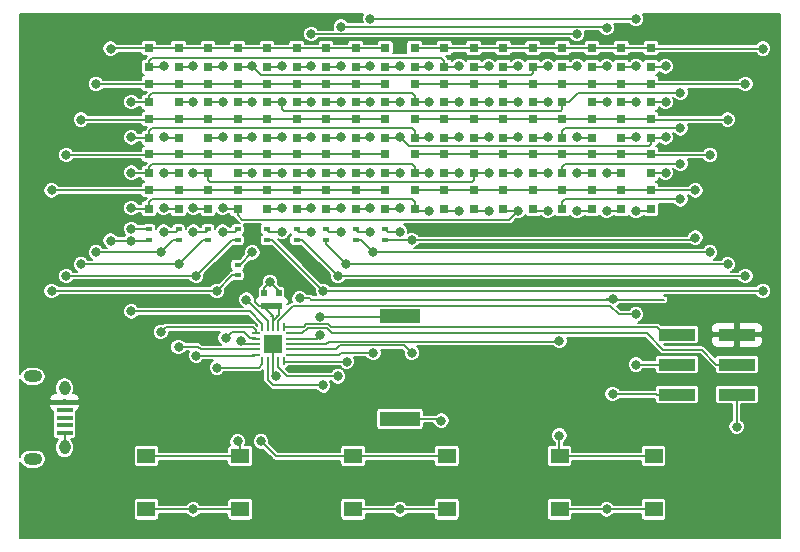
<source format=gbr>
G04 #@! TF.GenerationSoftware,KiCad,Pcbnew,(5.0.0)*
G04 #@! TF.CreationDate,2018-10-16T17:34:37+02:00*
G04 #@! TF.ProjectId,B-timer,422D74696D65722E6B696361645F7063,rev?*
G04 #@! TF.SameCoordinates,Original*
G04 #@! TF.FileFunction,Copper,L1,Top,Signal*
G04 #@! TF.FilePolarity,Positive*
%FSLAX46Y46*%
G04 Gerber Fmt 4.6, Leading zero omitted, Abs format (unit mm)*
G04 Created by KiCad (PCBNEW (5.0.0)) date 10/16/18 17:34:37*
%MOMM*%
%LPD*%
G01*
G04 APERTURE LIST*
G04 #@! TA.AperFunction,SMDPad,CuDef*
%ADD10R,0.600000X0.400000*%
G04 #@! TD*
G04 #@! TA.AperFunction,ComponentPad*
%ADD11O,1.550000X1.000000*%
G04 #@! TD*
G04 #@! TA.AperFunction,ComponentPad*
%ADD12O,0.950000X1.250000*%
G04 #@! TD*
G04 #@! TA.AperFunction,SMDPad,CuDef*
%ADD13R,1.350000X0.400000*%
G04 #@! TD*
G04 #@! TA.AperFunction,SMDPad,CuDef*
%ADD14R,3.400000X1.300000*%
G04 #@! TD*
G04 #@! TA.AperFunction,SMDPad,CuDef*
%ADD15R,0.800000X0.800000*%
G04 #@! TD*
G04 #@! TA.AperFunction,SMDPad,CuDef*
%ADD16R,3.150000X1.000000*%
G04 #@! TD*
G04 #@! TA.AperFunction,SMDPad,CuDef*
%ADD17R,1.550000X1.300000*%
G04 #@! TD*
G04 #@! TA.AperFunction,SMDPad,CuDef*
%ADD18R,0.700000X0.220000*%
G04 #@! TD*
G04 #@! TA.AperFunction,SMDPad,CuDef*
%ADD19R,0.220000X0.700000*%
G04 #@! TD*
G04 #@! TA.AperFunction,SMDPad,CuDef*
%ADD20R,1.650000X1.650000*%
G04 #@! TD*
G04 #@! TA.AperFunction,SMDPad,CuDef*
%ADD21R,0.500000X0.600000*%
G04 #@! TD*
G04 #@! TA.AperFunction,ViaPad*
%ADD22C,0.800000*%
G04 #@! TD*
G04 #@! TA.AperFunction,Conductor*
%ADD23C,0.150000*%
G04 #@! TD*
G04 #@! TA.AperFunction,Conductor*
%ADD24C,0.200000*%
G04 #@! TD*
G04 APERTURE END LIST*
D10*
G04 #@! TO.P,R7,2*
G04 #@! TO.N,D6*
X123750000Y-74450000D03*
G04 #@! TO.P,R7,1*
G04 #@! TO.N,Net-(D15-Pad2)*
X123750000Y-73550000D03*
G04 #@! TD*
D11*
G04 #@! TO.P,J1,6*
G04 #@! TO.N,GND*
X101400000Y-93000000D03*
X101400000Y-86000000D03*
D12*
X104100000Y-92000000D03*
X104100000Y-87000000D03*
D13*
G04 #@! TO.P,J1,5*
X104100000Y-90800000D03*
G04 #@! TO.P,J1,4*
G04 #@! TO.N,N/C*
X104100000Y-90150000D03*
G04 #@! TO.P,J1,3*
X104100000Y-89500000D03*
G04 #@! TO.P,J1,2*
X104100000Y-88850000D03*
G04 #@! TO.P,J1,1*
G04 #@! TO.N,+5V*
X104100000Y-88200000D03*
G04 #@! TD*
D14*
G04 #@! TO.P,BZ1,2*
G04 #@! TO.N,GND*
X132500000Y-89600000D03*
G04 #@! TO.P,BZ1,1*
G04 #@! TO.N,Net-(BZ1-Pad1)*
X132500000Y-80900000D03*
G04 #@! TD*
D15*
G04 #@! TO.P,D1,1*
G04 #@! TO.N,D0*
X111250000Y-58200000D03*
G04 #@! TO.P,D1,2*
G04 #@! TO.N,Net-(D1-Pad2)*
X111250000Y-59800000D03*
G04 #@! TD*
G04 #@! TO.P,D2,1*
G04 #@! TO.N,D0*
X113750000Y-58200000D03*
G04 #@! TO.P,D2,2*
G04 #@! TO.N,Net-(D11-Pad2)*
X113750000Y-59800000D03*
G04 #@! TD*
G04 #@! TO.P,D3,2*
G04 #@! TO.N,Net-(D12-Pad2)*
X116250000Y-59800000D03*
G04 #@! TO.P,D3,1*
G04 #@! TO.N,D0*
X116250000Y-58200000D03*
G04 #@! TD*
G04 #@! TO.P,D4,2*
G04 #@! TO.N,Net-(D13-Pad2)*
X118750000Y-59800000D03*
G04 #@! TO.P,D4,1*
G04 #@! TO.N,D0*
X118750000Y-58200000D03*
G04 #@! TD*
G04 #@! TO.P,D5,1*
G04 #@! TO.N,D0*
X121250000Y-58200000D03*
G04 #@! TO.P,D5,2*
G04 #@! TO.N,Net-(D14-Pad2)*
X121250000Y-59800000D03*
G04 #@! TD*
G04 #@! TO.P,D6,2*
G04 #@! TO.N,Net-(D15-Pad2)*
X123750000Y-59800000D03*
G04 #@! TO.P,D6,1*
G04 #@! TO.N,D0*
X123750000Y-58200000D03*
G04 #@! TD*
G04 #@! TO.P,D7,1*
G04 #@! TO.N,D0*
X126250000Y-58200000D03*
G04 #@! TO.P,D7,2*
G04 #@! TO.N,Net-(D16-Pad2)*
X126250000Y-59800000D03*
G04 #@! TD*
G04 #@! TO.P,D8,2*
G04 #@! TO.N,Net-(D17-Pad2)*
X128750000Y-59800000D03*
G04 #@! TO.P,D8,1*
G04 #@! TO.N,D0*
X128750000Y-58200000D03*
G04 #@! TD*
G04 #@! TO.P,D9,1*
G04 #@! TO.N,D0*
X131250000Y-58200000D03*
G04 #@! TO.P,D9,2*
G04 #@! TO.N,Net-(D18-Pad2)*
X131250000Y-59800000D03*
G04 #@! TD*
G04 #@! TO.P,D10,2*
G04 #@! TO.N,Net-(D10-Pad2)*
X111250000Y-62800000D03*
G04 #@! TO.P,D10,1*
G04 #@! TO.N,D1*
X111250000Y-61200000D03*
G04 #@! TD*
G04 #@! TO.P,D11,1*
G04 #@! TO.N,D1*
X113750000Y-61200000D03*
G04 #@! TO.P,D11,2*
G04 #@! TO.N,Net-(D11-Pad2)*
X113750000Y-62800000D03*
G04 #@! TD*
G04 #@! TO.P,D12,2*
G04 #@! TO.N,Net-(D12-Pad2)*
X116250000Y-62800000D03*
G04 #@! TO.P,D12,1*
G04 #@! TO.N,D1*
X116250000Y-61200000D03*
G04 #@! TD*
G04 #@! TO.P,D13,1*
G04 #@! TO.N,D1*
X118750000Y-61200000D03*
G04 #@! TO.P,D13,2*
G04 #@! TO.N,Net-(D13-Pad2)*
X118750000Y-62800000D03*
G04 #@! TD*
G04 #@! TO.P,D14,2*
G04 #@! TO.N,Net-(D14-Pad2)*
X121250000Y-62800000D03*
G04 #@! TO.P,D14,1*
G04 #@! TO.N,D1*
X121250000Y-61200000D03*
G04 #@! TD*
G04 #@! TO.P,D15,1*
G04 #@! TO.N,D1*
X123750000Y-61200000D03*
G04 #@! TO.P,D15,2*
G04 #@! TO.N,Net-(D15-Pad2)*
X123750000Y-62800000D03*
G04 #@! TD*
G04 #@! TO.P,D16,2*
G04 #@! TO.N,Net-(D16-Pad2)*
X126250000Y-62800000D03*
G04 #@! TO.P,D16,1*
G04 #@! TO.N,D1*
X126250000Y-61200000D03*
G04 #@! TD*
G04 #@! TO.P,D17,2*
G04 #@! TO.N,Net-(D17-Pad2)*
X128750000Y-62800000D03*
G04 #@! TO.P,D17,1*
G04 #@! TO.N,D1*
X128750000Y-61200000D03*
G04 #@! TD*
G04 #@! TO.P,D18,1*
G04 #@! TO.N,D1*
X131250000Y-61200000D03*
G04 #@! TO.P,D18,2*
G04 #@! TO.N,Net-(D18-Pad2)*
X131250000Y-62800000D03*
G04 #@! TD*
G04 #@! TO.P,D19,1*
G04 #@! TO.N,D2*
X111250000Y-64200000D03*
G04 #@! TO.P,D19,2*
G04 #@! TO.N,Net-(D10-Pad2)*
X111250000Y-65800000D03*
G04 #@! TD*
G04 #@! TO.P,D20,2*
G04 #@! TO.N,Net-(D1-Pad2)*
X113750000Y-65800000D03*
G04 #@! TO.P,D20,1*
G04 #@! TO.N,D2*
X113750000Y-64200000D03*
G04 #@! TD*
G04 #@! TO.P,D21,1*
G04 #@! TO.N,D2*
X116250000Y-64200000D03*
G04 #@! TO.P,D21,2*
G04 #@! TO.N,Net-(D12-Pad2)*
X116250000Y-65800000D03*
G04 #@! TD*
G04 #@! TO.P,D22,2*
G04 #@! TO.N,Net-(D13-Pad2)*
X118750000Y-65800000D03*
G04 #@! TO.P,D22,1*
G04 #@! TO.N,D2*
X118750000Y-64200000D03*
G04 #@! TD*
G04 #@! TO.P,D23,1*
G04 #@! TO.N,D2*
X121250000Y-64200000D03*
G04 #@! TO.P,D23,2*
G04 #@! TO.N,Net-(D14-Pad2)*
X121250000Y-65800000D03*
G04 #@! TD*
G04 #@! TO.P,D24,2*
G04 #@! TO.N,Net-(D15-Pad2)*
X123750000Y-65800000D03*
G04 #@! TO.P,D24,1*
G04 #@! TO.N,D2*
X123750000Y-64200000D03*
G04 #@! TD*
G04 #@! TO.P,D25,1*
G04 #@! TO.N,D2*
X126250000Y-64200000D03*
G04 #@! TO.P,D25,2*
G04 #@! TO.N,Net-(D16-Pad2)*
X126250000Y-65800000D03*
G04 #@! TD*
G04 #@! TO.P,D26,2*
G04 #@! TO.N,Net-(D17-Pad2)*
X128750000Y-65800000D03*
G04 #@! TO.P,D26,1*
G04 #@! TO.N,D2*
X128750000Y-64200000D03*
G04 #@! TD*
G04 #@! TO.P,D27,1*
G04 #@! TO.N,D2*
X131250000Y-64200000D03*
G04 #@! TO.P,D27,2*
G04 #@! TO.N,Net-(D18-Pad2)*
X131250000Y-65800000D03*
G04 #@! TD*
G04 #@! TO.P,D28,2*
G04 #@! TO.N,Net-(D10-Pad2)*
X111250000Y-68800000D03*
G04 #@! TO.P,D28,1*
G04 #@! TO.N,D3*
X111250000Y-67200000D03*
G04 #@! TD*
G04 #@! TO.P,D29,1*
G04 #@! TO.N,D3*
X113750000Y-67200000D03*
G04 #@! TO.P,D29,2*
G04 #@! TO.N,Net-(D1-Pad2)*
X113750000Y-68800000D03*
G04 #@! TD*
G04 #@! TO.P,D30,2*
G04 #@! TO.N,Net-(D11-Pad2)*
X116250000Y-68800000D03*
G04 #@! TO.P,D30,1*
G04 #@! TO.N,D3*
X116250000Y-67200000D03*
G04 #@! TD*
G04 #@! TO.P,D31,1*
G04 #@! TO.N,D3*
X118750000Y-67200000D03*
G04 #@! TO.P,D31,2*
G04 #@! TO.N,Net-(D13-Pad2)*
X118750000Y-68800000D03*
G04 #@! TD*
G04 #@! TO.P,D32,2*
G04 #@! TO.N,Net-(D14-Pad2)*
X121250000Y-68800000D03*
G04 #@! TO.P,D32,1*
G04 #@! TO.N,D3*
X121250000Y-67200000D03*
G04 #@! TD*
G04 #@! TO.P,D33,2*
G04 #@! TO.N,Net-(D15-Pad2)*
X123750000Y-68800000D03*
G04 #@! TO.P,D33,1*
G04 #@! TO.N,D3*
X123750000Y-67200000D03*
G04 #@! TD*
G04 #@! TO.P,D34,2*
G04 #@! TO.N,Net-(D16-Pad2)*
X126250000Y-68800000D03*
G04 #@! TO.P,D34,1*
G04 #@! TO.N,D3*
X126250000Y-67200000D03*
G04 #@! TD*
G04 #@! TO.P,D35,2*
G04 #@! TO.N,Net-(D17-Pad2)*
X128750000Y-68800000D03*
G04 #@! TO.P,D35,1*
G04 #@! TO.N,D3*
X128750000Y-67200000D03*
G04 #@! TD*
G04 #@! TO.P,D36,1*
G04 #@! TO.N,D3*
X131250000Y-67200000D03*
G04 #@! TO.P,D36,2*
G04 #@! TO.N,Net-(D18-Pad2)*
X131250000Y-68800000D03*
G04 #@! TD*
G04 #@! TO.P,D37,1*
G04 #@! TO.N,D4*
X111250000Y-70200000D03*
G04 #@! TO.P,D37,2*
G04 #@! TO.N,Net-(D10-Pad2)*
X111250000Y-71800000D03*
G04 #@! TD*
G04 #@! TO.P,D38,2*
G04 #@! TO.N,Net-(D1-Pad2)*
X113750000Y-71800000D03*
G04 #@! TO.P,D38,1*
G04 #@! TO.N,D4*
X113750000Y-70200000D03*
G04 #@! TD*
G04 #@! TO.P,D39,1*
G04 #@! TO.N,D4*
X116250000Y-70200000D03*
G04 #@! TO.P,D39,2*
G04 #@! TO.N,Net-(D11-Pad2)*
X116250000Y-71800000D03*
G04 #@! TD*
G04 #@! TO.P,D40,2*
G04 #@! TO.N,Net-(D12-Pad2)*
X118750000Y-71800000D03*
G04 #@! TO.P,D40,1*
G04 #@! TO.N,D4*
X118750000Y-70200000D03*
G04 #@! TD*
G04 #@! TO.P,D41,1*
G04 #@! TO.N,D4*
X121250000Y-70200000D03*
G04 #@! TO.P,D41,2*
G04 #@! TO.N,Net-(D14-Pad2)*
X121250000Y-71800000D03*
G04 #@! TD*
G04 #@! TO.P,D42,1*
G04 #@! TO.N,D4*
X123750000Y-70200000D03*
G04 #@! TO.P,D42,2*
G04 #@! TO.N,Net-(D15-Pad2)*
X123750000Y-71800000D03*
G04 #@! TD*
G04 #@! TO.P,D43,1*
G04 #@! TO.N,D4*
X126250000Y-70200000D03*
G04 #@! TO.P,D43,2*
G04 #@! TO.N,Net-(D16-Pad2)*
X126250000Y-71800000D03*
G04 #@! TD*
G04 #@! TO.P,D44,2*
G04 #@! TO.N,Net-(D17-Pad2)*
X128750000Y-71800000D03*
G04 #@! TO.P,D44,1*
G04 #@! TO.N,D4*
X128750000Y-70200000D03*
G04 #@! TD*
G04 #@! TO.P,D45,1*
G04 #@! TO.N,D4*
X131250000Y-70200000D03*
G04 #@! TO.P,D45,2*
G04 #@! TO.N,Net-(D18-Pad2)*
X131250000Y-71800000D03*
G04 #@! TD*
G04 #@! TO.P,D46,2*
G04 #@! TO.N,Net-(D10-Pad2)*
X133750000Y-59800000D03*
G04 #@! TO.P,D46,1*
G04 #@! TO.N,D5*
X133750000Y-58200000D03*
G04 #@! TD*
G04 #@! TO.P,D47,1*
G04 #@! TO.N,D5*
X136250000Y-58200000D03*
G04 #@! TO.P,D47,2*
G04 #@! TO.N,Net-(D1-Pad2)*
X136250000Y-59800000D03*
G04 #@! TD*
G04 #@! TO.P,D48,2*
G04 #@! TO.N,Net-(D11-Pad2)*
X138750000Y-59800000D03*
G04 #@! TO.P,D48,1*
G04 #@! TO.N,D5*
X138750000Y-58200000D03*
G04 #@! TD*
G04 #@! TO.P,D49,1*
G04 #@! TO.N,D5*
X141250000Y-58200000D03*
G04 #@! TO.P,D49,2*
G04 #@! TO.N,Net-(D12-Pad2)*
X141250000Y-59800000D03*
G04 #@! TD*
G04 #@! TO.P,D50,2*
G04 #@! TO.N,Net-(D13-Pad2)*
X143750000Y-59800000D03*
G04 #@! TO.P,D50,1*
G04 #@! TO.N,D5*
X143750000Y-58200000D03*
G04 #@! TD*
G04 #@! TO.P,D51,2*
G04 #@! TO.N,Net-(D15-Pad2)*
X146250000Y-59800000D03*
G04 #@! TO.P,D51,1*
G04 #@! TO.N,D5*
X146250000Y-58200000D03*
G04 #@! TD*
G04 #@! TO.P,D52,1*
G04 #@! TO.N,D5*
X148750000Y-58200000D03*
G04 #@! TO.P,D52,2*
G04 #@! TO.N,Net-(D16-Pad2)*
X148750000Y-59800000D03*
G04 #@! TD*
G04 #@! TO.P,D53,2*
G04 #@! TO.N,Net-(D17-Pad2)*
X151250000Y-59800000D03*
G04 #@! TO.P,D53,1*
G04 #@! TO.N,D5*
X151250000Y-58200000D03*
G04 #@! TD*
G04 #@! TO.P,D54,1*
G04 #@! TO.N,D5*
X153750000Y-58200000D03*
G04 #@! TO.P,D54,2*
G04 #@! TO.N,Net-(D18-Pad2)*
X153750000Y-59800000D03*
G04 #@! TD*
G04 #@! TO.P,D55,1*
G04 #@! TO.N,D6*
X133750000Y-61200000D03*
G04 #@! TO.P,D55,2*
G04 #@! TO.N,Net-(D10-Pad2)*
X133750000Y-62800000D03*
G04 #@! TD*
G04 #@! TO.P,D56,2*
G04 #@! TO.N,Net-(D1-Pad2)*
X136250000Y-62800000D03*
G04 #@! TO.P,D56,1*
G04 #@! TO.N,D6*
X136250000Y-61200000D03*
G04 #@! TD*
G04 #@! TO.P,D57,1*
G04 #@! TO.N,D6*
X138750000Y-61200000D03*
G04 #@! TO.P,D57,2*
G04 #@! TO.N,Net-(D11-Pad2)*
X138750000Y-62800000D03*
G04 #@! TD*
G04 #@! TO.P,D58,2*
G04 #@! TO.N,Net-(D12-Pad2)*
X141250000Y-62800000D03*
G04 #@! TO.P,D58,1*
G04 #@! TO.N,D6*
X141250000Y-61200000D03*
G04 #@! TD*
G04 #@! TO.P,D59,1*
G04 #@! TO.N,D6*
X143750000Y-61200000D03*
G04 #@! TO.P,D59,2*
G04 #@! TO.N,Net-(D13-Pad2)*
X143750000Y-62800000D03*
G04 #@! TD*
G04 #@! TO.P,D60,2*
G04 #@! TO.N,Net-(D14-Pad2)*
X146250000Y-62800000D03*
G04 #@! TO.P,D60,1*
G04 #@! TO.N,D6*
X146250000Y-61200000D03*
G04 #@! TD*
G04 #@! TO.P,D61,1*
G04 #@! TO.N,D6*
X148750000Y-61200000D03*
G04 #@! TO.P,D61,2*
G04 #@! TO.N,Net-(D16-Pad2)*
X148750000Y-62800000D03*
G04 #@! TD*
G04 #@! TO.P,D62,2*
G04 #@! TO.N,Net-(D17-Pad2)*
X151250000Y-62800000D03*
G04 #@! TO.P,D62,1*
G04 #@! TO.N,D6*
X151250000Y-61200000D03*
G04 #@! TD*
G04 #@! TO.P,D63,1*
G04 #@! TO.N,D6*
X153750000Y-61200000D03*
G04 #@! TO.P,D63,2*
G04 #@! TO.N,Net-(D18-Pad2)*
X153750000Y-62800000D03*
G04 #@! TD*
G04 #@! TO.P,D64,2*
G04 #@! TO.N,Net-(D10-Pad2)*
X133750000Y-65800000D03*
G04 #@! TO.P,D64,1*
G04 #@! TO.N,D7*
X133750000Y-64200000D03*
G04 #@! TD*
G04 #@! TO.P,D65,1*
G04 #@! TO.N,D7*
X136250000Y-64200000D03*
G04 #@! TO.P,D65,2*
G04 #@! TO.N,Net-(D1-Pad2)*
X136250000Y-65800000D03*
G04 #@! TD*
G04 #@! TO.P,D66,2*
G04 #@! TO.N,Net-(D11-Pad2)*
X138750000Y-65800000D03*
G04 #@! TO.P,D66,1*
G04 #@! TO.N,D7*
X138750000Y-64200000D03*
G04 #@! TD*
G04 #@! TO.P,D67,1*
G04 #@! TO.N,D7*
X141250000Y-64200000D03*
G04 #@! TO.P,D67,2*
G04 #@! TO.N,Net-(D12-Pad2)*
X141250000Y-65800000D03*
G04 #@! TD*
G04 #@! TO.P,D68,2*
G04 #@! TO.N,Net-(D13-Pad2)*
X143750000Y-65800000D03*
G04 #@! TO.P,D68,1*
G04 #@! TO.N,D7*
X143750000Y-64200000D03*
G04 #@! TD*
G04 #@! TO.P,D69,1*
G04 #@! TO.N,D7*
X146250000Y-64200000D03*
G04 #@! TO.P,D69,2*
G04 #@! TO.N,Net-(D14-Pad2)*
X146250000Y-65800000D03*
G04 #@! TD*
G04 #@! TO.P,D70,2*
G04 #@! TO.N,Net-(D15-Pad2)*
X148750000Y-65800000D03*
G04 #@! TO.P,D70,1*
G04 #@! TO.N,D7*
X148750000Y-64200000D03*
G04 #@! TD*
G04 #@! TO.P,D71,2*
G04 #@! TO.N,Net-(D17-Pad2)*
X151250000Y-65800000D03*
G04 #@! TO.P,D71,1*
G04 #@! TO.N,D7*
X151250000Y-64200000D03*
G04 #@! TD*
G04 #@! TO.P,D72,1*
G04 #@! TO.N,D7*
X153750000Y-64200000D03*
G04 #@! TO.P,D72,2*
G04 #@! TO.N,Net-(D18-Pad2)*
X153750000Y-65800000D03*
G04 #@! TD*
G04 #@! TO.P,D73,1*
G04 #@! TO.N,D8*
X133750000Y-67200000D03*
G04 #@! TO.P,D73,2*
G04 #@! TO.N,Net-(D10-Pad2)*
X133750000Y-68800000D03*
G04 #@! TD*
G04 #@! TO.P,D74,2*
G04 #@! TO.N,Net-(D1-Pad2)*
X136250000Y-68800000D03*
G04 #@! TO.P,D74,1*
G04 #@! TO.N,D8*
X136250000Y-67200000D03*
G04 #@! TD*
G04 #@! TO.P,D75,1*
G04 #@! TO.N,D8*
X138750000Y-67200000D03*
G04 #@! TO.P,D75,2*
G04 #@! TO.N,Net-(D11-Pad2)*
X138750000Y-68800000D03*
G04 #@! TD*
G04 #@! TO.P,D76,2*
G04 #@! TO.N,Net-(D12-Pad2)*
X141250000Y-68800000D03*
G04 #@! TO.P,D76,1*
G04 #@! TO.N,D8*
X141250000Y-67200000D03*
G04 #@! TD*
G04 #@! TO.P,D77,1*
G04 #@! TO.N,D8*
X143750000Y-67200000D03*
G04 #@! TO.P,D77,2*
G04 #@! TO.N,Net-(D13-Pad2)*
X143750000Y-68800000D03*
G04 #@! TD*
G04 #@! TO.P,D78,1*
G04 #@! TO.N,D8*
X146250000Y-67200000D03*
G04 #@! TO.P,D78,2*
G04 #@! TO.N,Net-(D14-Pad2)*
X146250000Y-68800000D03*
G04 #@! TD*
G04 #@! TO.P,D79,2*
G04 #@! TO.N,Net-(D15-Pad2)*
X148750000Y-68800000D03*
G04 #@! TO.P,D79,1*
G04 #@! TO.N,D8*
X148750000Y-67200000D03*
G04 #@! TD*
G04 #@! TO.P,D80,2*
G04 #@! TO.N,Net-(D16-Pad2)*
X151250000Y-68800000D03*
G04 #@! TO.P,D80,1*
G04 #@! TO.N,D8*
X151250000Y-67200000D03*
G04 #@! TD*
G04 #@! TO.P,D81,2*
G04 #@! TO.N,Net-(D18-Pad2)*
X153750000Y-68800000D03*
G04 #@! TO.P,D81,1*
G04 #@! TO.N,D8*
X153750000Y-67200000D03*
G04 #@! TD*
G04 #@! TO.P,D82,1*
G04 #@! TO.N,D9*
X133750000Y-70200000D03*
G04 #@! TO.P,D82,2*
G04 #@! TO.N,Net-(D10-Pad2)*
X133750000Y-71800000D03*
G04 #@! TD*
G04 #@! TO.P,D83,2*
G04 #@! TO.N,Net-(D1-Pad2)*
X136250000Y-71800000D03*
G04 #@! TO.P,D83,1*
G04 #@! TO.N,D9*
X136250000Y-70200000D03*
G04 #@! TD*
G04 #@! TO.P,D84,1*
G04 #@! TO.N,D9*
X138750000Y-70200000D03*
G04 #@! TO.P,D84,2*
G04 #@! TO.N,Net-(D11-Pad2)*
X138750000Y-71800000D03*
G04 #@! TD*
G04 #@! TO.P,D85,2*
G04 #@! TO.N,Net-(D12-Pad2)*
X141250000Y-71800000D03*
G04 #@! TO.P,D85,1*
G04 #@! TO.N,D9*
X141250000Y-70200000D03*
G04 #@! TD*
G04 #@! TO.P,D86,1*
G04 #@! TO.N,D9*
X143750000Y-70200000D03*
G04 #@! TO.P,D86,2*
G04 #@! TO.N,Net-(D13-Pad2)*
X143750000Y-71800000D03*
G04 #@! TD*
G04 #@! TO.P,D87,2*
G04 #@! TO.N,Net-(D14-Pad2)*
X146250000Y-71800000D03*
G04 #@! TO.P,D87,1*
G04 #@! TO.N,D9*
X146250000Y-70200000D03*
G04 #@! TD*
G04 #@! TO.P,D88,1*
G04 #@! TO.N,D9*
X148750000Y-70200000D03*
G04 #@! TO.P,D88,2*
G04 #@! TO.N,Net-(D15-Pad2)*
X148750000Y-71800000D03*
G04 #@! TD*
G04 #@! TO.P,D89,2*
G04 #@! TO.N,Net-(D16-Pad2)*
X151250000Y-71800000D03*
G04 #@! TO.P,D89,1*
G04 #@! TO.N,D9*
X151250000Y-70200000D03*
G04 #@! TD*
G04 #@! TO.P,D90,1*
G04 #@! TO.N,D9*
X153750000Y-70200000D03*
G04 #@! TO.P,D90,2*
G04 #@! TO.N,Net-(D17-Pad2)*
X153750000Y-71800000D03*
G04 #@! TD*
D16*
G04 #@! TO.P,J2,6*
G04 #@! TO.N,GND*
X161025000Y-87540000D03*
G04 #@! TO.P,J2,5*
G04 #@! TO.N,RESET*
X155975000Y-87540000D03*
G04 #@! TO.P,J2,4*
G04 #@! TO.N,MOSI*
X161025000Y-85000000D03*
G04 #@! TO.P,J2,3*
G04 #@! TO.N,SCK*
X155975000Y-85000000D03*
G04 #@! TO.P,J2,2*
G04 #@! TO.N,+5V*
X161025000Y-82460000D03*
G04 #@! TO.P,J2,1*
G04 #@! TO.N,MISO*
X155975000Y-82460000D03*
G04 #@! TD*
D10*
G04 #@! TO.P,R1,1*
G04 #@! TO.N,Net-(D10-Pad2)*
X111250000Y-73550000D03*
G04 #@! TO.P,R1,2*
G04 #@! TO.N,D0*
X111250000Y-74450000D03*
G04 #@! TD*
G04 #@! TO.P,R2,2*
G04 #@! TO.N,D1*
X113750000Y-74450000D03*
G04 #@! TO.P,R2,1*
G04 #@! TO.N,Net-(D1-Pad2)*
X113750000Y-73550000D03*
G04 #@! TD*
G04 #@! TO.P,R3,1*
G04 #@! TO.N,Net-(D11-Pad2)*
X116250000Y-73550000D03*
G04 #@! TO.P,R3,2*
G04 #@! TO.N,D2*
X116250000Y-74450000D03*
G04 #@! TD*
G04 #@! TO.P,R4,2*
G04 #@! TO.N,D3*
X118750000Y-74450000D03*
G04 #@! TO.P,R4,1*
G04 #@! TO.N,Net-(D12-Pad2)*
X118750000Y-73550000D03*
G04 #@! TD*
G04 #@! TO.P,R5,1*
G04 #@! TO.N,Net-(D13-Pad2)*
X118750000Y-76550000D03*
G04 #@! TO.P,R5,2*
G04 #@! TO.N,D4*
X118750000Y-77450000D03*
G04 #@! TD*
G04 #@! TO.P,R6,2*
G04 #@! TO.N,D5*
X121250000Y-74450000D03*
G04 #@! TO.P,R6,1*
G04 #@! TO.N,Net-(D14-Pad2)*
X121250000Y-73550000D03*
G04 #@! TD*
G04 #@! TO.P,R8,1*
G04 #@! TO.N,Net-(D16-Pad2)*
X126250000Y-73550000D03*
G04 #@! TO.P,R8,2*
G04 #@! TO.N,D7*
X126250000Y-74450000D03*
G04 #@! TD*
G04 #@! TO.P,R9,2*
G04 #@! TO.N,D8*
X128750000Y-74450000D03*
G04 #@! TO.P,R9,1*
G04 #@! TO.N,Net-(D17-Pad2)*
X128750000Y-73550000D03*
G04 #@! TD*
G04 #@! TO.P,R10,1*
G04 #@! TO.N,Net-(D18-Pad2)*
X131250000Y-73550000D03*
G04 #@! TO.P,R10,2*
G04 #@! TO.N,D9*
X131250000Y-74450000D03*
G04 #@! TD*
D17*
G04 #@! TO.P,SW1,1*
G04 #@! TO.N,GND*
X118975000Y-97250000D03*
X111025000Y-97250000D03*
G04 #@! TO.P,SW1,2*
G04 #@! TO.N,Net-(SW1-Pad2)*
X118975000Y-92750000D03*
X111025000Y-92750000D03*
G04 #@! TD*
G04 #@! TO.P,SW2,2*
G04 #@! TO.N,Net-(SW2-Pad2)*
X128525000Y-92750000D03*
X136475000Y-92750000D03*
G04 #@! TO.P,SW2,1*
G04 #@! TO.N,GND*
X128525000Y-97250000D03*
X136475000Y-97250000D03*
G04 #@! TD*
G04 #@! TO.P,SW3,2*
G04 #@! TO.N,Net-(SW3-Pad2)*
X146025000Y-92750000D03*
X153975000Y-92750000D03*
G04 #@! TO.P,SW3,1*
G04 #@! TO.N,GND*
X146025000Y-97250000D03*
X153975000Y-97250000D03*
G04 #@! TD*
D18*
G04 #@! TO.P,U1,1*
G04 #@! TO.N,D1*
X120275000Y-82350000D03*
G04 #@! TO.P,U1,2*
G04 #@! TO.N,Net-(SW1-Pad2)*
X120275000Y-82800000D03*
G04 #@! TO.P,U1,3*
G04 #@! TO.N,Net-(SW2-Pad2)*
X120275000Y-83250000D03*
G04 #@! TO.P,U1,4*
G04 #@! TO.N,D2*
X120275000Y-83700000D03*
G04 #@! TO.P,U1,5*
G04 #@! TO.N,D3*
X120275000Y-84150000D03*
D19*
G04 #@! TO.P,U1,6*
G04 #@! TO.N,D4*
X120850000Y-84725000D03*
G04 #@! TO.P,U1,7*
G04 #@! TO.N,D5*
X121300000Y-84725000D03*
G04 #@! TO.P,U1,8*
G04 #@! TO.N,GND*
X121750000Y-84725000D03*
G04 #@! TO.P,U1,9*
G04 #@! TO.N,D6*
X122200000Y-84725000D03*
G04 #@! TO.P,U1,10*
G04 #@! TO.N,D7*
X122650000Y-84725000D03*
D18*
G04 #@! TO.P,U1,11*
G04 #@! TO.N,D8*
X123225000Y-84150000D03*
G04 #@! TO.P,U1,12*
G04 #@! TO.N,D9*
X123225000Y-83700000D03*
G04 #@! TO.P,U1,13*
G04 #@! TO.N,Net-(SW3-Pad2)*
X123225000Y-83250000D03*
G04 #@! TO.P,U1,14*
G04 #@! TO.N,Net-(BZ1-Pad1)*
X123225000Y-82800000D03*
G04 #@! TO.P,U1,15*
G04 #@! TO.N,MOSI*
X123225000Y-82350000D03*
D19*
G04 #@! TO.P,U1,16*
G04 #@! TO.N,MISO*
X122650000Y-81775000D03*
G04 #@! TO.P,U1,17*
G04 #@! TO.N,SCK*
X122200000Y-81775000D03*
G04 #@! TO.P,U1,18*
G04 #@! TO.N,+5V*
X121750000Y-81775000D03*
G04 #@! TO.P,U1,19*
G04 #@! TO.N,RESET*
X121300000Y-81775000D03*
G04 #@! TO.P,U1,20*
G04 #@! TO.N,D0*
X120850000Y-81775000D03*
D20*
G04 #@! TO.P,U1,21*
G04 #@! TO.N,GND*
X121750000Y-83250000D03*
G04 #@! TD*
D21*
G04 #@! TO.P,C1,1*
G04 #@! TO.N,+5V*
X121000000Y-80050000D03*
G04 #@! TO.P,C1,2*
G04 #@! TO.N,GND*
X121000000Y-78950000D03*
G04 #@! TD*
G04 #@! TO.P,C2,2*
G04 #@! TO.N,GND*
X122250000Y-78950000D03*
G04 #@! TO.P,C2,1*
G04 #@! TO.N,+5V*
X122250000Y-80050000D03*
G04 #@! TD*
D22*
G04 #@! TO.N,GND*
X122000000Y-86000000D03*
X136000000Y-89750000D03*
X115000000Y-97250000D03*
X150000000Y-97250000D03*
X132500000Y-97250000D03*
X161000000Y-90250000D03*
X121500000Y-78000000D03*
G04 #@! TO.N,Net-(BZ1-Pad1)*
X125749978Y-82500000D03*
X125750000Y-80949987D03*
G04 #@! TO.N,D0*
X108000000Y-58250000D03*
X108000000Y-74500000D03*
X109750000Y-74500000D03*
X109750000Y-80500000D03*
G04 #@! TO.N,Net-(D1-Pad2)*
X112500000Y-65750000D03*
X112500000Y-68750000D03*
X137500000Y-72000000D03*
X137500000Y-68750000D03*
X137500000Y-62750000D03*
X112500000Y-59750000D03*
X137500000Y-59750000D03*
X137500000Y-65750014D03*
X112500000Y-73750000D03*
X112500000Y-71750000D03*
G04 #@! TO.N,Net-(D11-Pad2)*
X115000000Y-59750000D03*
X115000000Y-68750000D03*
X115000000Y-62750000D03*
X140000000Y-72000000D03*
X140000000Y-68750000D03*
X140000000Y-65750000D03*
X140000000Y-62750000D03*
X140000000Y-59750000D03*
X115000000Y-73750000D03*
X115000000Y-71750000D03*
G04 #@! TO.N,Net-(D12-Pad2)*
X117500000Y-65750000D03*
X117500000Y-62750000D03*
X142500000Y-72000000D03*
X142500000Y-68750000D03*
X142500000Y-65750000D03*
X142500000Y-62750000D03*
X117500000Y-59750000D03*
X142500000Y-59750000D03*
X117500000Y-73750000D03*
X117500000Y-71750000D03*
G04 #@! TO.N,Net-(D13-Pad2)*
X120000000Y-75500000D03*
X120000000Y-62750000D03*
X120000000Y-65750000D03*
X120000000Y-68750000D03*
X145000000Y-72000000D03*
X145000000Y-68750000D03*
X145000000Y-62750000D03*
X119999990Y-59750000D03*
X145000000Y-59750000D03*
X145000000Y-65749999D03*
G04 #@! TO.N,Net-(D14-Pad2)*
X122500000Y-68750000D03*
X122500000Y-65750000D03*
X122500000Y-62750000D03*
X122500000Y-59750000D03*
X122500000Y-73750000D03*
X122500000Y-71750000D03*
X156250000Y-62000000D03*
X156250000Y-71000000D03*
X156250000Y-68000000D03*
X156250000Y-65000000D03*
G04 #@! TO.N,Net-(D15-Pad2)*
X125000000Y-62750000D03*
X125000000Y-65750000D03*
X125000000Y-68750000D03*
X147500000Y-72000000D03*
X147500000Y-68750000D03*
X147500000Y-65750000D03*
X125000000Y-59750000D03*
X147500000Y-59750000D03*
X125000000Y-57000000D03*
X147500000Y-57000000D03*
X125000000Y-73750000D03*
X125000000Y-71750000D03*
G04 #@! TO.N,Net-(D16-Pad2)*
X127500000Y-68750000D03*
X127500000Y-65750000D03*
X127500000Y-62750000D03*
X150000000Y-72000000D03*
X150000000Y-68750000D03*
X150000000Y-62750000D03*
X127500000Y-59750000D03*
X150000000Y-59750000D03*
X127500000Y-56375000D03*
X150000000Y-56500000D03*
X127500000Y-73750000D03*
X127500000Y-71750000D03*
G04 #@! TO.N,Net-(D17-Pad2)*
X130000000Y-68750000D03*
X130000000Y-65750000D03*
X130000000Y-62750000D03*
X152500000Y-72000000D03*
X152450000Y-62800000D03*
X152500000Y-65750000D03*
X130000000Y-59750000D03*
X152500000Y-59750000D03*
X130000000Y-55750000D03*
X152500000Y-55750000D03*
X130000000Y-73750000D03*
X130000000Y-71750000D03*
G04 #@! TO.N,Net-(D18-Pad2)*
X132500000Y-68750000D03*
X132500000Y-65750000D03*
X132500000Y-62750000D03*
X155000000Y-68750000D03*
X154999980Y-65750000D03*
X154999980Y-62750000D03*
X132500000Y-59750000D03*
X155000000Y-59750000D03*
X132500000Y-73750000D03*
X132500000Y-71750000D03*
G04 #@! TO.N,Net-(D10-Pad2)*
X109750000Y-62750000D03*
X109750000Y-73500000D03*
X109750000Y-71750000D03*
X109750000Y-68750000D03*
X109750000Y-65750000D03*
X135000000Y-72000000D03*
X135000000Y-68750000D03*
X135000000Y-65750000D03*
X135000000Y-62750000D03*
X135000000Y-59750000D03*
G04 #@! TO.N,D1*
X106750000Y-75500000D03*
X106750000Y-61250000D03*
X112250000Y-75500000D03*
X112250000Y-82250000D03*
G04 #@! TO.N,D2*
X105500000Y-76500000D03*
X105500000Y-64250000D03*
X113750000Y-76500000D03*
X113750000Y-83500000D03*
G04 #@! TO.N,D3*
X104250000Y-77500000D03*
X104250000Y-67250000D03*
X115250000Y-77500000D03*
X115250000Y-84250000D03*
G04 #@! TO.N,D4*
X103000000Y-78750000D03*
X103000000Y-70250000D03*
X117000000Y-78750000D03*
X117000000Y-85250000D03*
G04 #@! TO.N,D5*
X163250000Y-78750000D03*
X163250000Y-58250000D03*
X126000000Y-78750000D03*
X126000000Y-86750000D03*
G04 #@! TO.N,D6*
X161750000Y-77500000D03*
X161750000Y-61250000D03*
X127250000Y-77500000D03*
X127250000Y-86000000D03*
G04 #@! TO.N,D7*
X160250000Y-76500000D03*
X160250000Y-64250000D03*
X127950000Y-76500000D03*
X128000000Y-84750000D03*
G04 #@! TO.N,D8*
X158750000Y-75500000D03*
X158750000Y-67250000D03*
X130250000Y-75500000D03*
X130250000Y-84000000D03*
G04 #@! TO.N,D9*
X157500000Y-74250000D03*
X157500000Y-70250000D03*
X133500000Y-74450000D03*
X133500000Y-84000000D03*
G04 #@! TO.N,RESET*
X119500000Y-79500000D03*
X150500000Y-87500000D03*
X150522642Y-79432065D03*
X124000000Y-79399999D03*
G04 #@! TO.N,SCK*
X152500000Y-80750000D03*
X152500000Y-85000000D03*
G04 #@! TO.N,Net-(SW1-Pad2)*
X118750000Y-91500000D03*
X117750000Y-82750000D03*
G04 #@! TO.N,Net-(SW3-Pad2)*
X146000000Y-83000000D03*
X146000000Y-91000000D03*
G04 #@! TO.N,Net-(SW2-Pad2)*
X119000000Y-83000000D03*
X120750000Y-91500000D03*
G04 #@! TD*
D23*
G04 #@! TO.N,GND*
X121750000Y-84725000D02*
X121750000Y-83250000D01*
X121750000Y-84725000D02*
X121750000Y-85750000D01*
X121750000Y-85750000D02*
X122000000Y-86000000D01*
X132500000Y-89600000D02*
X135850000Y-89600000D01*
X135850000Y-89600000D02*
X136000000Y-89750000D01*
X118975000Y-97250000D02*
X115000000Y-97250000D01*
X111025000Y-97250000D02*
X115000000Y-97250000D01*
X104100000Y-90800000D02*
X104100000Y-92000000D01*
X153975000Y-97250000D02*
X150000000Y-97250000D01*
X146025000Y-97250000D02*
X150000000Y-97250000D01*
X136475000Y-97250000D02*
X132500000Y-97250000D01*
X128525000Y-97250000D02*
X132500000Y-97250000D01*
X161025000Y-87540000D02*
X161025000Y-90225000D01*
X161025000Y-90225000D02*
X161000000Y-90250000D01*
X121000000Y-78950000D02*
X121000000Y-78500000D01*
X121000000Y-78500000D02*
X121500000Y-78000000D01*
X122250000Y-78750000D02*
X121500000Y-78000000D01*
X122250000Y-78950000D02*
X122250000Y-78750000D01*
G04 #@! TO.N,Net-(BZ1-Pad1)*
X123225000Y-82800000D02*
X125449978Y-82800000D01*
X125449978Y-82800000D02*
X125749978Y-82500000D01*
X132450013Y-80949987D02*
X132500000Y-80900000D01*
X125750000Y-80949987D02*
X132450013Y-80949987D01*
G04 #@! TO.N,D0*
X111800000Y-58200000D02*
X131250000Y-58200000D01*
X111250000Y-58200000D02*
X111800000Y-58200000D01*
X111250000Y-58200000D02*
X108050000Y-58200000D01*
X108050000Y-58200000D02*
X108000000Y-58250000D01*
X111200000Y-74500000D02*
X111250000Y-74450000D01*
X109750000Y-74500000D02*
X111200000Y-74500000D01*
X108000000Y-74500000D02*
X109750000Y-74500000D01*
X120850000Y-81535000D02*
X120850000Y-81775000D01*
X119815000Y-80500000D02*
X120850000Y-81535000D01*
X109750000Y-80500000D02*
X119815000Y-80500000D01*
G04 #@! TO.N,Net-(D1-Pad2)*
X112550000Y-65800000D02*
X112500000Y-65750000D01*
X113750000Y-65800000D02*
X112550000Y-65800000D01*
X112550000Y-68800000D02*
X112500000Y-68750000D01*
X113750000Y-68800000D02*
X112550000Y-68800000D01*
X136450000Y-72000000D02*
X136250000Y-71800000D01*
X137500000Y-72000000D02*
X136450000Y-72000000D01*
X137450000Y-68800000D02*
X137500000Y-68750000D01*
X136250000Y-68800000D02*
X137450000Y-68800000D01*
X137450000Y-62800000D02*
X137500000Y-62750000D01*
X136250000Y-62800000D02*
X137450000Y-62800000D01*
X136250000Y-59250000D02*
X136250000Y-59800000D01*
X136000000Y-59000000D02*
X136250000Y-59250000D01*
X111500000Y-59000000D02*
X136000000Y-59000000D01*
X111250000Y-59250000D02*
X111500000Y-59000000D01*
X111250000Y-59800000D02*
X111250000Y-59250000D01*
X111250000Y-59800000D02*
X112450000Y-59800000D01*
X112450000Y-59800000D02*
X112500000Y-59750000D01*
X137450000Y-59800000D02*
X137500000Y-59750000D01*
X136250000Y-59800000D02*
X137450000Y-59800000D01*
X136250000Y-65800000D02*
X137450014Y-65800000D01*
X137450014Y-65800000D02*
X137500000Y-65750014D01*
X113550000Y-73750000D02*
X113750000Y-73550000D01*
X112500000Y-73750000D02*
X113550000Y-73750000D01*
X112550000Y-71800000D02*
X112500000Y-71750000D01*
X113750000Y-71800000D02*
X112550000Y-71800000D01*
G04 #@! TO.N,Net-(D11-Pad2)*
X113750000Y-59800000D02*
X114950000Y-59800000D01*
X114950000Y-59800000D02*
X115000000Y-59750000D01*
X115050000Y-68800000D02*
X115000000Y-68750000D01*
X116250000Y-68800000D02*
X115050000Y-68800000D01*
X114950000Y-62800000D02*
X115000000Y-62750000D01*
X113750000Y-62800000D02*
X114950000Y-62800000D01*
X138950000Y-72000000D02*
X138750000Y-71800000D01*
X140000000Y-72000000D02*
X138950000Y-72000000D01*
X139950000Y-68800000D02*
X140000000Y-68750000D01*
X138750000Y-68800000D02*
X139950000Y-68800000D01*
X139950000Y-65800000D02*
X140000000Y-65750000D01*
X138750000Y-65800000D02*
X139950000Y-65800000D01*
X139950000Y-62800000D02*
X140000000Y-62750000D01*
X138750000Y-62800000D02*
X139950000Y-62800000D01*
X138750000Y-59800000D02*
X139950000Y-59800000D01*
X139950000Y-59800000D02*
X140000000Y-59750000D01*
X138750000Y-69350000D02*
X138750000Y-68800000D01*
X138600000Y-69500000D02*
X138750000Y-69350000D01*
X116400000Y-69500000D02*
X138600000Y-69500000D01*
X116250000Y-68800000D02*
X116250000Y-69350000D01*
X116250000Y-69350000D02*
X116400000Y-69500000D01*
X116050000Y-73750000D02*
X116250000Y-73550000D01*
X115000000Y-73750000D02*
X116050000Y-73750000D01*
X115050000Y-71800000D02*
X115000000Y-71750000D01*
X116250000Y-71800000D02*
X115050000Y-71800000D01*
G04 #@! TO.N,Net-(D12-Pad2)*
X117450000Y-65800000D02*
X117500000Y-65750000D01*
X116250000Y-65800000D02*
X117450000Y-65800000D01*
X117450000Y-62800000D02*
X117500000Y-62750000D01*
X116250000Y-62800000D02*
X117450000Y-62800000D01*
X141450000Y-72000000D02*
X141250000Y-71800000D01*
X142500000Y-72000000D02*
X141450000Y-72000000D01*
X141250000Y-68800000D02*
X142450000Y-68800000D01*
X142450000Y-68800000D02*
X142500000Y-68750000D01*
X142450000Y-65800000D02*
X142500000Y-65750000D01*
X141250000Y-65800000D02*
X142450000Y-65800000D01*
X142450000Y-62800000D02*
X142500000Y-62750000D01*
X141250000Y-62800000D02*
X142450000Y-62800000D01*
X116250000Y-59800000D02*
X117450000Y-59800000D01*
X117450000Y-59800000D02*
X117500000Y-59750000D01*
X142450000Y-59800000D02*
X142500000Y-59750000D01*
X141250000Y-59800000D02*
X142450000Y-59800000D01*
X118550000Y-73750000D02*
X118750000Y-73550000D01*
X117500000Y-73750000D02*
X118550000Y-73750000D01*
X141750000Y-72750000D02*
X142500000Y-72000000D01*
X119150000Y-72750000D02*
X141750000Y-72750000D01*
X118750000Y-71800000D02*
X118750000Y-72350000D01*
X118750000Y-72350000D02*
X119150000Y-72750000D01*
X118750000Y-71800000D02*
X117550000Y-71800000D01*
X117550000Y-71800000D02*
X117500000Y-71750000D01*
G04 #@! TO.N,Net-(D13-Pad2)*
X118950000Y-76550000D02*
X118750000Y-76550000D01*
X120000000Y-75500000D02*
X118950000Y-76550000D01*
X119950000Y-62800000D02*
X120000000Y-62750000D01*
X118750000Y-62800000D02*
X119950000Y-62800000D01*
X119950000Y-65800000D02*
X120000000Y-65750000D01*
X118750000Y-65800000D02*
X119950000Y-65800000D01*
X119950000Y-68800000D02*
X120000000Y-68750000D01*
X118750000Y-68800000D02*
X119950000Y-68800000D01*
X143950000Y-72000000D02*
X143750000Y-71800000D01*
X145000000Y-72000000D02*
X143950000Y-72000000D01*
X144950000Y-68800000D02*
X145000000Y-68750000D01*
X143750000Y-68800000D02*
X144950000Y-68800000D01*
X144950000Y-62800000D02*
X145000000Y-62750000D01*
X143750000Y-62800000D02*
X144950000Y-62800000D01*
X118750000Y-59800000D02*
X119949990Y-59800000D01*
X119949990Y-59800000D02*
X119999990Y-59750000D01*
X144950000Y-59800000D02*
X145000000Y-59750000D01*
X143750000Y-59800000D02*
X144950000Y-59800000D01*
X144949999Y-65800000D02*
X145000000Y-65749999D01*
X143750000Y-65800000D02*
X144949999Y-65800000D01*
X119999990Y-59750000D02*
X120749990Y-60500000D01*
X143750000Y-60350000D02*
X143750000Y-59800000D01*
X143600000Y-60500000D02*
X143750000Y-60350000D01*
X120749990Y-60500000D02*
X143600000Y-60500000D01*
G04 #@! TO.N,Net-(D14-Pad2)*
X122450000Y-68800000D02*
X122500000Y-68750000D01*
X121250000Y-68800000D02*
X122450000Y-68800000D01*
X122450000Y-65800000D02*
X122500000Y-65750000D01*
X121250000Y-65800000D02*
X122450000Y-65800000D01*
X122450000Y-62800000D02*
X122500000Y-62750000D01*
X121250000Y-62800000D02*
X122450000Y-62800000D01*
X121250000Y-59800000D02*
X122450000Y-59800000D01*
X122450000Y-59800000D02*
X122500000Y-59750000D01*
X146250000Y-63350000D02*
X146250000Y-62800000D01*
X146100000Y-63500000D02*
X146250000Y-63350000D01*
X122684315Y-63500000D02*
X146100000Y-63500000D01*
X122500000Y-63315685D02*
X122684315Y-63500000D01*
X122500000Y-62750000D02*
X122500000Y-63315685D01*
X155500000Y-65000000D02*
X146500000Y-65000000D01*
X146250000Y-62800000D02*
X146800000Y-62800000D01*
X147600000Y-62000000D02*
X155174982Y-62000000D01*
X146250000Y-65250000D02*
X146250000Y-65800000D01*
X146500000Y-65000000D02*
X146250000Y-65250000D01*
X146800000Y-62800000D02*
X147600000Y-62000000D01*
X146500000Y-68000000D02*
X155500000Y-68000000D01*
X146250000Y-68800000D02*
X146250000Y-68250000D01*
X146250000Y-68250000D02*
X146500000Y-68000000D01*
X146250000Y-71250000D02*
X146500000Y-71000000D01*
X146250000Y-71800000D02*
X146250000Y-71250000D01*
X146500000Y-71000000D02*
X155500000Y-71000000D01*
X121450000Y-73750000D02*
X121250000Y-73550000D01*
X122500000Y-73750000D02*
X121450000Y-73750000D01*
X122450000Y-71800000D02*
X122500000Y-71750000D01*
X121250000Y-71800000D02*
X122450000Y-71800000D01*
X155174982Y-62000000D02*
X156250000Y-62000000D01*
X156250000Y-71000000D02*
X155500000Y-71000000D01*
X155500000Y-68000000D02*
X156250000Y-68000000D01*
X155500000Y-65000000D02*
X156250000Y-65000000D01*
G04 #@! TO.N,Net-(D15-Pad2)*
X124950000Y-62800000D02*
X125000000Y-62750000D01*
X123750000Y-62800000D02*
X124950000Y-62800000D01*
X124950000Y-65800000D02*
X125000000Y-65750000D01*
X123750000Y-65800000D02*
X124950000Y-65800000D01*
X124950000Y-68800000D02*
X125000000Y-68750000D01*
X123750000Y-68800000D02*
X124950000Y-68800000D01*
X148550000Y-72000000D02*
X148750000Y-71800000D01*
X147500000Y-72000000D02*
X148550000Y-72000000D01*
X147550000Y-68800000D02*
X147500000Y-68750000D01*
X148750000Y-68800000D02*
X147550000Y-68800000D01*
X147550000Y-65800000D02*
X147500000Y-65750000D01*
X148750000Y-65800000D02*
X147550000Y-65800000D01*
X124950000Y-59800000D02*
X125000000Y-59750000D01*
X123750000Y-59800000D02*
X124950000Y-59800000D01*
X146250000Y-59800000D02*
X147450000Y-59800000D01*
X147450000Y-59800000D02*
X147500000Y-59750000D01*
X125000000Y-57000000D02*
X146000000Y-57000000D01*
X146000000Y-57000000D02*
X147500000Y-57000000D01*
X123950000Y-73750000D02*
X123750000Y-73550000D01*
X125000000Y-73750000D02*
X123950000Y-73750000D01*
X124950000Y-71800000D02*
X125000000Y-71750000D01*
X123750000Y-71800000D02*
X124950000Y-71800000D01*
G04 #@! TO.N,Net-(D16-Pad2)*
X127450000Y-68800000D02*
X127500000Y-68750000D01*
X126250000Y-68800000D02*
X127450000Y-68800000D01*
X127450000Y-65800000D02*
X127500000Y-65750000D01*
X126250000Y-65800000D02*
X127450000Y-65800000D01*
X127450000Y-62800000D02*
X127500000Y-62750000D01*
X126250000Y-62800000D02*
X127450000Y-62800000D01*
X151050000Y-72000000D02*
X151250000Y-71800000D01*
X150000000Y-72000000D02*
X151050000Y-72000000D01*
X150050000Y-68800000D02*
X150000000Y-68750000D01*
X151250000Y-68800000D02*
X150050000Y-68800000D01*
X148750000Y-62800000D02*
X149950000Y-62800000D01*
X149950000Y-62800000D02*
X150000000Y-62750000D01*
X127450000Y-59800000D02*
X127500000Y-59750000D01*
X126250000Y-59800000D02*
X127450000Y-59800000D01*
X149950000Y-59800000D02*
X150000000Y-59750000D01*
X148750000Y-59800000D02*
X149950000Y-59800000D01*
X127500000Y-56375000D02*
X149875000Y-56375000D01*
X149875000Y-56375000D02*
X150000000Y-56500000D01*
X126450000Y-73750000D02*
X126250000Y-73550000D01*
X127500000Y-73750000D02*
X126450000Y-73750000D01*
X127450000Y-71800000D02*
X127500000Y-71750000D01*
X126250000Y-71800000D02*
X127450000Y-71800000D01*
G04 #@! TO.N,Net-(D17-Pad2)*
X129950000Y-68800000D02*
X130000000Y-68750000D01*
X128750000Y-68800000D02*
X129950000Y-68800000D01*
X129950000Y-65800000D02*
X130000000Y-65750000D01*
X128750000Y-65800000D02*
X129950000Y-65800000D01*
X128750000Y-62800000D02*
X129950000Y-62800000D01*
X129950000Y-62800000D02*
X130000000Y-62750000D01*
X153550000Y-72000000D02*
X153750000Y-71800000D01*
X152500000Y-72000000D02*
X153550000Y-72000000D01*
X151250000Y-62800000D02*
X152450000Y-62800000D01*
X152450000Y-65800000D02*
X152500000Y-65750000D01*
X151250000Y-65800000D02*
X152450000Y-65800000D01*
X129950000Y-59800000D02*
X130000000Y-59750000D01*
X128750000Y-59800000D02*
X129950000Y-59800000D01*
X152450000Y-59800000D02*
X152500000Y-59750000D01*
X151250000Y-59800000D02*
X152450000Y-59800000D01*
X130000000Y-55750000D02*
X152500000Y-55750000D01*
X128950000Y-73750000D02*
X128750000Y-73550000D01*
X130000000Y-73750000D02*
X128950000Y-73750000D01*
X129950000Y-71800000D02*
X130000000Y-71750000D01*
X128750000Y-71800000D02*
X129950000Y-71800000D01*
G04 #@! TO.N,Net-(D18-Pad2)*
X132450000Y-68800000D02*
X132500000Y-68750000D01*
X131250000Y-68800000D02*
X132450000Y-68800000D01*
X132450000Y-65800000D02*
X132500000Y-65750000D01*
X131250000Y-65800000D02*
X132450000Y-65800000D01*
X131250000Y-62800000D02*
X132450000Y-62800000D01*
X132450000Y-62800000D02*
X132500000Y-62750000D01*
X153800000Y-68750000D02*
X153750000Y-68800000D01*
X155000000Y-68750000D02*
X153800000Y-68750000D01*
X154949980Y-65800000D02*
X154999980Y-65750000D01*
X153750000Y-65800000D02*
X154949980Y-65800000D01*
X154949980Y-62800000D02*
X154999980Y-62750000D01*
X153750000Y-62800000D02*
X154949980Y-62800000D01*
X132450000Y-59800000D02*
X132500000Y-59750000D01*
X131250000Y-59800000D02*
X132450000Y-59800000D01*
X153750000Y-59800000D02*
X154950000Y-59800000D01*
X154950000Y-59800000D02*
X155000000Y-59750000D01*
X153750000Y-66350000D02*
X153750000Y-65800000D01*
X153600000Y-66500000D02*
X153750000Y-66350000D01*
X133244998Y-66500000D02*
X153600000Y-66500000D01*
X132899999Y-66155001D02*
X133244998Y-66500000D01*
X132899999Y-66149999D02*
X132899999Y-66155001D01*
X132500000Y-65750000D02*
X132899999Y-66149999D01*
X131450000Y-73750000D02*
X131250000Y-73550000D01*
X132500000Y-73750000D02*
X131450000Y-73750000D01*
X131250000Y-71800000D02*
X132450000Y-71800000D01*
X132450000Y-71800000D02*
X132500000Y-71750000D01*
G04 #@! TO.N,Net-(D10-Pad2)*
X111250000Y-62800000D02*
X109800000Y-62800000D01*
X109800000Y-62800000D02*
X109750000Y-62750000D01*
X111200000Y-73500000D02*
X111250000Y-73550000D01*
X109750000Y-73500000D02*
X111200000Y-73500000D01*
X109800000Y-71800000D02*
X109750000Y-71750000D01*
X111250000Y-71800000D02*
X109800000Y-71800000D01*
X109800000Y-68800000D02*
X109750000Y-68750000D01*
X111250000Y-68800000D02*
X109800000Y-68800000D01*
X109800000Y-65800000D02*
X109750000Y-65750000D01*
X111250000Y-65800000D02*
X109800000Y-65800000D01*
X133950000Y-72000000D02*
X133750000Y-71800000D01*
X135000000Y-72000000D02*
X133950000Y-72000000D01*
X134950000Y-68800000D02*
X135000000Y-68750000D01*
X133750000Y-68800000D02*
X134950000Y-68800000D01*
X134950000Y-65800000D02*
X135000000Y-65750000D01*
X133750000Y-65800000D02*
X134950000Y-65800000D01*
X134950000Y-62800000D02*
X135000000Y-62750000D01*
X133750000Y-62800000D02*
X134950000Y-62800000D01*
X133750000Y-62250000D02*
X133750000Y-62800000D01*
X133500000Y-62000000D02*
X133750000Y-62250000D01*
X111500000Y-62000000D02*
X133500000Y-62000000D01*
X111250000Y-62250000D02*
X111500000Y-62000000D01*
X111250000Y-62800000D02*
X111250000Y-62250000D01*
X133750000Y-65250000D02*
X133750000Y-65800000D01*
X133500000Y-65000000D02*
X133750000Y-65250000D01*
X111500000Y-65000000D02*
X133500000Y-65000000D01*
X111250000Y-65250000D02*
X111500000Y-65000000D01*
X111250000Y-65800000D02*
X111250000Y-65250000D01*
X133750000Y-68250000D02*
X133750000Y-68800000D01*
X133500000Y-68000000D02*
X133750000Y-68250000D01*
X111500000Y-68000000D02*
X133500000Y-68000000D01*
X111250000Y-68250000D02*
X111500000Y-68000000D01*
X111250000Y-68800000D02*
X111250000Y-68250000D01*
X133750000Y-71250000D02*
X133750000Y-71800000D01*
X133500000Y-71000000D02*
X133750000Y-71250000D01*
X111500000Y-71000000D02*
X133500000Y-71000000D01*
X111250000Y-71250000D02*
X111500000Y-71000000D01*
X111250000Y-71800000D02*
X111250000Y-71250000D01*
X133750000Y-59800000D02*
X134950000Y-59800000D01*
X134950000Y-59800000D02*
X135000000Y-59750000D01*
G04 #@! TO.N,D1*
X111250000Y-61200000D02*
X131250000Y-61200000D01*
X112250000Y-75500000D02*
X106750000Y-75500000D01*
X113750000Y-74450000D02*
X113300000Y-74450000D01*
X113300000Y-74450000D02*
X112250000Y-75500000D01*
X111200000Y-61250000D02*
X111250000Y-61200000D01*
X106750000Y-61250000D02*
X111200000Y-61250000D01*
X120275000Y-82090000D02*
X120275000Y-82350000D01*
X112649999Y-81850001D02*
X120035001Y-81850001D01*
X120035001Y-81850001D02*
X120275000Y-82090000D01*
X112250000Y-82250000D02*
X112649999Y-81850001D01*
G04 #@! TO.N,D2*
X111250000Y-64200000D02*
X131250000Y-64200000D01*
X106065685Y-76500000D02*
X105500000Y-76500000D01*
X113750000Y-76500000D02*
X106065685Y-76500000D01*
X111200000Y-64250000D02*
X111250000Y-64200000D01*
X105500000Y-64250000D02*
X111200000Y-64250000D01*
X119775000Y-83700000D02*
X120275000Y-83700000D01*
X115625002Y-83700000D02*
X119775000Y-83700000D01*
X115425002Y-83500000D02*
X115625002Y-83700000D01*
X113750000Y-83500000D02*
X115425002Y-83500000D01*
X116250000Y-74450000D02*
X115800000Y-74450000D01*
X115800000Y-74450000D02*
X113750000Y-76500000D01*
G04 #@! TO.N,D3*
X111250000Y-67200000D02*
X131250000Y-67200000D01*
X115250000Y-77500000D02*
X104250000Y-77500000D01*
X118750000Y-74450000D02*
X118300000Y-74450000D01*
X111200000Y-67250000D02*
X111250000Y-67200000D01*
X104250000Y-67250000D02*
X111200000Y-67250000D01*
X120175000Y-84250000D02*
X120275000Y-84150000D01*
X115250000Y-84250000D02*
X120175000Y-84250000D01*
X118300000Y-74450000D02*
X115250000Y-77500000D01*
G04 #@! TO.N,D4*
X111250000Y-70200000D02*
X131250000Y-70200000D01*
X117000000Y-78750000D02*
X103565685Y-78750000D01*
X103565685Y-78750000D02*
X103000000Y-78750000D01*
X118750000Y-77450000D02*
X118300000Y-77450000D01*
X111200000Y-70250000D02*
X111250000Y-70200000D01*
X103000000Y-70250000D02*
X111200000Y-70250000D01*
X120850000Y-84965000D02*
X120850000Y-84725000D01*
X120565000Y-85250000D02*
X120850000Y-84965000D01*
X117000000Y-85250000D02*
X120565000Y-85250000D01*
X118300000Y-77450000D02*
X117000000Y-78750000D01*
G04 #@! TO.N,D5*
X133750000Y-58200000D02*
X153750000Y-58200000D01*
X126000000Y-78750000D02*
X163250000Y-78750000D01*
X121250000Y-74450000D02*
X121700000Y-74450000D01*
X121700000Y-74450000D02*
X126000000Y-78750000D01*
X153800000Y-58250000D02*
X153750000Y-58200000D01*
X163250000Y-58250000D02*
X153800000Y-58250000D01*
X126000000Y-86750000D02*
X121750000Y-86750000D01*
X121300000Y-86300000D02*
X121300000Y-84725000D01*
X121750000Y-86750000D02*
X121300000Y-86300000D01*
G04 #@! TO.N,D6*
X133750000Y-61200000D02*
X153750000Y-61200000D01*
X127250000Y-77500000D02*
X161750000Y-77500000D01*
X123750000Y-74450000D02*
X124200000Y-74450000D01*
X124200000Y-74450000D02*
X127250000Y-77500000D01*
X153800000Y-61250000D02*
X153750000Y-61200000D01*
X161750000Y-61250000D02*
X153800000Y-61250000D01*
X122200000Y-85225000D02*
X122200000Y-84725000D01*
X122975000Y-86000000D02*
X122200000Y-85225000D01*
X127250000Y-86000000D02*
X122975000Y-86000000D01*
G04 #@! TO.N,D7*
X133750000Y-64200000D02*
X153750000Y-64200000D01*
X126250000Y-74800000D02*
X127950000Y-76500000D01*
X126250000Y-74450000D02*
X126250000Y-74800000D01*
X127950000Y-76500000D02*
X160250000Y-76500000D01*
X153800000Y-64250000D02*
X153750000Y-64200000D01*
X160250000Y-64250000D02*
X153800000Y-64250000D01*
X122675000Y-84750000D02*
X122650000Y-84725000D01*
X128000000Y-84750000D02*
X122675000Y-84750000D01*
G04 #@! TO.N,D8*
X133750000Y-67200000D02*
X153750000Y-67200000D01*
X130250000Y-75500000D02*
X158750000Y-75500000D01*
X128750000Y-74450000D02*
X129200000Y-74450000D01*
X129200000Y-74450000D02*
X130250000Y-75500000D01*
X153800000Y-67250000D02*
X153750000Y-67200000D01*
X158750000Y-67250000D02*
X153800000Y-67250000D01*
X130250000Y-84000000D02*
X127500000Y-84000000D01*
X127350000Y-84150000D02*
X123225000Y-84150000D01*
X127500000Y-84000000D02*
X127350000Y-84150000D01*
G04 #@! TO.N,D9*
X133750000Y-70200000D02*
X153750000Y-70200000D01*
X157300000Y-74450000D02*
X157500000Y-74250000D01*
X153800000Y-70250000D02*
X153750000Y-70200000D01*
X157500000Y-70250000D02*
X153800000Y-70250000D01*
X133500000Y-74450000D02*
X157300000Y-74450000D01*
X131250000Y-74450000D02*
X133500000Y-74450000D01*
X132850001Y-83350001D02*
X133100001Y-83600001D01*
X127399999Y-83350001D02*
X132850001Y-83350001D01*
X127050000Y-83700000D02*
X127399999Y-83350001D01*
X123225000Y-83700000D02*
X127050000Y-83700000D01*
X133100001Y-83600001D02*
X133500000Y-84000000D01*
G04 #@! TO.N,RESET*
X119525000Y-79500000D02*
X119500000Y-79500000D01*
X121300000Y-81775000D02*
X121300000Y-81275000D01*
X121300000Y-81275000D02*
X119525000Y-79500000D01*
X154250000Y-87540000D02*
X154210000Y-87500000D01*
X155975000Y-87540000D02*
X154250000Y-87540000D01*
X154210000Y-87500000D02*
X150500000Y-87500000D01*
X154823337Y-79500000D02*
X125000000Y-79500000D01*
X149956957Y-79432065D02*
X149889022Y-79500000D01*
X150522642Y-79432065D02*
X149956957Y-79432065D01*
X124000000Y-79399999D02*
X124899999Y-79399999D01*
X124899999Y-79399999D02*
X125000000Y-79500000D01*
G04 #@! TO.N,MOSI*
X159300000Y-85000000D02*
X161025000Y-85000000D01*
X153384998Y-82350000D02*
X154784998Y-83750000D01*
X124224996Y-82350000D02*
X124699998Y-81874998D01*
X124699998Y-81874998D02*
X126300002Y-81874998D01*
X123225000Y-82350000D02*
X124224996Y-82350000D01*
X126775004Y-82350000D02*
X153384998Y-82350000D01*
X154784998Y-83750000D02*
X158050000Y-83750000D01*
X126300002Y-81874998D02*
X126775004Y-82350000D01*
X158050000Y-83750000D02*
X159300000Y-85000000D01*
G04 #@! TO.N,SCK*
X151050020Y-80750000D02*
X152500000Y-80750000D01*
X150325019Y-80024999D02*
X151050020Y-80750000D01*
X123450001Y-80024999D02*
X150325019Y-80024999D01*
X122200000Y-81775000D02*
X122200000Y-81275000D01*
X122200000Y-81275000D02*
X123450001Y-80024999D01*
X152500000Y-85000000D02*
X155975000Y-85000000D01*
G04 #@! TO.N,+5V*
X121750000Y-81275000D02*
X122250000Y-80775000D01*
X121750000Y-81775000D02*
X121750000Y-81275000D01*
X122250000Y-80775000D02*
X122250000Y-80500000D01*
X122250000Y-80500000D02*
X122250000Y-80050000D01*
X121750000Y-80850000D02*
X121750000Y-81275000D01*
X121000000Y-80100000D02*
X121750000Y-80850000D01*
X121000000Y-80050000D02*
X121000000Y-80100000D01*
X120600000Y-80050000D02*
X120250000Y-79700000D01*
X121000000Y-80050000D02*
X120600000Y-80050000D01*
X120250000Y-79700000D02*
X120250000Y-78750000D01*
G04 #@! TO.N,MISO*
X124575730Y-81574987D02*
X124375718Y-81775000D01*
X155975000Y-82460000D02*
X154900000Y-82460000D01*
X126659282Y-81810000D02*
X126600013Y-81750730D01*
X122910000Y-81775000D02*
X122650000Y-81775000D01*
X126424270Y-81574987D02*
X124575730Y-81574987D01*
X154250000Y-81810000D02*
X126659282Y-81810000D01*
X154900000Y-82460000D02*
X154250000Y-81810000D01*
X124375718Y-81775000D02*
X122910000Y-81775000D01*
X126600013Y-81750730D02*
X126424270Y-81574987D01*
G04 #@! TO.N,Net-(SW1-Pad2)*
X118975000Y-92750000D02*
X118975000Y-91725000D01*
X118975000Y-91725000D02*
X118750000Y-91500000D01*
X118250000Y-82250000D02*
X117750000Y-82750000D01*
X119309998Y-82250000D02*
X118250000Y-82250000D01*
X119809998Y-82750000D02*
X119309998Y-82250000D01*
X120275000Y-82800000D02*
X120225000Y-82750000D01*
X120225000Y-82750000D02*
X119809998Y-82750000D01*
X111025000Y-92750000D02*
X118975000Y-92750000D01*
G04 #@! TO.N,Net-(SW3-Pad2)*
X123225000Y-83250000D02*
X126250000Y-83250000D01*
X126450008Y-83049992D02*
X134049992Y-83049992D01*
X126250000Y-83250000D02*
X126450008Y-83049992D01*
X134049992Y-83049992D02*
X145950008Y-83049992D01*
X145950008Y-83049992D02*
X146000000Y-83000000D01*
X146000000Y-92725000D02*
X146025000Y-92750000D01*
X146000000Y-91000000D02*
X146000000Y-92725000D01*
X146025000Y-92750000D02*
X153975000Y-92750000D01*
G04 #@! TO.N,Net-(SW2-Pad2)*
X120275000Y-83250000D02*
X119250000Y-83250000D01*
X119250000Y-83250000D02*
X119000000Y-83000000D01*
X122000000Y-92750000D02*
X128525000Y-92750000D01*
X120750000Y-91500000D02*
X122000000Y-92750000D01*
X128525000Y-92750000D02*
X136475000Y-92750000D01*
G04 #@! TD*
D24*
G04 #@! TO.N,+5V*
G36*
X129406568Y-55353482D02*
X129300000Y-55610761D01*
X129300000Y-55889239D01*
X129345879Y-56000000D01*
X128102345Y-56000000D01*
X128093432Y-55978482D01*
X127896518Y-55781568D01*
X127639239Y-55675000D01*
X127360761Y-55675000D01*
X127103482Y-55781568D01*
X126906568Y-55978482D01*
X126800000Y-56235761D01*
X126800000Y-56514239D01*
X126845879Y-56625000D01*
X125602345Y-56625000D01*
X125593432Y-56603482D01*
X125396518Y-56406568D01*
X125139239Y-56300000D01*
X124860761Y-56300000D01*
X124603482Y-56406568D01*
X124406568Y-56603482D01*
X124300000Y-56860761D01*
X124300000Y-57139239D01*
X124406568Y-57396518D01*
X124603482Y-57593432D01*
X124860761Y-57700000D01*
X125139239Y-57700000D01*
X125396518Y-57593432D01*
X125593432Y-57396518D01*
X125602345Y-57375000D01*
X146897655Y-57375000D01*
X146906568Y-57396518D01*
X147103482Y-57593432D01*
X147360761Y-57700000D01*
X147639239Y-57700000D01*
X147896518Y-57593432D01*
X148093432Y-57396518D01*
X148200000Y-57139239D01*
X148200000Y-56860761D01*
X148154121Y-56750000D01*
X149345879Y-56750000D01*
X149406568Y-56896518D01*
X149603482Y-57093432D01*
X149860761Y-57200000D01*
X150139239Y-57200000D01*
X150396518Y-57093432D01*
X150593432Y-56896518D01*
X150700000Y-56639239D01*
X150700000Y-56360761D01*
X150602345Y-56125000D01*
X151897655Y-56125000D01*
X151906568Y-56146518D01*
X152103482Y-56343432D01*
X152360761Y-56450000D01*
X152639239Y-56450000D01*
X152896518Y-56343432D01*
X153093432Y-56146518D01*
X153200000Y-55889239D01*
X153200000Y-55610761D01*
X153093432Y-55353482D01*
X153089950Y-55350000D01*
X164650000Y-55350000D01*
X164650000Y-99650000D01*
X100350000Y-99650000D01*
X100350000Y-96600000D01*
X109944123Y-96600000D01*
X109944123Y-97900000D01*
X109967407Y-98017054D01*
X110033712Y-98116288D01*
X110132946Y-98182593D01*
X110250000Y-98205877D01*
X111800000Y-98205877D01*
X111917054Y-98182593D01*
X112016288Y-98116288D01*
X112082593Y-98017054D01*
X112105877Y-97900000D01*
X112105877Y-97625000D01*
X114397655Y-97625000D01*
X114406568Y-97646518D01*
X114603482Y-97843432D01*
X114860761Y-97950000D01*
X115139239Y-97950000D01*
X115396518Y-97843432D01*
X115593432Y-97646518D01*
X115602345Y-97625000D01*
X117894123Y-97625000D01*
X117894123Y-97900000D01*
X117917407Y-98017054D01*
X117983712Y-98116288D01*
X118082946Y-98182593D01*
X118200000Y-98205877D01*
X119750000Y-98205877D01*
X119867054Y-98182593D01*
X119966288Y-98116288D01*
X120032593Y-98017054D01*
X120055877Y-97900000D01*
X120055877Y-96600000D01*
X127444123Y-96600000D01*
X127444123Y-97900000D01*
X127467407Y-98017054D01*
X127533712Y-98116288D01*
X127632946Y-98182593D01*
X127750000Y-98205877D01*
X129300000Y-98205877D01*
X129417054Y-98182593D01*
X129516288Y-98116288D01*
X129582593Y-98017054D01*
X129605877Y-97900000D01*
X129605877Y-97625000D01*
X131897655Y-97625000D01*
X131906568Y-97646518D01*
X132103482Y-97843432D01*
X132360761Y-97950000D01*
X132639239Y-97950000D01*
X132896518Y-97843432D01*
X133093432Y-97646518D01*
X133102345Y-97625000D01*
X135394123Y-97625000D01*
X135394123Y-97900000D01*
X135417407Y-98017054D01*
X135483712Y-98116288D01*
X135582946Y-98182593D01*
X135700000Y-98205877D01*
X137250000Y-98205877D01*
X137367054Y-98182593D01*
X137466288Y-98116288D01*
X137532593Y-98017054D01*
X137555877Y-97900000D01*
X137555877Y-96600000D01*
X144944123Y-96600000D01*
X144944123Y-97900000D01*
X144967407Y-98017054D01*
X145033712Y-98116288D01*
X145132946Y-98182593D01*
X145250000Y-98205877D01*
X146800000Y-98205877D01*
X146917054Y-98182593D01*
X147016288Y-98116288D01*
X147082593Y-98017054D01*
X147105877Y-97900000D01*
X147105877Y-97625000D01*
X149397655Y-97625000D01*
X149406568Y-97646518D01*
X149603482Y-97843432D01*
X149860761Y-97950000D01*
X150139239Y-97950000D01*
X150396518Y-97843432D01*
X150593432Y-97646518D01*
X150602345Y-97625000D01*
X152894123Y-97625000D01*
X152894123Y-97900000D01*
X152917407Y-98017054D01*
X152983712Y-98116288D01*
X153082946Y-98182593D01*
X153200000Y-98205877D01*
X154750000Y-98205877D01*
X154867054Y-98182593D01*
X154966288Y-98116288D01*
X155032593Y-98017054D01*
X155055877Y-97900000D01*
X155055877Y-96600000D01*
X155032593Y-96482946D01*
X154966288Y-96383712D01*
X154867054Y-96317407D01*
X154750000Y-96294123D01*
X153200000Y-96294123D01*
X153082946Y-96317407D01*
X152983712Y-96383712D01*
X152917407Y-96482946D01*
X152894123Y-96600000D01*
X152894123Y-96875000D01*
X150602345Y-96875000D01*
X150593432Y-96853482D01*
X150396518Y-96656568D01*
X150139239Y-96550000D01*
X149860761Y-96550000D01*
X149603482Y-96656568D01*
X149406568Y-96853482D01*
X149397655Y-96875000D01*
X147105877Y-96875000D01*
X147105877Y-96600000D01*
X147082593Y-96482946D01*
X147016288Y-96383712D01*
X146917054Y-96317407D01*
X146800000Y-96294123D01*
X145250000Y-96294123D01*
X145132946Y-96317407D01*
X145033712Y-96383712D01*
X144967407Y-96482946D01*
X144944123Y-96600000D01*
X137555877Y-96600000D01*
X137532593Y-96482946D01*
X137466288Y-96383712D01*
X137367054Y-96317407D01*
X137250000Y-96294123D01*
X135700000Y-96294123D01*
X135582946Y-96317407D01*
X135483712Y-96383712D01*
X135417407Y-96482946D01*
X135394123Y-96600000D01*
X135394123Y-96875000D01*
X133102345Y-96875000D01*
X133093432Y-96853482D01*
X132896518Y-96656568D01*
X132639239Y-96550000D01*
X132360761Y-96550000D01*
X132103482Y-96656568D01*
X131906568Y-96853482D01*
X131897655Y-96875000D01*
X129605877Y-96875000D01*
X129605877Y-96600000D01*
X129582593Y-96482946D01*
X129516288Y-96383712D01*
X129417054Y-96317407D01*
X129300000Y-96294123D01*
X127750000Y-96294123D01*
X127632946Y-96317407D01*
X127533712Y-96383712D01*
X127467407Y-96482946D01*
X127444123Y-96600000D01*
X120055877Y-96600000D01*
X120032593Y-96482946D01*
X119966288Y-96383712D01*
X119867054Y-96317407D01*
X119750000Y-96294123D01*
X118200000Y-96294123D01*
X118082946Y-96317407D01*
X117983712Y-96383712D01*
X117917407Y-96482946D01*
X117894123Y-96600000D01*
X117894123Y-96875000D01*
X115602345Y-96875000D01*
X115593432Y-96853482D01*
X115396518Y-96656568D01*
X115139239Y-96550000D01*
X114860761Y-96550000D01*
X114603482Y-96656568D01*
X114406568Y-96853482D01*
X114397655Y-96875000D01*
X112105877Y-96875000D01*
X112105877Y-96600000D01*
X112082593Y-96482946D01*
X112016288Y-96383712D01*
X111917054Y-96317407D01*
X111800000Y-96294123D01*
X110250000Y-96294123D01*
X110132946Y-96317407D01*
X110033712Y-96383712D01*
X109967407Y-96482946D01*
X109944123Y-96600000D01*
X100350000Y-96600000D01*
X100350000Y-93204473D01*
X100371417Y-93312144D01*
X100548233Y-93576767D01*
X100812856Y-93753583D01*
X101046211Y-93800000D01*
X101753789Y-93800000D01*
X101987144Y-93753583D01*
X102251767Y-93576767D01*
X102428583Y-93312144D01*
X102490672Y-93000000D01*
X102428583Y-92687856D01*
X102251767Y-92423233D01*
X101987144Y-92246417D01*
X101753789Y-92200000D01*
X101046211Y-92200000D01*
X100812856Y-92246417D01*
X100548233Y-92423233D01*
X100371417Y-92687856D01*
X100350000Y-92795527D01*
X100350000Y-88452000D01*
X102817000Y-88452000D01*
X102817000Y-88520938D01*
X102909562Y-88744404D01*
X103080595Y-88915437D01*
X103119123Y-88931396D01*
X103119123Y-89050000D01*
X103142407Y-89167054D01*
X103147716Y-89175000D01*
X103142407Y-89182946D01*
X103119123Y-89300000D01*
X103119123Y-89700000D01*
X103142407Y-89817054D01*
X103147716Y-89825000D01*
X103142407Y-89832946D01*
X103119123Y-89950000D01*
X103119123Y-90350000D01*
X103142407Y-90467054D01*
X103147716Y-90475000D01*
X103142407Y-90482946D01*
X103119123Y-90600000D01*
X103119123Y-91000000D01*
X103142407Y-91117054D01*
X103208712Y-91216288D01*
X103307946Y-91282593D01*
X103425000Y-91305877D01*
X103531487Y-91305877D01*
X103369966Y-91547611D01*
X103325000Y-91773671D01*
X103325000Y-92226330D01*
X103369966Y-92452390D01*
X103541256Y-92708744D01*
X103797611Y-92880034D01*
X104100000Y-92940183D01*
X104402390Y-92880034D01*
X104658744Y-92708744D01*
X104830034Y-92452390D01*
X104875000Y-92226329D01*
X104875000Y-92100000D01*
X109944123Y-92100000D01*
X109944123Y-93400000D01*
X109967407Y-93517054D01*
X110033712Y-93616288D01*
X110132946Y-93682593D01*
X110250000Y-93705877D01*
X111800000Y-93705877D01*
X111917054Y-93682593D01*
X112016288Y-93616288D01*
X112082593Y-93517054D01*
X112105877Y-93400000D01*
X112105877Y-93125000D01*
X117894123Y-93125000D01*
X117894123Y-93400000D01*
X117917407Y-93517054D01*
X117983712Y-93616288D01*
X118082946Y-93682593D01*
X118200000Y-93705877D01*
X119750000Y-93705877D01*
X119867054Y-93682593D01*
X119966288Y-93616288D01*
X120032593Y-93517054D01*
X120055877Y-93400000D01*
X120055877Y-92100000D01*
X120032593Y-91982946D01*
X119966288Y-91883712D01*
X119867054Y-91817407D01*
X119750000Y-91794123D01*
X119385845Y-91794123D01*
X119450000Y-91639239D01*
X119450000Y-91360761D01*
X120050000Y-91360761D01*
X120050000Y-91639239D01*
X120156568Y-91896518D01*
X120353482Y-92093432D01*
X120610761Y-92200000D01*
X120889239Y-92200000D01*
X120910757Y-92191087D01*
X121708722Y-92989052D01*
X121729641Y-93020359D01*
X121760948Y-93041278D01*
X121760949Y-93041279D01*
X121853681Y-93103241D01*
X121853682Y-93103241D01*
X121853683Y-93103242D01*
X121963069Y-93125000D01*
X121963073Y-93125000D01*
X122000000Y-93132345D01*
X122036926Y-93125000D01*
X127444123Y-93125000D01*
X127444123Y-93400000D01*
X127467407Y-93517054D01*
X127533712Y-93616288D01*
X127632946Y-93682593D01*
X127750000Y-93705877D01*
X129300000Y-93705877D01*
X129417054Y-93682593D01*
X129516288Y-93616288D01*
X129582593Y-93517054D01*
X129605877Y-93400000D01*
X129605877Y-93125000D01*
X135394123Y-93125000D01*
X135394123Y-93400000D01*
X135417407Y-93517054D01*
X135483712Y-93616288D01*
X135582946Y-93682593D01*
X135700000Y-93705877D01*
X137250000Y-93705877D01*
X137367054Y-93682593D01*
X137466288Y-93616288D01*
X137532593Y-93517054D01*
X137555877Y-93400000D01*
X137555877Y-92100000D01*
X144944123Y-92100000D01*
X144944123Y-93400000D01*
X144967407Y-93517054D01*
X145033712Y-93616288D01*
X145132946Y-93682593D01*
X145250000Y-93705877D01*
X146800000Y-93705877D01*
X146917054Y-93682593D01*
X147016288Y-93616288D01*
X147082593Y-93517054D01*
X147105877Y-93400000D01*
X147105877Y-93125000D01*
X152894123Y-93125000D01*
X152894123Y-93400000D01*
X152917407Y-93517054D01*
X152983712Y-93616288D01*
X153082946Y-93682593D01*
X153200000Y-93705877D01*
X154750000Y-93705877D01*
X154867054Y-93682593D01*
X154966288Y-93616288D01*
X155032593Y-93517054D01*
X155055877Y-93400000D01*
X155055877Y-92100000D01*
X155032593Y-91982946D01*
X154966288Y-91883712D01*
X154867054Y-91817407D01*
X154750000Y-91794123D01*
X153200000Y-91794123D01*
X153082946Y-91817407D01*
X152983712Y-91883712D01*
X152917407Y-91982946D01*
X152894123Y-92100000D01*
X152894123Y-92375000D01*
X147105877Y-92375000D01*
X147105877Y-92100000D01*
X147082593Y-91982946D01*
X147016288Y-91883712D01*
X146917054Y-91817407D01*
X146800000Y-91794123D01*
X146375000Y-91794123D01*
X146375000Y-91602345D01*
X146396518Y-91593432D01*
X146593432Y-91396518D01*
X146700000Y-91139239D01*
X146700000Y-90860761D01*
X146593432Y-90603482D01*
X146396518Y-90406568D01*
X146139239Y-90300000D01*
X145860761Y-90300000D01*
X145603482Y-90406568D01*
X145406568Y-90603482D01*
X145300000Y-90860761D01*
X145300000Y-91139239D01*
X145406568Y-91396518D01*
X145603482Y-91593432D01*
X145625000Y-91602345D01*
X145625000Y-91794123D01*
X145250000Y-91794123D01*
X145132946Y-91817407D01*
X145033712Y-91883712D01*
X144967407Y-91982946D01*
X144944123Y-92100000D01*
X137555877Y-92100000D01*
X137532593Y-91982946D01*
X137466288Y-91883712D01*
X137367054Y-91817407D01*
X137250000Y-91794123D01*
X135700000Y-91794123D01*
X135582946Y-91817407D01*
X135483712Y-91883712D01*
X135417407Y-91982946D01*
X135394123Y-92100000D01*
X135394123Y-92375000D01*
X129605877Y-92375000D01*
X129605877Y-92100000D01*
X129582593Y-91982946D01*
X129516288Y-91883712D01*
X129417054Y-91817407D01*
X129300000Y-91794123D01*
X127750000Y-91794123D01*
X127632946Y-91817407D01*
X127533712Y-91883712D01*
X127467407Y-91982946D01*
X127444123Y-92100000D01*
X127444123Y-92375000D01*
X122155330Y-92375000D01*
X121441087Y-91660757D01*
X121450000Y-91639239D01*
X121450000Y-91360761D01*
X121343432Y-91103482D01*
X121146518Y-90906568D01*
X120889239Y-90800000D01*
X120610761Y-90800000D01*
X120353482Y-90906568D01*
X120156568Y-91103482D01*
X120050000Y-91360761D01*
X119450000Y-91360761D01*
X119343432Y-91103482D01*
X119146518Y-90906568D01*
X118889239Y-90800000D01*
X118610761Y-90800000D01*
X118353482Y-90906568D01*
X118156568Y-91103482D01*
X118050000Y-91360761D01*
X118050000Y-91639239D01*
X118120689Y-91809899D01*
X118082946Y-91817407D01*
X117983712Y-91883712D01*
X117917407Y-91982946D01*
X117894123Y-92100000D01*
X117894123Y-92375000D01*
X112105877Y-92375000D01*
X112105877Y-92100000D01*
X112082593Y-91982946D01*
X112016288Y-91883712D01*
X111917054Y-91817407D01*
X111800000Y-91794123D01*
X110250000Y-91794123D01*
X110132946Y-91817407D01*
X110033712Y-91883712D01*
X109967407Y-91982946D01*
X109944123Y-92100000D01*
X104875000Y-92100000D01*
X104875000Y-91773670D01*
X104830034Y-91547610D01*
X104668513Y-91305877D01*
X104775000Y-91305877D01*
X104892054Y-91282593D01*
X104991288Y-91216288D01*
X105057593Y-91117054D01*
X105080877Y-91000000D01*
X105080877Y-90600000D01*
X105057593Y-90482946D01*
X105052284Y-90475000D01*
X105057593Y-90467054D01*
X105080877Y-90350000D01*
X105080877Y-89950000D01*
X105057593Y-89832946D01*
X105052284Y-89825000D01*
X105057593Y-89817054D01*
X105080877Y-89700000D01*
X105080877Y-89300000D01*
X105057593Y-89182946D01*
X105052284Y-89175000D01*
X105057593Y-89167054D01*
X105080877Y-89050000D01*
X105080877Y-88950000D01*
X130494123Y-88950000D01*
X130494123Y-90250000D01*
X130517407Y-90367054D01*
X130583712Y-90466288D01*
X130682946Y-90532593D01*
X130800000Y-90555877D01*
X134200000Y-90555877D01*
X134317054Y-90532593D01*
X134416288Y-90466288D01*
X134482593Y-90367054D01*
X134505877Y-90250000D01*
X134505877Y-89975000D01*
X135335523Y-89975000D01*
X135406568Y-90146518D01*
X135603482Y-90343432D01*
X135860761Y-90450000D01*
X136139239Y-90450000D01*
X136396518Y-90343432D01*
X136593432Y-90146518D01*
X136700000Y-89889239D01*
X136700000Y-89610761D01*
X136593432Y-89353482D01*
X136396518Y-89156568D01*
X136139239Y-89050000D01*
X135860761Y-89050000D01*
X135603482Y-89156568D01*
X135535050Y-89225000D01*
X134505877Y-89225000D01*
X134505877Y-88950000D01*
X134482593Y-88832946D01*
X134416288Y-88733712D01*
X134317054Y-88667407D01*
X134200000Y-88644123D01*
X130800000Y-88644123D01*
X130682946Y-88667407D01*
X130583712Y-88733712D01*
X130517407Y-88832946D01*
X130494123Y-88950000D01*
X105080877Y-88950000D01*
X105080877Y-88931396D01*
X105119405Y-88915437D01*
X105290438Y-88744404D01*
X105383000Y-88520938D01*
X105383000Y-88452000D01*
X105231000Y-88300000D01*
X104254000Y-88300000D01*
X104254000Y-88344123D01*
X103946000Y-88344123D01*
X103946000Y-88300000D01*
X102969000Y-88300000D01*
X102817000Y-88452000D01*
X100350000Y-88452000D01*
X100350000Y-87879062D01*
X102817000Y-87879062D01*
X102817000Y-87948000D01*
X102969000Y-88100000D01*
X103946000Y-88100000D01*
X103946000Y-88026000D01*
X104254000Y-88026000D01*
X104254000Y-88100000D01*
X105231000Y-88100000D01*
X105383000Y-87948000D01*
X105383000Y-87879062D01*
X105290438Y-87655596D01*
X105119405Y-87484563D01*
X104895939Y-87392000D01*
X104842046Y-87392000D01*
X104875000Y-87226329D01*
X104875000Y-86773670D01*
X104830034Y-86547610D01*
X104658744Y-86291256D01*
X104402389Y-86119966D01*
X104100000Y-86059817D01*
X103797610Y-86119966D01*
X103541256Y-86291256D01*
X103369966Y-86547611D01*
X103325000Y-86773671D01*
X103325000Y-87226330D01*
X103357954Y-87392000D01*
X103304061Y-87392000D01*
X103080595Y-87484563D01*
X102909562Y-87655596D01*
X102817000Y-87879062D01*
X100350000Y-87879062D01*
X100350000Y-86204473D01*
X100371417Y-86312144D01*
X100548233Y-86576767D01*
X100812856Y-86753583D01*
X101046211Y-86800000D01*
X101753789Y-86800000D01*
X101987144Y-86753583D01*
X102251767Y-86576767D01*
X102428583Y-86312144D01*
X102490672Y-86000000D01*
X102428583Y-85687856D01*
X102251767Y-85423233D01*
X101987144Y-85246417D01*
X101753789Y-85200000D01*
X101046211Y-85200000D01*
X100812856Y-85246417D01*
X100548233Y-85423233D01*
X100371417Y-85687856D01*
X100350000Y-85795527D01*
X100350000Y-78610761D01*
X102300000Y-78610761D01*
X102300000Y-78889239D01*
X102406568Y-79146518D01*
X102603482Y-79343432D01*
X102860761Y-79450000D01*
X103139239Y-79450000D01*
X103396518Y-79343432D01*
X103593432Y-79146518D01*
X103602345Y-79125000D01*
X116397655Y-79125000D01*
X116406568Y-79146518D01*
X116603482Y-79343432D01*
X116860761Y-79450000D01*
X117139239Y-79450000D01*
X117396518Y-79343432D01*
X117593432Y-79146518D01*
X117700000Y-78889239D01*
X117700000Y-78610761D01*
X117691087Y-78589243D01*
X118345283Y-77935047D01*
X118450000Y-77955877D01*
X119050000Y-77955877D01*
X119167054Y-77932593D01*
X119266288Y-77866288D01*
X119332593Y-77767054D01*
X119355877Y-77650000D01*
X119355877Y-77250000D01*
X119332593Y-77132946D01*
X119266288Y-77033712D01*
X119215834Y-77000000D01*
X119266288Y-76966288D01*
X119332593Y-76867054D01*
X119355877Y-76750000D01*
X119355877Y-76674452D01*
X119839243Y-76191087D01*
X119860761Y-76200000D01*
X120139239Y-76200000D01*
X120396518Y-76093432D01*
X120593432Y-75896518D01*
X120700000Y-75639239D01*
X120700000Y-75360761D01*
X120593432Y-75103482D01*
X120396518Y-74906568D01*
X120139239Y-74800000D01*
X119860761Y-74800000D01*
X119603482Y-74906568D01*
X119406568Y-75103482D01*
X119300000Y-75360761D01*
X119300000Y-75639239D01*
X119308913Y-75660757D01*
X118925548Y-76044123D01*
X118450000Y-76044123D01*
X118332946Y-76067407D01*
X118233712Y-76133712D01*
X118167407Y-76232946D01*
X118144123Y-76350000D01*
X118144123Y-76750000D01*
X118167407Y-76867054D01*
X118233712Y-76966288D01*
X118284166Y-77000000D01*
X118233712Y-77033712D01*
X118197396Y-77088063D01*
X118153683Y-77096758D01*
X118153681Y-77096759D01*
X118153682Y-77096759D01*
X118060949Y-77158721D01*
X118060948Y-77158722D01*
X118029641Y-77179641D01*
X118008722Y-77210948D01*
X117160757Y-78058913D01*
X117139239Y-78050000D01*
X116860761Y-78050000D01*
X116603482Y-78156568D01*
X116406568Y-78353482D01*
X116397655Y-78375000D01*
X103602345Y-78375000D01*
X103593432Y-78353482D01*
X103396518Y-78156568D01*
X103139239Y-78050000D01*
X102860761Y-78050000D01*
X102603482Y-78156568D01*
X102406568Y-78353482D01*
X102300000Y-78610761D01*
X100350000Y-78610761D01*
X100350000Y-70110761D01*
X102300000Y-70110761D01*
X102300000Y-70389239D01*
X102406568Y-70646518D01*
X102603482Y-70843432D01*
X102860761Y-70950000D01*
X103139239Y-70950000D01*
X103396518Y-70843432D01*
X103593432Y-70646518D01*
X103602345Y-70625000D01*
X110549096Y-70625000D01*
X110567407Y-70717054D01*
X110633712Y-70816288D01*
X110732946Y-70882593D01*
X110850000Y-70905877D01*
X111063794Y-70905877D01*
X111010948Y-70958723D01*
X110979642Y-70979641D01*
X110958723Y-71010948D01*
X110958721Y-71010950D01*
X110903146Y-71094123D01*
X110850000Y-71094123D01*
X110732946Y-71117407D01*
X110633712Y-71183712D01*
X110567407Y-71282946D01*
X110544123Y-71400000D01*
X110544123Y-71425000D01*
X110373056Y-71425000D01*
X110343432Y-71353482D01*
X110146518Y-71156568D01*
X109889239Y-71050000D01*
X109610761Y-71050000D01*
X109353482Y-71156568D01*
X109156568Y-71353482D01*
X109050000Y-71610761D01*
X109050000Y-71889239D01*
X109156568Y-72146518D01*
X109353482Y-72343432D01*
X109610761Y-72450000D01*
X109889239Y-72450000D01*
X110146518Y-72343432D01*
X110314950Y-72175000D01*
X110544123Y-72175000D01*
X110544123Y-72200000D01*
X110567407Y-72317054D01*
X110633712Y-72416288D01*
X110732946Y-72482593D01*
X110850000Y-72505877D01*
X111650000Y-72505877D01*
X111767054Y-72482593D01*
X111866288Y-72416288D01*
X111932593Y-72317054D01*
X111955877Y-72200000D01*
X111955877Y-72195827D01*
X112103482Y-72343432D01*
X112360761Y-72450000D01*
X112639239Y-72450000D01*
X112896518Y-72343432D01*
X113044123Y-72195827D01*
X113044123Y-72200000D01*
X113067407Y-72317054D01*
X113133712Y-72416288D01*
X113232946Y-72482593D01*
X113350000Y-72505877D01*
X114150000Y-72505877D01*
X114267054Y-72482593D01*
X114366288Y-72416288D01*
X114432593Y-72317054D01*
X114455877Y-72200000D01*
X114455877Y-72195827D01*
X114603482Y-72343432D01*
X114860761Y-72450000D01*
X115139239Y-72450000D01*
X115396518Y-72343432D01*
X115544123Y-72195827D01*
X115544123Y-72200000D01*
X115567407Y-72317054D01*
X115633712Y-72416288D01*
X115732946Y-72482593D01*
X115850000Y-72505877D01*
X116650000Y-72505877D01*
X116767054Y-72482593D01*
X116866288Y-72416288D01*
X116932593Y-72317054D01*
X116955877Y-72200000D01*
X116955877Y-72195827D01*
X117103482Y-72343432D01*
X117360761Y-72450000D01*
X117639239Y-72450000D01*
X117896518Y-72343432D01*
X118044123Y-72195827D01*
X118044123Y-72200000D01*
X118067407Y-72317054D01*
X118133712Y-72416288D01*
X118232946Y-72482593D01*
X118350000Y-72505877D01*
X118403146Y-72505877D01*
X118458721Y-72589050D01*
X118458723Y-72589052D01*
X118479642Y-72620359D01*
X118510948Y-72641277D01*
X118858722Y-72989052D01*
X118879641Y-73020359D01*
X118910948Y-73041278D01*
X118915206Y-73044123D01*
X118450000Y-73044123D01*
X118332946Y-73067407D01*
X118233712Y-73133712D01*
X118167407Y-73232946D01*
X118144123Y-73350000D01*
X118144123Y-73375000D01*
X118102345Y-73375000D01*
X118093432Y-73353482D01*
X117896518Y-73156568D01*
X117639239Y-73050000D01*
X117360761Y-73050000D01*
X117103482Y-73156568D01*
X116906568Y-73353482D01*
X116855877Y-73475861D01*
X116855877Y-73350000D01*
X116832593Y-73232946D01*
X116766288Y-73133712D01*
X116667054Y-73067407D01*
X116550000Y-73044123D01*
X115950000Y-73044123D01*
X115832946Y-73067407D01*
X115733712Y-73133712D01*
X115667407Y-73232946D01*
X115644123Y-73350000D01*
X115644123Y-73375000D01*
X115602345Y-73375000D01*
X115593432Y-73353482D01*
X115396518Y-73156568D01*
X115139239Y-73050000D01*
X114860761Y-73050000D01*
X114603482Y-73156568D01*
X114406568Y-73353482D01*
X114355877Y-73475861D01*
X114355877Y-73350000D01*
X114332593Y-73232946D01*
X114266288Y-73133712D01*
X114167054Y-73067407D01*
X114050000Y-73044123D01*
X113450000Y-73044123D01*
X113332946Y-73067407D01*
X113233712Y-73133712D01*
X113167407Y-73232946D01*
X113144123Y-73350000D01*
X113144123Y-73375000D01*
X113102345Y-73375000D01*
X113093432Y-73353482D01*
X112896518Y-73156568D01*
X112639239Y-73050000D01*
X112360761Y-73050000D01*
X112103482Y-73156568D01*
X111906568Y-73353482D01*
X111855877Y-73475861D01*
X111855877Y-73350000D01*
X111832593Y-73232946D01*
X111766288Y-73133712D01*
X111667054Y-73067407D01*
X111550000Y-73044123D01*
X110950000Y-73044123D01*
X110832946Y-73067407D01*
X110746751Y-73125000D01*
X110352345Y-73125000D01*
X110343432Y-73103482D01*
X110146518Y-72906568D01*
X109889239Y-72800000D01*
X109610761Y-72800000D01*
X109353482Y-72906568D01*
X109156568Y-73103482D01*
X109050000Y-73360761D01*
X109050000Y-73639239D01*
X109156568Y-73896518D01*
X109260050Y-74000000D01*
X109156568Y-74103482D01*
X109147655Y-74125000D01*
X108602345Y-74125000D01*
X108593432Y-74103482D01*
X108396518Y-73906568D01*
X108139239Y-73800000D01*
X107860761Y-73800000D01*
X107603482Y-73906568D01*
X107406568Y-74103482D01*
X107300000Y-74360761D01*
X107300000Y-74639239D01*
X107406568Y-74896518D01*
X107603482Y-75093432D01*
X107679694Y-75125000D01*
X107352345Y-75125000D01*
X107343432Y-75103482D01*
X107146518Y-74906568D01*
X106889239Y-74800000D01*
X106610761Y-74800000D01*
X106353482Y-74906568D01*
X106156568Y-75103482D01*
X106050000Y-75360761D01*
X106050000Y-75639239D01*
X106156568Y-75896518D01*
X106353482Y-76093432D01*
X106429694Y-76125000D01*
X106102345Y-76125000D01*
X106093432Y-76103482D01*
X105896518Y-75906568D01*
X105639239Y-75800000D01*
X105360761Y-75800000D01*
X105103482Y-75906568D01*
X104906568Y-76103482D01*
X104800000Y-76360761D01*
X104800000Y-76639239D01*
X104906568Y-76896518D01*
X105103482Y-77093432D01*
X105179694Y-77125000D01*
X104852345Y-77125000D01*
X104843432Y-77103482D01*
X104646518Y-76906568D01*
X104389239Y-76800000D01*
X104110761Y-76800000D01*
X103853482Y-76906568D01*
X103656568Y-77103482D01*
X103550000Y-77360761D01*
X103550000Y-77639239D01*
X103656568Y-77896518D01*
X103853482Y-78093432D01*
X104110761Y-78200000D01*
X104389239Y-78200000D01*
X104646518Y-78093432D01*
X104843432Y-77896518D01*
X104852345Y-77875000D01*
X114647655Y-77875000D01*
X114656568Y-77896518D01*
X114853482Y-78093432D01*
X115110761Y-78200000D01*
X115389239Y-78200000D01*
X115646518Y-78093432D01*
X115843432Y-77896518D01*
X115950000Y-77639239D01*
X115950000Y-77360761D01*
X115941087Y-77339242D01*
X118345283Y-74935047D01*
X118450000Y-74955877D01*
X119050000Y-74955877D01*
X119167054Y-74932593D01*
X119266288Y-74866288D01*
X119332593Y-74767054D01*
X119355877Y-74650000D01*
X119355877Y-74250000D01*
X119332593Y-74132946D01*
X119266288Y-74033712D01*
X119215834Y-74000000D01*
X119266288Y-73966288D01*
X119332593Y-73867054D01*
X119355877Y-73750000D01*
X119355877Y-73350000D01*
X119332593Y-73232946D01*
X119266288Y-73133712D01*
X119253249Y-73125000D01*
X120746751Y-73125000D01*
X120733712Y-73133712D01*
X120667407Y-73232946D01*
X120644123Y-73350000D01*
X120644123Y-73750000D01*
X120667407Y-73867054D01*
X120733712Y-73966288D01*
X120784166Y-74000000D01*
X120733712Y-74033712D01*
X120667407Y-74132946D01*
X120644123Y-74250000D01*
X120644123Y-74650000D01*
X120667407Y-74767054D01*
X120733712Y-74866288D01*
X120832946Y-74932593D01*
X120950000Y-74955877D01*
X121550000Y-74955877D01*
X121654718Y-74935047D01*
X125308913Y-78589243D01*
X125300000Y-78610761D01*
X125300000Y-78889239D01*
X125397655Y-79125000D01*
X125163414Y-79125000D01*
X125046316Y-79046757D01*
X124936930Y-79024999D01*
X124936925Y-79024999D01*
X124899999Y-79017654D01*
X124863073Y-79024999D01*
X124602345Y-79024999D01*
X124593432Y-79003481D01*
X124396518Y-78806567D01*
X124139239Y-78699999D01*
X123860761Y-78699999D01*
X123603482Y-78806567D01*
X123406568Y-79003481D01*
X123300000Y-79260760D01*
X123300000Y-79539238D01*
X123350993Y-79662347D01*
X123303684Y-79671757D01*
X123303683Y-79671758D01*
X123303682Y-79671758D01*
X123210949Y-79733721D01*
X123179642Y-79754640D01*
X123158723Y-79785947D01*
X123048672Y-79895998D01*
X122960002Y-79895998D01*
X123108000Y-79748000D01*
X123108000Y-79629061D01*
X123015437Y-79405595D01*
X122844404Y-79234562D01*
X122805877Y-79218604D01*
X122805877Y-78650000D01*
X122782593Y-78532946D01*
X122716288Y-78433712D01*
X122617054Y-78367407D01*
X122500000Y-78344123D01*
X122374454Y-78344123D01*
X122191087Y-78160757D01*
X122200000Y-78139239D01*
X122200000Y-77860761D01*
X122093432Y-77603482D01*
X121896518Y-77406568D01*
X121639239Y-77300000D01*
X121360761Y-77300000D01*
X121103482Y-77406568D01*
X120906568Y-77603482D01*
X120800000Y-77860761D01*
X120800000Y-78139239D01*
X120808913Y-78160758D01*
X120760948Y-78208723D01*
X120729642Y-78229641D01*
X120708723Y-78260948D01*
X120708721Y-78260950D01*
X120646759Y-78353682D01*
X120644486Y-78365112D01*
X120632946Y-78367407D01*
X120533712Y-78433712D01*
X120467407Y-78532946D01*
X120444123Y-78650000D01*
X120444123Y-79218604D01*
X120405596Y-79234562D01*
X120234563Y-79405595D01*
X120200000Y-79489037D01*
X120200000Y-79360761D01*
X120093432Y-79103482D01*
X119896518Y-78906568D01*
X119639239Y-78800000D01*
X119360761Y-78800000D01*
X119103482Y-78906568D01*
X118906568Y-79103482D01*
X118800000Y-79360761D01*
X118800000Y-79639239D01*
X118906568Y-79896518D01*
X119103482Y-80093432D01*
X119179694Y-80125000D01*
X110352345Y-80125000D01*
X110343432Y-80103482D01*
X110146518Y-79906568D01*
X109889239Y-79800000D01*
X109610761Y-79800000D01*
X109353482Y-79906568D01*
X109156568Y-80103482D01*
X109050000Y-80360761D01*
X109050000Y-80639239D01*
X109156568Y-80896518D01*
X109353482Y-81093432D01*
X109610761Y-81200000D01*
X109889239Y-81200000D01*
X110146518Y-81093432D01*
X110343432Y-80896518D01*
X110352345Y-80875000D01*
X119659671Y-80875000D01*
X120434123Y-81649453D01*
X120434123Y-81718793D01*
X120326280Y-81610951D01*
X120305360Y-81579642D01*
X120181318Y-81496759D01*
X120071932Y-81475001D01*
X120071927Y-81475001D01*
X120035001Y-81467656D01*
X119998075Y-81475001D01*
X112686925Y-81475001D01*
X112649998Y-81467656D01*
X112613072Y-81475001D01*
X112613068Y-81475001D01*
X112503682Y-81496759D01*
X112503681Y-81496760D01*
X112503680Y-81496760D01*
X112410948Y-81558722D01*
X112410947Y-81558723D01*
X112410699Y-81558889D01*
X112389239Y-81550000D01*
X112110761Y-81550000D01*
X111853482Y-81656568D01*
X111656568Y-81853482D01*
X111550000Y-82110761D01*
X111550000Y-82389239D01*
X111656568Y-82646518D01*
X111853482Y-82843432D01*
X112110761Y-82950000D01*
X112389239Y-82950000D01*
X112646518Y-82843432D01*
X112843432Y-82646518D01*
X112950000Y-82389239D01*
X112950000Y-82225001D01*
X117285049Y-82225001D01*
X117156568Y-82353482D01*
X117050000Y-82610761D01*
X117050000Y-82889239D01*
X117156568Y-83146518D01*
X117335050Y-83325000D01*
X115780331Y-83325000D01*
X115716282Y-83260951D01*
X115695361Y-83229641D01*
X115571319Y-83146758D01*
X115461933Y-83125000D01*
X115461928Y-83125000D01*
X115425002Y-83117655D01*
X115388076Y-83125000D01*
X114352345Y-83125000D01*
X114343432Y-83103482D01*
X114146518Y-82906568D01*
X113889239Y-82800000D01*
X113610761Y-82800000D01*
X113353482Y-82906568D01*
X113156568Y-83103482D01*
X113050000Y-83360761D01*
X113050000Y-83639239D01*
X113156568Y-83896518D01*
X113353482Y-84093432D01*
X113610761Y-84200000D01*
X113889239Y-84200000D01*
X114146518Y-84093432D01*
X114343432Y-83896518D01*
X114352345Y-83875000D01*
X114647655Y-83875000D01*
X114550000Y-84110761D01*
X114550000Y-84389239D01*
X114656568Y-84646518D01*
X114853482Y-84843432D01*
X115110761Y-84950000D01*
X115389239Y-84950000D01*
X115646518Y-84843432D01*
X115843432Y-84646518D01*
X115852345Y-84625000D01*
X116679694Y-84625000D01*
X116603482Y-84656568D01*
X116406568Y-84853482D01*
X116300000Y-85110761D01*
X116300000Y-85389239D01*
X116406568Y-85646518D01*
X116603482Y-85843432D01*
X116860761Y-85950000D01*
X117139239Y-85950000D01*
X117396518Y-85843432D01*
X117593432Y-85646518D01*
X117602345Y-85625000D01*
X120528074Y-85625000D01*
X120565000Y-85632345D01*
X120601926Y-85625000D01*
X120601931Y-85625000D01*
X120711317Y-85603242D01*
X120835359Y-85520359D01*
X120856279Y-85489050D01*
X120925001Y-85420329D01*
X120925000Y-86263073D01*
X120917655Y-86300000D01*
X120925000Y-86336926D01*
X120925000Y-86336930D01*
X120946758Y-86446316D01*
X121029641Y-86570359D01*
X121060950Y-86591279D01*
X121458722Y-86989052D01*
X121479641Y-87020359D01*
X121510948Y-87041278D01*
X121510949Y-87041279D01*
X121603681Y-87103241D01*
X121603682Y-87103241D01*
X121603683Y-87103242D01*
X121713069Y-87125000D01*
X121713073Y-87125000D01*
X121749999Y-87132345D01*
X121786925Y-87125000D01*
X125397655Y-87125000D01*
X125406568Y-87146518D01*
X125603482Y-87343432D01*
X125860761Y-87450000D01*
X126139239Y-87450000D01*
X126354681Y-87360761D01*
X149800000Y-87360761D01*
X149800000Y-87639239D01*
X149906568Y-87896518D01*
X150103482Y-88093432D01*
X150360761Y-88200000D01*
X150639239Y-88200000D01*
X150896518Y-88093432D01*
X151093432Y-87896518D01*
X151102345Y-87875000D01*
X154076382Y-87875000D01*
X154094123Y-87886854D01*
X154094123Y-88040000D01*
X154117407Y-88157054D01*
X154183712Y-88256288D01*
X154282946Y-88322593D01*
X154400000Y-88345877D01*
X157550000Y-88345877D01*
X157667054Y-88322593D01*
X157766288Y-88256288D01*
X157832593Y-88157054D01*
X157855877Y-88040000D01*
X157855877Y-87040000D01*
X159144123Y-87040000D01*
X159144123Y-88040000D01*
X159167407Y-88157054D01*
X159233712Y-88256288D01*
X159332946Y-88322593D01*
X159450000Y-88345877D01*
X160650000Y-88345877D01*
X160650001Y-89637299D01*
X160603482Y-89656568D01*
X160406568Y-89853482D01*
X160300000Y-90110761D01*
X160300000Y-90389239D01*
X160406568Y-90646518D01*
X160603482Y-90843432D01*
X160860761Y-90950000D01*
X161139239Y-90950000D01*
X161396518Y-90843432D01*
X161593432Y-90646518D01*
X161700000Y-90389239D01*
X161700000Y-90110761D01*
X161593432Y-89853482D01*
X161400000Y-89660050D01*
X161400000Y-88345877D01*
X162600000Y-88345877D01*
X162717054Y-88322593D01*
X162816288Y-88256288D01*
X162882593Y-88157054D01*
X162905877Y-88040000D01*
X162905877Y-87040000D01*
X162882593Y-86922946D01*
X162816288Y-86823712D01*
X162717054Y-86757407D01*
X162600000Y-86734123D01*
X159450000Y-86734123D01*
X159332946Y-86757407D01*
X159233712Y-86823712D01*
X159167407Y-86922946D01*
X159144123Y-87040000D01*
X157855877Y-87040000D01*
X157832593Y-86922946D01*
X157766288Y-86823712D01*
X157667054Y-86757407D01*
X157550000Y-86734123D01*
X154400000Y-86734123D01*
X154282946Y-86757407D01*
X154183712Y-86823712D01*
X154117407Y-86922946D01*
X154094123Y-87040000D01*
X154094123Y-87125000D01*
X151102345Y-87125000D01*
X151093432Y-87103482D01*
X150896518Y-86906568D01*
X150639239Y-86800000D01*
X150360761Y-86800000D01*
X150103482Y-86906568D01*
X149906568Y-87103482D01*
X149800000Y-87360761D01*
X126354681Y-87360761D01*
X126396518Y-87343432D01*
X126593432Y-87146518D01*
X126700000Y-86889239D01*
X126700000Y-86610761D01*
X126602345Y-86375000D01*
X126647655Y-86375000D01*
X126656568Y-86396518D01*
X126853482Y-86593432D01*
X127110761Y-86700000D01*
X127389239Y-86700000D01*
X127646518Y-86593432D01*
X127843432Y-86396518D01*
X127950000Y-86139239D01*
X127950000Y-85860761D01*
X127843432Y-85603482D01*
X127646518Y-85406568D01*
X127389239Y-85300000D01*
X127110761Y-85300000D01*
X126853482Y-85406568D01*
X126656568Y-85603482D01*
X126647655Y-85625000D01*
X123130330Y-85625000D01*
X122865267Y-85359938D01*
X122877054Y-85357593D01*
X122976288Y-85291288D01*
X123042593Y-85192054D01*
X123055931Y-85125000D01*
X127397655Y-85125000D01*
X127406568Y-85146518D01*
X127603482Y-85343432D01*
X127860761Y-85450000D01*
X128139239Y-85450000D01*
X128396518Y-85343432D01*
X128593432Y-85146518D01*
X128700000Y-84889239D01*
X128700000Y-84860761D01*
X151800000Y-84860761D01*
X151800000Y-85139239D01*
X151906568Y-85396518D01*
X152103482Y-85593432D01*
X152360761Y-85700000D01*
X152639239Y-85700000D01*
X152896518Y-85593432D01*
X153093432Y-85396518D01*
X153102345Y-85375000D01*
X154094123Y-85375000D01*
X154094123Y-85500000D01*
X154117407Y-85617054D01*
X154183712Y-85716288D01*
X154282946Y-85782593D01*
X154400000Y-85805877D01*
X157550000Y-85805877D01*
X157667054Y-85782593D01*
X157766288Y-85716288D01*
X157832593Y-85617054D01*
X157855877Y-85500000D01*
X157855877Y-84500000D01*
X157832593Y-84382946D01*
X157766288Y-84283712D01*
X157667054Y-84217407D01*
X157550000Y-84194123D01*
X154400000Y-84194123D01*
X154282946Y-84217407D01*
X154183712Y-84283712D01*
X154117407Y-84382946D01*
X154094123Y-84500000D01*
X154094123Y-84625000D01*
X153102345Y-84625000D01*
X153093432Y-84603482D01*
X152896518Y-84406568D01*
X152639239Y-84300000D01*
X152360761Y-84300000D01*
X152103482Y-84406568D01*
X151906568Y-84603482D01*
X151800000Y-84860761D01*
X128700000Y-84860761D01*
X128700000Y-84610761D01*
X128602345Y-84375000D01*
X129647655Y-84375000D01*
X129656568Y-84396518D01*
X129853482Y-84593432D01*
X130110761Y-84700000D01*
X130389239Y-84700000D01*
X130646518Y-84593432D01*
X130843432Y-84396518D01*
X130950000Y-84139239D01*
X130950000Y-83860761D01*
X130893767Y-83725001D01*
X132694672Y-83725001D01*
X132808913Y-83839243D01*
X132800000Y-83860761D01*
X132800000Y-84139239D01*
X132906568Y-84396518D01*
X133103482Y-84593432D01*
X133360761Y-84700000D01*
X133639239Y-84700000D01*
X133896518Y-84593432D01*
X134093432Y-84396518D01*
X134200000Y-84139239D01*
X134200000Y-83860761D01*
X134093432Y-83603482D01*
X133914942Y-83424992D01*
X145435042Y-83424992D01*
X145603482Y-83593432D01*
X145860761Y-83700000D01*
X146139239Y-83700000D01*
X146396518Y-83593432D01*
X146593432Y-83396518D01*
X146700000Y-83139239D01*
X146700000Y-82860761D01*
X146643766Y-82725000D01*
X153229669Y-82725000D01*
X154493720Y-83989052D01*
X154514639Y-84020359D01*
X154545946Y-84041278D01*
X154545947Y-84041279D01*
X154638679Y-84103241D01*
X154638680Y-84103241D01*
X154638681Y-84103242D01*
X154748067Y-84125000D01*
X154748071Y-84125000D01*
X154784998Y-84132345D01*
X154821924Y-84125000D01*
X157894671Y-84125000D01*
X159008722Y-85239052D01*
X159029641Y-85270359D01*
X159060948Y-85291278D01*
X159060949Y-85291279D01*
X159144123Y-85346855D01*
X159144123Y-85500000D01*
X159167407Y-85617054D01*
X159233712Y-85716288D01*
X159332946Y-85782593D01*
X159450000Y-85805877D01*
X162600000Y-85805877D01*
X162717054Y-85782593D01*
X162816288Y-85716288D01*
X162882593Y-85617054D01*
X162905877Y-85500000D01*
X162905877Y-84500000D01*
X162882593Y-84382946D01*
X162816288Y-84283712D01*
X162717054Y-84217407D01*
X162600000Y-84194123D01*
X159450000Y-84194123D01*
X159332946Y-84217407D01*
X159233712Y-84283712D01*
X159185779Y-84355450D01*
X158341280Y-83510950D01*
X158320359Y-83479641D01*
X158196317Y-83396758D01*
X158086931Y-83375000D01*
X158086926Y-83375000D01*
X158050000Y-83367655D01*
X158013074Y-83375000D01*
X154940328Y-83375000D01*
X154831205Y-83265877D01*
X157550000Y-83265877D01*
X157667054Y-83242593D01*
X157766288Y-83176288D01*
X157832593Y-83077054D01*
X157855877Y-82960000D01*
X157855877Y-82766000D01*
X158842000Y-82766000D01*
X158842000Y-83080938D01*
X158934562Y-83304404D01*
X159105595Y-83475437D01*
X159329061Y-83568000D01*
X160719000Y-83568000D01*
X160871000Y-83416000D01*
X160871000Y-82614000D01*
X161179000Y-82614000D01*
X161179000Y-83416000D01*
X161331000Y-83568000D01*
X162720939Y-83568000D01*
X162944405Y-83475437D01*
X163115438Y-83304404D01*
X163208000Y-83080938D01*
X163208000Y-82766000D01*
X163056000Y-82614000D01*
X161179000Y-82614000D01*
X160871000Y-82614000D01*
X158994000Y-82614000D01*
X158842000Y-82766000D01*
X157855877Y-82766000D01*
X157855877Y-81960000D01*
X157832593Y-81842946D01*
X157829998Y-81839062D01*
X158842000Y-81839062D01*
X158842000Y-82154000D01*
X158994000Y-82306000D01*
X160871000Y-82306000D01*
X160871000Y-81504000D01*
X161179000Y-81504000D01*
X161179000Y-82306000D01*
X163056000Y-82306000D01*
X163208000Y-82154000D01*
X163208000Y-81839062D01*
X163115438Y-81615596D01*
X162944405Y-81444563D01*
X162720939Y-81352000D01*
X161331000Y-81352000D01*
X161179000Y-81504000D01*
X160871000Y-81504000D01*
X160719000Y-81352000D01*
X159329061Y-81352000D01*
X159105595Y-81444563D01*
X158934562Y-81615596D01*
X158842000Y-81839062D01*
X157829998Y-81839062D01*
X157766288Y-81743712D01*
X157667054Y-81677407D01*
X157550000Y-81654123D01*
X154624452Y-81654123D01*
X154541279Y-81570950D01*
X154520359Y-81539641D01*
X154396317Y-81456758D01*
X154286931Y-81435000D01*
X154286926Y-81435000D01*
X154250000Y-81427655D01*
X154213074Y-81435000D01*
X152675452Y-81435000D01*
X152896518Y-81343432D01*
X153093432Y-81146518D01*
X153200000Y-80889239D01*
X153200000Y-80610761D01*
X153093432Y-80353482D01*
X152896518Y-80156568D01*
X152639239Y-80050000D01*
X152360761Y-80050000D01*
X152103482Y-80156568D01*
X151906568Y-80353482D01*
X151897655Y-80375000D01*
X151205351Y-80375000D01*
X150874391Y-80044041D01*
X150919160Y-80025497D01*
X151069657Y-79875000D01*
X154860268Y-79875000D01*
X154969654Y-79853242D01*
X155093696Y-79770359D01*
X155176579Y-79646317D01*
X155205683Y-79500000D01*
X155176579Y-79353683D01*
X155093696Y-79229641D01*
X154969654Y-79146758D01*
X154860268Y-79125000D01*
X162647655Y-79125000D01*
X162656568Y-79146518D01*
X162853482Y-79343432D01*
X163110761Y-79450000D01*
X163389239Y-79450000D01*
X163646518Y-79343432D01*
X163843432Y-79146518D01*
X163950000Y-78889239D01*
X163950000Y-78610761D01*
X163843432Y-78353482D01*
X163646518Y-78156568D01*
X163389239Y-78050000D01*
X163110761Y-78050000D01*
X162853482Y-78156568D01*
X162656568Y-78353482D01*
X162647655Y-78375000D01*
X126602345Y-78375000D01*
X126593432Y-78353482D01*
X126396518Y-78156568D01*
X126139239Y-78050000D01*
X125860761Y-78050000D01*
X125839243Y-78058913D01*
X122138100Y-74357771D01*
X122360761Y-74450000D01*
X122639239Y-74450000D01*
X122896518Y-74343432D01*
X123093432Y-74146518D01*
X123193200Y-73905656D01*
X123233712Y-73966288D01*
X123284166Y-74000000D01*
X123233712Y-74033712D01*
X123167407Y-74132946D01*
X123144123Y-74250000D01*
X123144123Y-74650000D01*
X123167407Y-74767054D01*
X123233712Y-74866288D01*
X123332946Y-74932593D01*
X123450000Y-74955877D01*
X124050000Y-74955877D01*
X124154718Y-74935047D01*
X126558913Y-77339243D01*
X126550000Y-77360761D01*
X126550000Y-77639239D01*
X126656568Y-77896518D01*
X126853482Y-78093432D01*
X127110761Y-78200000D01*
X127389239Y-78200000D01*
X127646518Y-78093432D01*
X127843432Y-77896518D01*
X127852345Y-77875000D01*
X161147655Y-77875000D01*
X161156568Y-77896518D01*
X161353482Y-78093432D01*
X161610761Y-78200000D01*
X161889239Y-78200000D01*
X162146518Y-78093432D01*
X162343432Y-77896518D01*
X162450000Y-77639239D01*
X162450000Y-77360761D01*
X162343432Y-77103482D01*
X162146518Y-76906568D01*
X161889239Y-76800000D01*
X161610761Y-76800000D01*
X161353482Y-76906568D01*
X161156568Y-77103482D01*
X161147655Y-77125000D01*
X160570306Y-77125000D01*
X160646518Y-77093432D01*
X160843432Y-76896518D01*
X160950000Y-76639239D01*
X160950000Y-76360761D01*
X160843432Y-76103482D01*
X160646518Y-75906568D01*
X160389239Y-75800000D01*
X160110761Y-75800000D01*
X159853482Y-75906568D01*
X159656568Y-76103482D01*
X159647655Y-76125000D01*
X159070306Y-76125000D01*
X159146518Y-76093432D01*
X159343432Y-75896518D01*
X159450000Y-75639239D01*
X159450000Y-75360761D01*
X159343432Y-75103482D01*
X159146518Y-74906568D01*
X158889239Y-74800000D01*
X158610761Y-74800000D01*
X158353482Y-74906568D01*
X158156568Y-75103482D01*
X158147655Y-75125000D01*
X133699595Y-75125000D01*
X133896518Y-75043432D01*
X134093432Y-74846518D01*
X134102345Y-74825000D01*
X157085050Y-74825000D01*
X157103482Y-74843432D01*
X157360761Y-74950000D01*
X157639239Y-74950000D01*
X157896518Y-74843432D01*
X158093432Y-74646518D01*
X158200000Y-74389239D01*
X158200000Y-74110761D01*
X158093432Y-73853482D01*
X157896518Y-73656568D01*
X157639239Y-73550000D01*
X157360761Y-73550000D01*
X157103482Y-73656568D01*
X156906568Y-73853482D01*
X156814813Y-74075000D01*
X134102345Y-74075000D01*
X134093432Y-74053482D01*
X133896518Y-73856568D01*
X133639239Y-73750000D01*
X133360761Y-73750000D01*
X133200000Y-73816589D01*
X133200000Y-73610761D01*
X133093432Y-73353482D01*
X132896518Y-73156568D01*
X132820306Y-73125000D01*
X141713074Y-73125000D01*
X141750000Y-73132345D01*
X141786926Y-73125000D01*
X141786931Y-73125000D01*
X141896317Y-73103242D01*
X142020359Y-73020359D01*
X142041279Y-72989050D01*
X142339243Y-72691087D01*
X142360761Y-72700000D01*
X142639239Y-72700000D01*
X142896518Y-72593432D01*
X143093432Y-72396518D01*
X143103791Y-72371508D01*
X143133712Y-72416288D01*
X143232946Y-72482593D01*
X143350000Y-72505877D01*
X144150000Y-72505877D01*
X144267054Y-72482593D01*
X144366288Y-72416288D01*
X144393875Y-72375000D01*
X144397655Y-72375000D01*
X144406568Y-72396518D01*
X144603482Y-72593432D01*
X144860761Y-72700000D01*
X145139239Y-72700000D01*
X145396518Y-72593432D01*
X145593432Y-72396518D01*
X145603791Y-72371508D01*
X145633712Y-72416288D01*
X145732946Y-72482593D01*
X145850000Y-72505877D01*
X146650000Y-72505877D01*
X146767054Y-72482593D01*
X146866288Y-72416288D01*
X146896209Y-72371508D01*
X146906568Y-72396518D01*
X147103482Y-72593432D01*
X147360761Y-72700000D01*
X147639239Y-72700000D01*
X147896518Y-72593432D01*
X148093432Y-72396518D01*
X148102345Y-72375000D01*
X148106125Y-72375000D01*
X148133712Y-72416288D01*
X148232946Y-72482593D01*
X148350000Y-72505877D01*
X149150000Y-72505877D01*
X149267054Y-72482593D01*
X149366288Y-72416288D01*
X149396209Y-72371508D01*
X149406568Y-72396518D01*
X149603482Y-72593432D01*
X149860761Y-72700000D01*
X150139239Y-72700000D01*
X150396518Y-72593432D01*
X150593432Y-72396518D01*
X150602345Y-72375000D01*
X150606125Y-72375000D01*
X150633712Y-72416288D01*
X150732946Y-72482593D01*
X150850000Y-72505877D01*
X151650000Y-72505877D01*
X151767054Y-72482593D01*
X151866288Y-72416288D01*
X151896209Y-72371508D01*
X151906568Y-72396518D01*
X152103482Y-72593432D01*
X152360761Y-72700000D01*
X152639239Y-72700000D01*
X152896518Y-72593432D01*
X153093432Y-72396518D01*
X153102345Y-72375000D01*
X153106125Y-72375000D01*
X153133712Y-72416288D01*
X153232946Y-72482593D01*
X153350000Y-72505877D01*
X154150000Y-72505877D01*
X154267054Y-72482593D01*
X154366288Y-72416288D01*
X154432593Y-72317054D01*
X154455877Y-72200000D01*
X154455877Y-71400000D01*
X154450904Y-71375000D01*
X155647655Y-71375000D01*
X155656568Y-71396518D01*
X155853482Y-71593432D01*
X156110761Y-71700000D01*
X156389239Y-71700000D01*
X156646518Y-71593432D01*
X156843432Y-71396518D01*
X156950000Y-71139239D01*
X156950000Y-70860761D01*
X156852345Y-70625000D01*
X156897655Y-70625000D01*
X156906568Y-70646518D01*
X157103482Y-70843432D01*
X157360761Y-70950000D01*
X157639239Y-70950000D01*
X157896518Y-70843432D01*
X158093432Y-70646518D01*
X158200000Y-70389239D01*
X158200000Y-70110761D01*
X158093432Y-69853482D01*
X157896518Y-69656568D01*
X157639239Y-69550000D01*
X157360761Y-69550000D01*
X157103482Y-69656568D01*
X156906568Y-69853482D01*
X156897655Y-69875000D01*
X154455877Y-69875000D01*
X154455877Y-69800000D01*
X154432593Y-69682946D01*
X154366288Y-69583712D01*
X154267054Y-69517407D01*
X154179545Y-69500000D01*
X154267054Y-69482593D01*
X154366288Y-69416288D01*
X154432593Y-69317054D01*
X154455877Y-69200000D01*
X154455877Y-69195827D01*
X154603482Y-69343432D01*
X154860761Y-69450000D01*
X155139239Y-69450000D01*
X155396518Y-69343432D01*
X155593432Y-69146518D01*
X155700000Y-68889239D01*
X155700000Y-68610761D01*
X155602345Y-68375000D01*
X155647655Y-68375000D01*
X155656568Y-68396518D01*
X155853482Y-68593432D01*
X156110761Y-68700000D01*
X156389239Y-68700000D01*
X156646518Y-68593432D01*
X156843432Y-68396518D01*
X156950000Y-68139239D01*
X156950000Y-67860761D01*
X156852345Y-67625000D01*
X158147655Y-67625000D01*
X158156568Y-67646518D01*
X158353482Y-67843432D01*
X158610761Y-67950000D01*
X158889239Y-67950000D01*
X159146518Y-67843432D01*
X159343432Y-67646518D01*
X159450000Y-67389239D01*
X159450000Y-67110761D01*
X159343432Y-66853482D01*
X159146518Y-66656568D01*
X158889239Y-66550000D01*
X158610761Y-66550000D01*
X158353482Y-66656568D01*
X158156568Y-66853482D01*
X158147655Y-66875000D01*
X154455877Y-66875000D01*
X154455877Y-66800000D01*
X154432593Y-66682946D01*
X154366288Y-66583712D01*
X154267054Y-66517407D01*
X154179545Y-66500000D01*
X154267054Y-66482593D01*
X154366288Y-66416288D01*
X154432593Y-66317054D01*
X154455877Y-66200000D01*
X154455877Y-66195847D01*
X154603462Y-66343432D01*
X154860741Y-66450000D01*
X155139219Y-66450000D01*
X155396498Y-66343432D01*
X155593412Y-66146518D01*
X155699980Y-65889239D01*
X155699980Y-65610761D01*
X155602325Y-65375000D01*
X155647655Y-65375000D01*
X155656568Y-65396518D01*
X155853482Y-65593432D01*
X156110761Y-65700000D01*
X156389239Y-65700000D01*
X156646518Y-65593432D01*
X156843432Y-65396518D01*
X156950000Y-65139239D01*
X156950000Y-64860761D01*
X156852345Y-64625000D01*
X159647655Y-64625000D01*
X159656568Y-64646518D01*
X159853482Y-64843432D01*
X160110761Y-64950000D01*
X160389239Y-64950000D01*
X160646518Y-64843432D01*
X160843432Y-64646518D01*
X160950000Y-64389239D01*
X160950000Y-64110761D01*
X160843432Y-63853482D01*
X160646518Y-63656568D01*
X160389239Y-63550000D01*
X160110761Y-63550000D01*
X159853482Y-63656568D01*
X159656568Y-63853482D01*
X159647655Y-63875000D01*
X154455877Y-63875000D01*
X154455877Y-63800000D01*
X154432593Y-63682946D01*
X154366288Y-63583712D01*
X154267054Y-63517407D01*
X154179545Y-63500000D01*
X154267054Y-63482593D01*
X154366288Y-63416288D01*
X154432593Y-63317054D01*
X154455877Y-63200000D01*
X154455877Y-63195847D01*
X154603462Y-63343432D01*
X154860741Y-63450000D01*
X155139219Y-63450000D01*
X155396498Y-63343432D01*
X155593412Y-63146518D01*
X155699980Y-62889239D01*
X155699980Y-62610761D01*
X155602325Y-62375000D01*
X155647655Y-62375000D01*
X155656568Y-62396518D01*
X155853482Y-62593432D01*
X156110761Y-62700000D01*
X156389239Y-62700000D01*
X156646518Y-62593432D01*
X156843432Y-62396518D01*
X156950000Y-62139239D01*
X156950000Y-61860761D01*
X156852345Y-61625000D01*
X161147655Y-61625000D01*
X161156568Y-61646518D01*
X161353482Y-61843432D01*
X161610761Y-61950000D01*
X161889239Y-61950000D01*
X162146518Y-61843432D01*
X162343432Y-61646518D01*
X162450000Y-61389239D01*
X162450000Y-61110761D01*
X162343432Y-60853482D01*
X162146518Y-60656568D01*
X161889239Y-60550000D01*
X161610761Y-60550000D01*
X161353482Y-60656568D01*
X161156568Y-60853482D01*
X161147655Y-60875000D01*
X154455877Y-60875000D01*
X154455877Y-60800000D01*
X154432593Y-60682946D01*
X154366288Y-60583712D01*
X154267054Y-60517407D01*
X154179545Y-60500000D01*
X154267054Y-60482593D01*
X154366288Y-60416288D01*
X154432593Y-60317054D01*
X154455877Y-60200000D01*
X154455877Y-60195827D01*
X154603482Y-60343432D01*
X154860761Y-60450000D01*
X155139239Y-60450000D01*
X155396518Y-60343432D01*
X155593432Y-60146518D01*
X155700000Y-59889239D01*
X155700000Y-59610761D01*
X155593432Y-59353482D01*
X155396518Y-59156568D01*
X155139239Y-59050000D01*
X154860761Y-59050000D01*
X154603482Y-59156568D01*
X154439978Y-59320072D01*
X154432593Y-59282946D01*
X154366288Y-59183712D01*
X154267054Y-59117407D01*
X154150000Y-59094123D01*
X153350000Y-59094123D01*
X153232946Y-59117407D01*
X153133712Y-59183712D01*
X153067407Y-59282946D01*
X153060022Y-59320072D01*
X152896518Y-59156568D01*
X152639239Y-59050000D01*
X152360761Y-59050000D01*
X152103482Y-59156568D01*
X151939978Y-59320072D01*
X151932593Y-59282946D01*
X151866288Y-59183712D01*
X151767054Y-59117407D01*
X151650000Y-59094123D01*
X150850000Y-59094123D01*
X150732946Y-59117407D01*
X150633712Y-59183712D01*
X150567407Y-59282946D01*
X150560022Y-59320072D01*
X150396518Y-59156568D01*
X150139239Y-59050000D01*
X149860761Y-59050000D01*
X149603482Y-59156568D01*
X149439978Y-59320072D01*
X149432593Y-59282946D01*
X149366288Y-59183712D01*
X149267054Y-59117407D01*
X149150000Y-59094123D01*
X148350000Y-59094123D01*
X148232946Y-59117407D01*
X148133712Y-59183712D01*
X148067407Y-59282946D01*
X148060022Y-59320072D01*
X147896518Y-59156568D01*
X147639239Y-59050000D01*
X147360761Y-59050000D01*
X147103482Y-59156568D01*
X146939978Y-59320072D01*
X146932593Y-59282946D01*
X146866288Y-59183712D01*
X146767054Y-59117407D01*
X146650000Y-59094123D01*
X145850000Y-59094123D01*
X145732946Y-59117407D01*
X145633712Y-59183712D01*
X145567407Y-59282946D01*
X145560022Y-59320072D01*
X145396518Y-59156568D01*
X145139239Y-59050000D01*
X144860761Y-59050000D01*
X144603482Y-59156568D01*
X144439978Y-59320072D01*
X144432593Y-59282946D01*
X144366288Y-59183712D01*
X144267054Y-59117407D01*
X144150000Y-59094123D01*
X143350000Y-59094123D01*
X143232946Y-59117407D01*
X143133712Y-59183712D01*
X143067407Y-59282946D01*
X143060022Y-59320072D01*
X142896518Y-59156568D01*
X142639239Y-59050000D01*
X142360761Y-59050000D01*
X142103482Y-59156568D01*
X141939978Y-59320072D01*
X141932593Y-59282946D01*
X141866288Y-59183712D01*
X141767054Y-59117407D01*
X141650000Y-59094123D01*
X140850000Y-59094123D01*
X140732946Y-59117407D01*
X140633712Y-59183712D01*
X140567407Y-59282946D01*
X140560022Y-59320072D01*
X140396518Y-59156568D01*
X140139239Y-59050000D01*
X139860761Y-59050000D01*
X139603482Y-59156568D01*
X139439978Y-59320072D01*
X139432593Y-59282946D01*
X139366288Y-59183712D01*
X139267054Y-59117407D01*
X139150000Y-59094123D01*
X138350000Y-59094123D01*
X138232946Y-59117407D01*
X138133712Y-59183712D01*
X138067407Y-59282946D01*
X138060022Y-59320072D01*
X137896518Y-59156568D01*
X137639239Y-59050000D01*
X137360761Y-59050000D01*
X137103482Y-59156568D01*
X136939978Y-59320072D01*
X136932593Y-59282946D01*
X136866288Y-59183712D01*
X136767054Y-59117407D01*
X136650000Y-59094123D01*
X136596854Y-59094123D01*
X136520359Y-58979641D01*
X136489052Y-58958723D01*
X136436207Y-58905877D01*
X136650000Y-58905877D01*
X136767054Y-58882593D01*
X136866288Y-58816288D01*
X136932593Y-58717054D01*
X136955877Y-58600000D01*
X136955877Y-58575000D01*
X138044123Y-58575000D01*
X138044123Y-58600000D01*
X138067407Y-58717054D01*
X138133712Y-58816288D01*
X138232946Y-58882593D01*
X138350000Y-58905877D01*
X139150000Y-58905877D01*
X139267054Y-58882593D01*
X139366288Y-58816288D01*
X139432593Y-58717054D01*
X139455877Y-58600000D01*
X139455877Y-58575000D01*
X140544123Y-58575000D01*
X140544123Y-58600000D01*
X140567407Y-58717054D01*
X140633712Y-58816288D01*
X140732946Y-58882593D01*
X140850000Y-58905877D01*
X141650000Y-58905877D01*
X141767054Y-58882593D01*
X141866288Y-58816288D01*
X141932593Y-58717054D01*
X141955877Y-58600000D01*
X141955877Y-58575000D01*
X143044123Y-58575000D01*
X143044123Y-58600000D01*
X143067407Y-58717054D01*
X143133712Y-58816288D01*
X143232946Y-58882593D01*
X143350000Y-58905877D01*
X144150000Y-58905877D01*
X144267054Y-58882593D01*
X144366288Y-58816288D01*
X144432593Y-58717054D01*
X144455877Y-58600000D01*
X144455877Y-58575000D01*
X145544123Y-58575000D01*
X145544123Y-58600000D01*
X145567407Y-58717054D01*
X145633712Y-58816288D01*
X145732946Y-58882593D01*
X145850000Y-58905877D01*
X146650000Y-58905877D01*
X146767054Y-58882593D01*
X146866288Y-58816288D01*
X146932593Y-58717054D01*
X146955877Y-58600000D01*
X146955877Y-58575000D01*
X148044123Y-58575000D01*
X148044123Y-58600000D01*
X148067407Y-58717054D01*
X148133712Y-58816288D01*
X148232946Y-58882593D01*
X148350000Y-58905877D01*
X149150000Y-58905877D01*
X149267054Y-58882593D01*
X149366288Y-58816288D01*
X149432593Y-58717054D01*
X149455877Y-58600000D01*
X149455877Y-58575000D01*
X150544123Y-58575000D01*
X150544123Y-58600000D01*
X150567407Y-58717054D01*
X150633712Y-58816288D01*
X150732946Y-58882593D01*
X150850000Y-58905877D01*
X151650000Y-58905877D01*
X151767054Y-58882593D01*
X151866288Y-58816288D01*
X151932593Y-58717054D01*
X151955877Y-58600000D01*
X151955877Y-58575000D01*
X153044123Y-58575000D01*
X153044123Y-58600000D01*
X153067407Y-58717054D01*
X153133712Y-58816288D01*
X153232946Y-58882593D01*
X153350000Y-58905877D01*
X154150000Y-58905877D01*
X154267054Y-58882593D01*
X154366288Y-58816288D01*
X154432593Y-58717054D01*
X154450904Y-58625000D01*
X162647655Y-58625000D01*
X162656568Y-58646518D01*
X162853482Y-58843432D01*
X163110761Y-58950000D01*
X163389239Y-58950000D01*
X163646518Y-58843432D01*
X163843432Y-58646518D01*
X163950000Y-58389239D01*
X163950000Y-58110761D01*
X163843432Y-57853482D01*
X163646518Y-57656568D01*
X163389239Y-57550000D01*
X163110761Y-57550000D01*
X162853482Y-57656568D01*
X162656568Y-57853482D01*
X162647655Y-57875000D01*
X154455877Y-57875000D01*
X154455877Y-57800000D01*
X154432593Y-57682946D01*
X154366288Y-57583712D01*
X154267054Y-57517407D01*
X154150000Y-57494123D01*
X153350000Y-57494123D01*
X153232946Y-57517407D01*
X153133712Y-57583712D01*
X153067407Y-57682946D01*
X153044123Y-57800000D01*
X153044123Y-57825000D01*
X151955877Y-57825000D01*
X151955877Y-57800000D01*
X151932593Y-57682946D01*
X151866288Y-57583712D01*
X151767054Y-57517407D01*
X151650000Y-57494123D01*
X150850000Y-57494123D01*
X150732946Y-57517407D01*
X150633712Y-57583712D01*
X150567407Y-57682946D01*
X150544123Y-57800000D01*
X150544123Y-57825000D01*
X149455877Y-57825000D01*
X149455877Y-57800000D01*
X149432593Y-57682946D01*
X149366288Y-57583712D01*
X149267054Y-57517407D01*
X149150000Y-57494123D01*
X148350000Y-57494123D01*
X148232946Y-57517407D01*
X148133712Y-57583712D01*
X148067407Y-57682946D01*
X148044123Y-57800000D01*
X148044123Y-57825000D01*
X146955877Y-57825000D01*
X146955877Y-57800000D01*
X146932593Y-57682946D01*
X146866288Y-57583712D01*
X146767054Y-57517407D01*
X146650000Y-57494123D01*
X145850000Y-57494123D01*
X145732946Y-57517407D01*
X145633712Y-57583712D01*
X145567407Y-57682946D01*
X145544123Y-57800000D01*
X145544123Y-57825000D01*
X144455877Y-57825000D01*
X144455877Y-57800000D01*
X144432593Y-57682946D01*
X144366288Y-57583712D01*
X144267054Y-57517407D01*
X144150000Y-57494123D01*
X143350000Y-57494123D01*
X143232946Y-57517407D01*
X143133712Y-57583712D01*
X143067407Y-57682946D01*
X143044123Y-57800000D01*
X143044123Y-57825000D01*
X141955877Y-57825000D01*
X141955877Y-57800000D01*
X141932593Y-57682946D01*
X141866288Y-57583712D01*
X141767054Y-57517407D01*
X141650000Y-57494123D01*
X140850000Y-57494123D01*
X140732946Y-57517407D01*
X140633712Y-57583712D01*
X140567407Y-57682946D01*
X140544123Y-57800000D01*
X140544123Y-57825000D01*
X139455877Y-57825000D01*
X139455877Y-57800000D01*
X139432593Y-57682946D01*
X139366288Y-57583712D01*
X139267054Y-57517407D01*
X139150000Y-57494123D01*
X138350000Y-57494123D01*
X138232946Y-57517407D01*
X138133712Y-57583712D01*
X138067407Y-57682946D01*
X138044123Y-57800000D01*
X138044123Y-57825000D01*
X136955877Y-57825000D01*
X136955877Y-57800000D01*
X136932593Y-57682946D01*
X136866288Y-57583712D01*
X136767054Y-57517407D01*
X136650000Y-57494123D01*
X135850000Y-57494123D01*
X135732946Y-57517407D01*
X135633712Y-57583712D01*
X135567407Y-57682946D01*
X135544123Y-57800000D01*
X135544123Y-57825000D01*
X134455877Y-57825000D01*
X134455877Y-57800000D01*
X134432593Y-57682946D01*
X134366288Y-57583712D01*
X134267054Y-57517407D01*
X134150000Y-57494123D01*
X133350000Y-57494123D01*
X133232946Y-57517407D01*
X133133712Y-57583712D01*
X133067407Y-57682946D01*
X133044123Y-57800000D01*
X133044123Y-58600000D01*
X133049096Y-58625000D01*
X131950904Y-58625000D01*
X131955877Y-58600000D01*
X131955877Y-57800000D01*
X131932593Y-57682946D01*
X131866288Y-57583712D01*
X131767054Y-57517407D01*
X131650000Y-57494123D01*
X130850000Y-57494123D01*
X130732946Y-57517407D01*
X130633712Y-57583712D01*
X130567407Y-57682946D01*
X130544123Y-57800000D01*
X130544123Y-57825000D01*
X129455877Y-57825000D01*
X129455877Y-57800000D01*
X129432593Y-57682946D01*
X129366288Y-57583712D01*
X129267054Y-57517407D01*
X129150000Y-57494123D01*
X128350000Y-57494123D01*
X128232946Y-57517407D01*
X128133712Y-57583712D01*
X128067407Y-57682946D01*
X128044123Y-57800000D01*
X128044123Y-57825000D01*
X126955877Y-57825000D01*
X126955877Y-57800000D01*
X126932593Y-57682946D01*
X126866288Y-57583712D01*
X126767054Y-57517407D01*
X126650000Y-57494123D01*
X125850000Y-57494123D01*
X125732946Y-57517407D01*
X125633712Y-57583712D01*
X125567407Y-57682946D01*
X125544123Y-57800000D01*
X125544123Y-57825000D01*
X124455877Y-57825000D01*
X124455877Y-57800000D01*
X124432593Y-57682946D01*
X124366288Y-57583712D01*
X124267054Y-57517407D01*
X124150000Y-57494123D01*
X123350000Y-57494123D01*
X123232946Y-57517407D01*
X123133712Y-57583712D01*
X123067407Y-57682946D01*
X123044123Y-57800000D01*
X123044123Y-57825000D01*
X121955877Y-57825000D01*
X121955877Y-57800000D01*
X121932593Y-57682946D01*
X121866288Y-57583712D01*
X121767054Y-57517407D01*
X121650000Y-57494123D01*
X120850000Y-57494123D01*
X120732946Y-57517407D01*
X120633712Y-57583712D01*
X120567407Y-57682946D01*
X120544123Y-57800000D01*
X120544123Y-57825000D01*
X119455877Y-57825000D01*
X119455877Y-57800000D01*
X119432593Y-57682946D01*
X119366288Y-57583712D01*
X119267054Y-57517407D01*
X119150000Y-57494123D01*
X118350000Y-57494123D01*
X118232946Y-57517407D01*
X118133712Y-57583712D01*
X118067407Y-57682946D01*
X118044123Y-57800000D01*
X118044123Y-57825000D01*
X116955877Y-57825000D01*
X116955877Y-57800000D01*
X116932593Y-57682946D01*
X116866288Y-57583712D01*
X116767054Y-57517407D01*
X116650000Y-57494123D01*
X115850000Y-57494123D01*
X115732946Y-57517407D01*
X115633712Y-57583712D01*
X115567407Y-57682946D01*
X115544123Y-57800000D01*
X115544123Y-57825000D01*
X114455877Y-57825000D01*
X114455877Y-57800000D01*
X114432593Y-57682946D01*
X114366288Y-57583712D01*
X114267054Y-57517407D01*
X114150000Y-57494123D01*
X113350000Y-57494123D01*
X113232946Y-57517407D01*
X113133712Y-57583712D01*
X113067407Y-57682946D01*
X113044123Y-57800000D01*
X113044123Y-57825000D01*
X111955877Y-57825000D01*
X111955877Y-57800000D01*
X111932593Y-57682946D01*
X111866288Y-57583712D01*
X111767054Y-57517407D01*
X111650000Y-57494123D01*
X110850000Y-57494123D01*
X110732946Y-57517407D01*
X110633712Y-57583712D01*
X110567407Y-57682946D01*
X110544123Y-57800000D01*
X110544123Y-57825000D01*
X108564950Y-57825000D01*
X108396518Y-57656568D01*
X108139239Y-57550000D01*
X107860761Y-57550000D01*
X107603482Y-57656568D01*
X107406568Y-57853482D01*
X107300000Y-58110761D01*
X107300000Y-58389239D01*
X107406568Y-58646518D01*
X107603482Y-58843432D01*
X107860761Y-58950000D01*
X108139239Y-58950000D01*
X108396518Y-58843432D01*
X108593432Y-58646518D01*
X108623056Y-58575000D01*
X110544123Y-58575000D01*
X110544123Y-58600000D01*
X110567407Y-58717054D01*
X110633712Y-58816288D01*
X110732946Y-58882593D01*
X110850000Y-58905877D01*
X111063794Y-58905877D01*
X111010948Y-58958723D01*
X110979642Y-58979641D01*
X110958723Y-59010948D01*
X110958721Y-59010950D01*
X110903146Y-59094123D01*
X110850000Y-59094123D01*
X110732946Y-59117407D01*
X110633712Y-59183712D01*
X110567407Y-59282946D01*
X110544123Y-59400000D01*
X110544123Y-60200000D01*
X110567407Y-60317054D01*
X110633712Y-60416288D01*
X110732946Y-60482593D01*
X110820455Y-60500000D01*
X110732946Y-60517407D01*
X110633712Y-60583712D01*
X110567407Y-60682946D01*
X110544123Y-60800000D01*
X110544123Y-60875000D01*
X107352345Y-60875000D01*
X107343432Y-60853482D01*
X107146518Y-60656568D01*
X106889239Y-60550000D01*
X106610761Y-60550000D01*
X106353482Y-60656568D01*
X106156568Y-60853482D01*
X106050000Y-61110761D01*
X106050000Y-61389239D01*
X106156568Y-61646518D01*
X106353482Y-61843432D01*
X106610761Y-61950000D01*
X106889239Y-61950000D01*
X107146518Y-61843432D01*
X107343432Y-61646518D01*
X107352345Y-61625000D01*
X110549096Y-61625000D01*
X110567407Y-61717054D01*
X110633712Y-61816288D01*
X110732946Y-61882593D01*
X110850000Y-61905877D01*
X111063794Y-61905877D01*
X111010948Y-61958723D01*
X110979642Y-61979641D01*
X110958723Y-62010948D01*
X110958721Y-62010950D01*
X110903146Y-62094123D01*
X110850000Y-62094123D01*
X110732946Y-62117407D01*
X110633712Y-62183712D01*
X110567407Y-62282946D01*
X110544123Y-62400000D01*
X110544123Y-62425000D01*
X110373056Y-62425000D01*
X110343432Y-62353482D01*
X110146518Y-62156568D01*
X109889239Y-62050000D01*
X109610761Y-62050000D01*
X109353482Y-62156568D01*
X109156568Y-62353482D01*
X109050000Y-62610761D01*
X109050000Y-62889239D01*
X109156568Y-63146518D01*
X109353482Y-63343432D01*
X109610761Y-63450000D01*
X109889239Y-63450000D01*
X110146518Y-63343432D01*
X110314950Y-63175000D01*
X110544123Y-63175000D01*
X110544123Y-63200000D01*
X110567407Y-63317054D01*
X110633712Y-63416288D01*
X110732946Y-63482593D01*
X110820455Y-63500000D01*
X110732946Y-63517407D01*
X110633712Y-63583712D01*
X110567407Y-63682946D01*
X110544123Y-63800000D01*
X110544123Y-63875000D01*
X106102345Y-63875000D01*
X106093432Y-63853482D01*
X105896518Y-63656568D01*
X105639239Y-63550000D01*
X105360761Y-63550000D01*
X105103482Y-63656568D01*
X104906568Y-63853482D01*
X104800000Y-64110761D01*
X104800000Y-64389239D01*
X104906568Y-64646518D01*
X105103482Y-64843432D01*
X105360761Y-64950000D01*
X105639239Y-64950000D01*
X105896518Y-64843432D01*
X106093432Y-64646518D01*
X106102345Y-64625000D01*
X110549096Y-64625000D01*
X110567407Y-64717054D01*
X110633712Y-64816288D01*
X110732946Y-64882593D01*
X110850000Y-64905877D01*
X111063794Y-64905877D01*
X111010948Y-64958723D01*
X110979642Y-64979641D01*
X110958723Y-65010948D01*
X110958721Y-65010950D01*
X110903146Y-65094123D01*
X110850000Y-65094123D01*
X110732946Y-65117407D01*
X110633712Y-65183712D01*
X110567407Y-65282946D01*
X110544123Y-65400000D01*
X110544123Y-65425000D01*
X110373056Y-65425000D01*
X110343432Y-65353482D01*
X110146518Y-65156568D01*
X109889239Y-65050000D01*
X109610761Y-65050000D01*
X109353482Y-65156568D01*
X109156568Y-65353482D01*
X109050000Y-65610761D01*
X109050000Y-65889239D01*
X109156568Y-66146518D01*
X109353482Y-66343432D01*
X109610761Y-66450000D01*
X109889239Y-66450000D01*
X110146518Y-66343432D01*
X110314950Y-66175000D01*
X110544123Y-66175000D01*
X110544123Y-66200000D01*
X110567407Y-66317054D01*
X110633712Y-66416288D01*
X110732946Y-66482593D01*
X110820455Y-66500000D01*
X110732946Y-66517407D01*
X110633712Y-66583712D01*
X110567407Y-66682946D01*
X110544123Y-66800000D01*
X110544123Y-66875000D01*
X104852345Y-66875000D01*
X104843432Y-66853482D01*
X104646518Y-66656568D01*
X104389239Y-66550000D01*
X104110761Y-66550000D01*
X103853482Y-66656568D01*
X103656568Y-66853482D01*
X103550000Y-67110761D01*
X103550000Y-67389239D01*
X103656568Y-67646518D01*
X103853482Y-67843432D01*
X104110761Y-67950000D01*
X104389239Y-67950000D01*
X104646518Y-67843432D01*
X104843432Y-67646518D01*
X104852345Y-67625000D01*
X110549096Y-67625000D01*
X110567407Y-67717054D01*
X110633712Y-67816288D01*
X110732946Y-67882593D01*
X110850000Y-67905877D01*
X111063794Y-67905877D01*
X111010948Y-67958723D01*
X110979642Y-67979641D01*
X110958723Y-68010948D01*
X110958721Y-68010950D01*
X110903146Y-68094123D01*
X110850000Y-68094123D01*
X110732946Y-68117407D01*
X110633712Y-68183712D01*
X110567407Y-68282946D01*
X110544123Y-68400000D01*
X110544123Y-68425000D01*
X110373056Y-68425000D01*
X110343432Y-68353482D01*
X110146518Y-68156568D01*
X109889239Y-68050000D01*
X109610761Y-68050000D01*
X109353482Y-68156568D01*
X109156568Y-68353482D01*
X109050000Y-68610761D01*
X109050000Y-68889239D01*
X109156568Y-69146518D01*
X109353482Y-69343432D01*
X109610761Y-69450000D01*
X109889239Y-69450000D01*
X110146518Y-69343432D01*
X110314950Y-69175000D01*
X110544123Y-69175000D01*
X110544123Y-69200000D01*
X110567407Y-69317054D01*
X110633712Y-69416288D01*
X110732946Y-69482593D01*
X110820455Y-69500000D01*
X110732946Y-69517407D01*
X110633712Y-69583712D01*
X110567407Y-69682946D01*
X110544123Y-69800000D01*
X110544123Y-69875000D01*
X103602345Y-69875000D01*
X103593432Y-69853482D01*
X103396518Y-69656568D01*
X103139239Y-69550000D01*
X102860761Y-69550000D01*
X102603482Y-69656568D01*
X102406568Y-69853482D01*
X102300000Y-70110761D01*
X100350000Y-70110761D01*
X100350000Y-55350000D01*
X129410050Y-55350000D01*
X129406568Y-55353482D01*
X129406568Y-55353482D01*
G37*
X129406568Y-55353482D02*
X129300000Y-55610761D01*
X129300000Y-55889239D01*
X129345879Y-56000000D01*
X128102345Y-56000000D01*
X128093432Y-55978482D01*
X127896518Y-55781568D01*
X127639239Y-55675000D01*
X127360761Y-55675000D01*
X127103482Y-55781568D01*
X126906568Y-55978482D01*
X126800000Y-56235761D01*
X126800000Y-56514239D01*
X126845879Y-56625000D01*
X125602345Y-56625000D01*
X125593432Y-56603482D01*
X125396518Y-56406568D01*
X125139239Y-56300000D01*
X124860761Y-56300000D01*
X124603482Y-56406568D01*
X124406568Y-56603482D01*
X124300000Y-56860761D01*
X124300000Y-57139239D01*
X124406568Y-57396518D01*
X124603482Y-57593432D01*
X124860761Y-57700000D01*
X125139239Y-57700000D01*
X125396518Y-57593432D01*
X125593432Y-57396518D01*
X125602345Y-57375000D01*
X146897655Y-57375000D01*
X146906568Y-57396518D01*
X147103482Y-57593432D01*
X147360761Y-57700000D01*
X147639239Y-57700000D01*
X147896518Y-57593432D01*
X148093432Y-57396518D01*
X148200000Y-57139239D01*
X148200000Y-56860761D01*
X148154121Y-56750000D01*
X149345879Y-56750000D01*
X149406568Y-56896518D01*
X149603482Y-57093432D01*
X149860761Y-57200000D01*
X150139239Y-57200000D01*
X150396518Y-57093432D01*
X150593432Y-56896518D01*
X150700000Y-56639239D01*
X150700000Y-56360761D01*
X150602345Y-56125000D01*
X151897655Y-56125000D01*
X151906568Y-56146518D01*
X152103482Y-56343432D01*
X152360761Y-56450000D01*
X152639239Y-56450000D01*
X152896518Y-56343432D01*
X153093432Y-56146518D01*
X153200000Y-55889239D01*
X153200000Y-55610761D01*
X153093432Y-55353482D01*
X153089950Y-55350000D01*
X164650000Y-55350000D01*
X164650000Y-99650000D01*
X100350000Y-99650000D01*
X100350000Y-96600000D01*
X109944123Y-96600000D01*
X109944123Y-97900000D01*
X109967407Y-98017054D01*
X110033712Y-98116288D01*
X110132946Y-98182593D01*
X110250000Y-98205877D01*
X111800000Y-98205877D01*
X111917054Y-98182593D01*
X112016288Y-98116288D01*
X112082593Y-98017054D01*
X112105877Y-97900000D01*
X112105877Y-97625000D01*
X114397655Y-97625000D01*
X114406568Y-97646518D01*
X114603482Y-97843432D01*
X114860761Y-97950000D01*
X115139239Y-97950000D01*
X115396518Y-97843432D01*
X115593432Y-97646518D01*
X115602345Y-97625000D01*
X117894123Y-97625000D01*
X117894123Y-97900000D01*
X117917407Y-98017054D01*
X117983712Y-98116288D01*
X118082946Y-98182593D01*
X118200000Y-98205877D01*
X119750000Y-98205877D01*
X119867054Y-98182593D01*
X119966288Y-98116288D01*
X120032593Y-98017054D01*
X120055877Y-97900000D01*
X120055877Y-96600000D01*
X127444123Y-96600000D01*
X127444123Y-97900000D01*
X127467407Y-98017054D01*
X127533712Y-98116288D01*
X127632946Y-98182593D01*
X127750000Y-98205877D01*
X129300000Y-98205877D01*
X129417054Y-98182593D01*
X129516288Y-98116288D01*
X129582593Y-98017054D01*
X129605877Y-97900000D01*
X129605877Y-97625000D01*
X131897655Y-97625000D01*
X131906568Y-97646518D01*
X132103482Y-97843432D01*
X132360761Y-97950000D01*
X132639239Y-97950000D01*
X132896518Y-97843432D01*
X133093432Y-97646518D01*
X133102345Y-97625000D01*
X135394123Y-97625000D01*
X135394123Y-97900000D01*
X135417407Y-98017054D01*
X135483712Y-98116288D01*
X135582946Y-98182593D01*
X135700000Y-98205877D01*
X137250000Y-98205877D01*
X137367054Y-98182593D01*
X137466288Y-98116288D01*
X137532593Y-98017054D01*
X137555877Y-97900000D01*
X137555877Y-96600000D01*
X144944123Y-96600000D01*
X144944123Y-97900000D01*
X144967407Y-98017054D01*
X145033712Y-98116288D01*
X145132946Y-98182593D01*
X145250000Y-98205877D01*
X146800000Y-98205877D01*
X146917054Y-98182593D01*
X147016288Y-98116288D01*
X147082593Y-98017054D01*
X147105877Y-97900000D01*
X147105877Y-97625000D01*
X149397655Y-97625000D01*
X149406568Y-97646518D01*
X149603482Y-97843432D01*
X149860761Y-97950000D01*
X150139239Y-97950000D01*
X150396518Y-97843432D01*
X150593432Y-97646518D01*
X150602345Y-97625000D01*
X152894123Y-97625000D01*
X152894123Y-97900000D01*
X152917407Y-98017054D01*
X152983712Y-98116288D01*
X153082946Y-98182593D01*
X153200000Y-98205877D01*
X154750000Y-98205877D01*
X154867054Y-98182593D01*
X154966288Y-98116288D01*
X155032593Y-98017054D01*
X155055877Y-97900000D01*
X155055877Y-96600000D01*
X155032593Y-96482946D01*
X154966288Y-96383712D01*
X154867054Y-96317407D01*
X154750000Y-96294123D01*
X153200000Y-96294123D01*
X153082946Y-96317407D01*
X152983712Y-96383712D01*
X152917407Y-96482946D01*
X152894123Y-96600000D01*
X152894123Y-96875000D01*
X150602345Y-96875000D01*
X150593432Y-96853482D01*
X150396518Y-96656568D01*
X150139239Y-96550000D01*
X149860761Y-96550000D01*
X149603482Y-96656568D01*
X149406568Y-96853482D01*
X149397655Y-96875000D01*
X147105877Y-96875000D01*
X147105877Y-96600000D01*
X147082593Y-96482946D01*
X147016288Y-96383712D01*
X146917054Y-96317407D01*
X146800000Y-96294123D01*
X145250000Y-96294123D01*
X145132946Y-96317407D01*
X145033712Y-96383712D01*
X144967407Y-96482946D01*
X144944123Y-96600000D01*
X137555877Y-96600000D01*
X137532593Y-96482946D01*
X137466288Y-96383712D01*
X137367054Y-96317407D01*
X137250000Y-96294123D01*
X135700000Y-96294123D01*
X135582946Y-96317407D01*
X135483712Y-96383712D01*
X135417407Y-96482946D01*
X135394123Y-96600000D01*
X135394123Y-96875000D01*
X133102345Y-96875000D01*
X133093432Y-96853482D01*
X132896518Y-96656568D01*
X132639239Y-96550000D01*
X132360761Y-96550000D01*
X132103482Y-96656568D01*
X131906568Y-96853482D01*
X131897655Y-96875000D01*
X129605877Y-96875000D01*
X129605877Y-96600000D01*
X129582593Y-96482946D01*
X129516288Y-96383712D01*
X129417054Y-96317407D01*
X129300000Y-96294123D01*
X127750000Y-96294123D01*
X127632946Y-96317407D01*
X127533712Y-96383712D01*
X127467407Y-96482946D01*
X127444123Y-96600000D01*
X120055877Y-96600000D01*
X120032593Y-96482946D01*
X119966288Y-96383712D01*
X119867054Y-96317407D01*
X119750000Y-96294123D01*
X118200000Y-96294123D01*
X118082946Y-96317407D01*
X117983712Y-96383712D01*
X117917407Y-96482946D01*
X117894123Y-96600000D01*
X117894123Y-96875000D01*
X115602345Y-96875000D01*
X115593432Y-96853482D01*
X115396518Y-96656568D01*
X115139239Y-96550000D01*
X114860761Y-96550000D01*
X114603482Y-96656568D01*
X114406568Y-96853482D01*
X114397655Y-96875000D01*
X112105877Y-96875000D01*
X112105877Y-96600000D01*
X112082593Y-96482946D01*
X112016288Y-96383712D01*
X111917054Y-96317407D01*
X111800000Y-96294123D01*
X110250000Y-96294123D01*
X110132946Y-96317407D01*
X110033712Y-96383712D01*
X109967407Y-96482946D01*
X109944123Y-96600000D01*
X100350000Y-96600000D01*
X100350000Y-93204473D01*
X100371417Y-93312144D01*
X100548233Y-93576767D01*
X100812856Y-93753583D01*
X101046211Y-93800000D01*
X101753789Y-93800000D01*
X101987144Y-93753583D01*
X102251767Y-93576767D01*
X102428583Y-93312144D01*
X102490672Y-93000000D01*
X102428583Y-92687856D01*
X102251767Y-92423233D01*
X101987144Y-92246417D01*
X101753789Y-92200000D01*
X101046211Y-92200000D01*
X100812856Y-92246417D01*
X100548233Y-92423233D01*
X100371417Y-92687856D01*
X100350000Y-92795527D01*
X100350000Y-88452000D01*
X102817000Y-88452000D01*
X102817000Y-88520938D01*
X102909562Y-88744404D01*
X103080595Y-88915437D01*
X103119123Y-88931396D01*
X103119123Y-89050000D01*
X103142407Y-89167054D01*
X103147716Y-89175000D01*
X103142407Y-89182946D01*
X103119123Y-89300000D01*
X103119123Y-89700000D01*
X103142407Y-89817054D01*
X103147716Y-89825000D01*
X103142407Y-89832946D01*
X103119123Y-89950000D01*
X103119123Y-90350000D01*
X103142407Y-90467054D01*
X103147716Y-90475000D01*
X103142407Y-90482946D01*
X103119123Y-90600000D01*
X103119123Y-91000000D01*
X103142407Y-91117054D01*
X103208712Y-91216288D01*
X103307946Y-91282593D01*
X103425000Y-91305877D01*
X103531487Y-91305877D01*
X103369966Y-91547611D01*
X103325000Y-91773671D01*
X103325000Y-92226330D01*
X103369966Y-92452390D01*
X103541256Y-92708744D01*
X103797611Y-92880034D01*
X104100000Y-92940183D01*
X104402390Y-92880034D01*
X104658744Y-92708744D01*
X104830034Y-92452390D01*
X104875000Y-92226329D01*
X104875000Y-92100000D01*
X109944123Y-92100000D01*
X109944123Y-93400000D01*
X109967407Y-93517054D01*
X110033712Y-93616288D01*
X110132946Y-93682593D01*
X110250000Y-93705877D01*
X111800000Y-93705877D01*
X111917054Y-93682593D01*
X112016288Y-93616288D01*
X112082593Y-93517054D01*
X112105877Y-93400000D01*
X112105877Y-93125000D01*
X117894123Y-93125000D01*
X117894123Y-93400000D01*
X117917407Y-93517054D01*
X117983712Y-93616288D01*
X118082946Y-93682593D01*
X118200000Y-93705877D01*
X119750000Y-93705877D01*
X119867054Y-93682593D01*
X119966288Y-93616288D01*
X120032593Y-93517054D01*
X120055877Y-93400000D01*
X120055877Y-92100000D01*
X120032593Y-91982946D01*
X119966288Y-91883712D01*
X119867054Y-91817407D01*
X119750000Y-91794123D01*
X119385845Y-91794123D01*
X119450000Y-91639239D01*
X119450000Y-91360761D01*
X120050000Y-91360761D01*
X120050000Y-91639239D01*
X120156568Y-91896518D01*
X120353482Y-92093432D01*
X120610761Y-92200000D01*
X120889239Y-92200000D01*
X120910757Y-92191087D01*
X121708722Y-92989052D01*
X121729641Y-93020359D01*
X121760948Y-93041278D01*
X121760949Y-93041279D01*
X121853681Y-93103241D01*
X121853682Y-93103241D01*
X121853683Y-93103242D01*
X121963069Y-93125000D01*
X121963073Y-93125000D01*
X122000000Y-93132345D01*
X122036926Y-93125000D01*
X127444123Y-93125000D01*
X127444123Y-93400000D01*
X127467407Y-93517054D01*
X127533712Y-93616288D01*
X127632946Y-93682593D01*
X127750000Y-93705877D01*
X129300000Y-93705877D01*
X129417054Y-93682593D01*
X129516288Y-93616288D01*
X129582593Y-93517054D01*
X129605877Y-93400000D01*
X129605877Y-93125000D01*
X135394123Y-93125000D01*
X135394123Y-93400000D01*
X135417407Y-93517054D01*
X135483712Y-93616288D01*
X135582946Y-93682593D01*
X135700000Y-93705877D01*
X137250000Y-93705877D01*
X137367054Y-93682593D01*
X137466288Y-93616288D01*
X137532593Y-93517054D01*
X137555877Y-93400000D01*
X137555877Y-92100000D01*
X144944123Y-92100000D01*
X144944123Y-93400000D01*
X144967407Y-93517054D01*
X145033712Y-93616288D01*
X145132946Y-93682593D01*
X145250000Y-93705877D01*
X146800000Y-93705877D01*
X146917054Y-93682593D01*
X147016288Y-93616288D01*
X147082593Y-93517054D01*
X147105877Y-93400000D01*
X147105877Y-93125000D01*
X152894123Y-93125000D01*
X152894123Y-93400000D01*
X152917407Y-93517054D01*
X152983712Y-93616288D01*
X153082946Y-93682593D01*
X153200000Y-93705877D01*
X154750000Y-93705877D01*
X154867054Y-93682593D01*
X154966288Y-93616288D01*
X155032593Y-93517054D01*
X155055877Y-93400000D01*
X155055877Y-92100000D01*
X155032593Y-91982946D01*
X154966288Y-91883712D01*
X154867054Y-91817407D01*
X154750000Y-91794123D01*
X153200000Y-91794123D01*
X153082946Y-91817407D01*
X152983712Y-91883712D01*
X152917407Y-91982946D01*
X152894123Y-92100000D01*
X152894123Y-92375000D01*
X147105877Y-92375000D01*
X147105877Y-92100000D01*
X147082593Y-91982946D01*
X147016288Y-91883712D01*
X146917054Y-91817407D01*
X146800000Y-91794123D01*
X146375000Y-91794123D01*
X146375000Y-91602345D01*
X146396518Y-91593432D01*
X146593432Y-91396518D01*
X146700000Y-91139239D01*
X146700000Y-90860761D01*
X146593432Y-90603482D01*
X146396518Y-90406568D01*
X146139239Y-90300000D01*
X145860761Y-90300000D01*
X145603482Y-90406568D01*
X145406568Y-90603482D01*
X145300000Y-90860761D01*
X145300000Y-91139239D01*
X145406568Y-91396518D01*
X145603482Y-91593432D01*
X145625000Y-91602345D01*
X145625000Y-91794123D01*
X145250000Y-91794123D01*
X145132946Y-91817407D01*
X145033712Y-91883712D01*
X144967407Y-91982946D01*
X144944123Y-92100000D01*
X137555877Y-92100000D01*
X137532593Y-91982946D01*
X137466288Y-91883712D01*
X137367054Y-91817407D01*
X137250000Y-91794123D01*
X135700000Y-91794123D01*
X135582946Y-91817407D01*
X135483712Y-91883712D01*
X135417407Y-91982946D01*
X135394123Y-92100000D01*
X135394123Y-92375000D01*
X129605877Y-92375000D01*
X129605877Y-92100000D01*
X129582593Y-91982946D01*
X129516288Y-91883712D01*
X129417054Y-91817407D01*
X129300000Y-91794123D01*
X127750000Y-91794123D01*
X127632946Y-91817407D01*
X127533712Y-91883712D01*
X127467407Y-91982946D01*
X127444123Y-92100000D01*
X127444123Y-92375000D01*
X122155330Y-92375000D01*
X121441087Y-91660757D01*
X121450000Y-91639239D01*
X121450000Y-91360761D01*
X121343432Y-91103482D01*
X121146518Y-90906568D01*
X120889239Y-90800000D01*
X120610761Y-90800000D01*
X120353482Y-90906568D01*
X120156568Y-91103482D01*
X120050000Y-91360761D01*
X119450000Y-91360761D01*
X119343432Y-91103482D01*
X119146518Y-90906568D01*
X118889239Y-90800000D01*
X118610761Y-90800000D01*
X118353482Y-90906568D01*
X118156568Y-91103482D01*
X118050000Y-91360761D01*
X118050000Y-91639239D01*
X118120689Y-91809899D01*
X118082946Y-91817407D01*
X117983712Y-91883712D01*
X117917407Y-91982946D01*
X117894123Y-92100000D01*
X117894123Y-92375000D01*
X112105877Y-92375000D01*
X112105877Y-92100000D01*
X112082593Y-91982946D01*
X112016288Y-91883712D01*
X111917054Y-91817407D01*
X111800000Y-91794123D01*
X110250000Y-91794123D01*
X110132946Y-91817407D01*
X110033712Y-91883712D01*
X109967407Y-91982946D01*
X109944123Y-92100000D01*
X104875000Y-92100000D01*
X104875000Y-91773670D01*
X104830034Y-91547610D01*
X104668513Y-91305877D01*
X104775000Y-91305877D01*
X104892054Y-91282593D01*
X104991288Y-91216288D01*
X105057593Y-91117054D01*
X105080877Y-91000000D01*
X105080877Y-90600000D01*
X105057593Y-90482946D01*
X105052284Y-90475000D01*
X105057593Y-90467054D01*
X105080877Y-90350000D01*
X105080877Y-89950000D01*
X105057593Y-89832946D01*
X105052284Y-89825000D01*
X105057593Y-89817054D01*
X105080877Y-89700000D01*
X105080877Y-89300000D01*
X105057593Y-89182946D01*
X105052284Y-89175000D01*
X105057593Y-89167054D01*
X105080877Y-89050000D01*
X105080877Y-88950000D01*
X130494123Y-88950000D01*
X130494123Y-90250000D01*
X130517407Y-90367054D01*
X130583712Y-90466288D01*
X130682946Y-90532593D01*
X130800000Y-90555877D01*
X134200000Y-90555877D01*
X134317054Y-90532593D01*
X134416288Y-90466288D01*
X134482593Y-90367054D01*
X134505877Y-90250000D01*
X134505877Y-89975000D01*
X135335523Y-89975000D01*
X135406568Y-90146518D01*
X135603482Y-90343432D01*
X135860761Y-90450000D01*
X136139239Y-90450000D01*
X136396518Y-90343432D01*
X136593432Y-90146518D01*
X136700000Y-89889239D01*
X136700000Y-89610761D01*
X136593432Y-89353482D01*
X136396518Y-89156568D01*
X136139239Y-89050000D01*
X135860761Y-89050000D01*
X135603482Y-89156568D01*
X135535050Y-89225000D01*
X134505877Y-89225000D01*
X134505877Y-88950000D01*
X134482593Y-88832946D01*
X134416288Y-88733712D01*
X134317054Y-88667407D01*
X134200000Y-88644123D01*
X130800000Y-88644123D01*
X130682946Y-88667407D01*
X130583712Y-88733712D01*
X130517407Y-88832946D01*
X130494123Y-88950000D01*
X105080877Y-88950000D01*
X105080877Y-88931396D01*
X105119405Y-88915437D01*
X105290438Y-88744404D01*
X105383000Y-88520938D01*
X105383000Y-88452000D01*
X105231000Y-88300000D01*
X104254000Y-88300000D01*
X104254000Y-88344123D01*
X103946000Y-88344123D01*
X103946000Y-88300000D01*
X102969000Y-88300000D01*
X102817000Y-88452000D01*
X100350000Y-88452000D01*
X100350000Y-87879062D01*
X102817000Y-87879062D01*
X102817000Y-87948000D01*
X102969000Y-88100000D01*
X103946000Y-88100000D01*
X103946000Y-88026000D01*
X104254000Y-88026000D01*
X104254000Y-88100000D01*
X105231000Y-88100000D01*
X105383000Y-87948000D01*
X105383000Y-87879062D01*
X105290438Y-87655596D01*
X105119405Y-87484563D01*
X104895939Y-87392000D01*
X104842046Y-87392000D01*
X104875000Y-87226329D01*
X104875000Y-86773670D01*
X104830034Y-86547610D01*
X104658744Y-86291256D01*
X104402389Y-86119966D01*
X104100000Y-86059817D01*
X103797610Y-86119966D01*
X103541256Y-86291256D01*
X103369966Y-86547611D01*
X103325000Y-86773671D01*
X103325000Y-87226330D01*
X103357954Y-87392000D01*
X103304061Y-87392000D01*
X103080595Y-87484563D01*
X102909562Y-87655596D01*
X102817000Y-87879062D01*
X100350000Y-87879062D01*
X100350000Y-86204473D01*
X100371417Y-86312144D01*
X100548233Y-86576767D01*
X100812856Y-86753583D01*
X101046211Y-86800000D01*
X101753789Y-86800000D01*
X101987144Y-86753583D01*
X102251767Y-86576767D01*
X102428583Y-86312144D01*
X102490672Y-86000000D01*
X102428583Y-85687856D01*
X102251767Y-85423233D01*
X101987144Y-85246417D01*
X101753789Y-85200000D01*
X101046211Y-85200000D01*
X100812856Y-85246417D01*
X100548233Y-85423233D01*
X100371417Y-85687856D01*
X100350000Y-85795527D01*
X100350000Y-78610761D01*
X102300000Y-78610761D01*
X102300000Y-78889239D01*
X102406568Y-79146518D01*
X102603482Y-79343432D01*
X102860761Y-79450000D01*
X103139239Y-79450000D01*
X103396518Y-79343432D01*
X103593432Y-79146518D01*
X103602345Y-79125000D01*
X116397655Y-79125000D01*
X116406568Y-79146518D01*
X116603482Y-79343432D01*
X116860761Y-79450000D01*
X117139239Y-79450000D01*
X117396518Y-79343432D01*
X117593432Y-79146518D01*
X117700000Y-78889239D01*
X117700000Y-78610761D01*
X117691087Y-78589243D01*
X118345283Y-77935047D01*
X118450000Y-77955877D01*
X119050000Y-77955877D01*
X119167054Y-77932593D01*
X119266288Y-77866288D01*
X119332593Y-77767054D01*
X119355877Y-77650000D01*
X119355877Y-77250000D01*
X119332593Y-77132946D01*
X119266288Y-77033712D01*
X119215834Y-77000000D01*
X119266288Y-76966288D01*
X119332593Y-76867054D01*
X119355877Y-76750000D01*
X119355877Y-76674452D01*
X119839243Y-76191087D01*
X119860761Y-76200000D01*
X120139239Y-76200000D01*
X120396518Y-76093432D01*
X120593432Y-75896518D01*
X120700000Y-75639239D01*
X120700000Y-75360761D01*
X120593432Y-75103482D01*
X120396518Y-74906568D01*
X120139239Y-74800000D01*
X119860761Y-74800000D01*
X119603482Y-74906568D01*
X119406568Y-75103482D01*
X119300000Y-75360761D01*
X119300000Y-75639239D01*
X119308913Y-75660757D01*
X118925548Y-76044123D01*
X118450000Y-76044123D01*
X118332946Y-76067407D01*
X118233712Y-76133712D01*
X118167407Y-76232946D01*
X118144123Y-76350000D01*
X118144123Y-76750000D01*
X118167407Y-76867054D01*
X118233712Y-76966288D01*
X118284166Y-77000000D01*
X118233712Y-77033712D01*
X118197396Y-77088063D01*
X118153683Y-77096758D01*
X118153681Y-77096759D01*
X118153682Y-77096759D01*
X118060949Y-77158721D01*
X118060948Y-77158722D01*
X118029641Y-77179641D01*
X118008722Y-77210948D01*
X117160757Y-78058913D01*
X117139239Y-78050000D01*
X116860761Y-78050000D01*
X116603482Y-78156568D01*
X116406568Y-78353482D01*
X116397655Y-78375000D01*
X103602345Y-78375000D01*
X103593432Y-78353482D01*
X103396518Y-78156568D01*
X103139239Y-78050000D01*
X102860761Y-78050000D01*
X102603482Y-78156568D01*
X102406568Y-78353482D01*
X102300000Y-78610761D01*
X100350000Y-78610761D01*
X100350000Y-70110761D01*
X102300000Y-70110761D01*
X102300000Y-70389239D01*
X102406568Y-70646518D01*
X102603482Y-70843432D01*
X102860761Y-70950000D01*
X103139239Y-70950000D01*
X103396518Y-70843432D01*
X103593432Y-70646518D01*
X103602345Y-70625000D01*
X110549096Y-70625000D01*
X110567407Y-70717054D01*
X110633712Y-70816288D01*
X110732946Y-70882593D01*
X110850000Y-70905877D01*
X111063794Y-70905877D01*
X111010948Y-70958723D01*
X110979642Y-70979641D01*
X110958723Y-71010948D01*
X110958721Y-71010950D01*
X110903146Y-71094123D01*
X110850000Y-71094123D01*
X110732946Y-71117407D01*
X110633712Y-71183712D01*
X110567407Y-71282946D01*
X110544123Y-71400000D01*
X110544123Y-71425000D01*
X110373056Y-71425000D01*
X110343432Y-71353482D01*
X110146518Y-71156568D01*
X109889239Y-71050000D01*
X109610761Y-71050000D01*
X109353482Y-71156568D01*
X109156568Y-71353482D01*
X109050000Y-71610761D01*
X109050000Y-71889239D01*
X109156568Y-72146518D01*
X109353482Y-72343432D01*
X109610761Y-72450000D01*
X109889239Y-72450000D01*
X110146518Y-72343432D01*
X110314950Y-72175000D01*
X110544123Y-72175000D01*
X110544123Y-72200000D01*
X110567407Y-72317054D01*
X110633712Y-72416288D01*
X110732946Y-72482593D01*
X110850000Y-72505877D01*
X111650000Y-72505877D01*
X111767054Y-72482593D01*
X111866288Y-72416288D01*
X111932593Y-72317054D01*
X111955877Y-72200000D01*
X111955877Y-72195827D01*
X112103482Y-72343432D01*
X112360761Y-72450000D01*
X112639239Y-72450000D01*
X112896518Y-72343432D01*
X113044123Y-72195827D01*
X113044123Y-72200000D01*
X113067407Y-72317054D01*
X113133712Y-72416288D01*
X113232946Y-72482593D01*
X113350000Y-72505877D01*
X114150000Y-72505877D01*
X114267054Y-72482593D01*
X114366288Y-72416288D01*
X114432593Y-72317054D01*
X114455877Y-72200000D01*
X114455877Y-72195827D01*
X114603482Y-72343432D01*
X114860761Y-72450000D01*
X115139239Y-72450000D01*
X115396518Y-72343432D01*
X115544123Y-72195827D01*
X115544123Y-72200000D01*
X115567407Y-72317054D01*
X115633712Y-72416288D01*
X115732946Y-72482593D01*
X115850000Y-72505877D01*
X116650000Y-72505877D01*
X116767054Y-72482593D01*
X116866288Y-72416288D01*
X116932593Y-72317054D01*
X116955877Y-72200000D01*
X116955877Y-72195827D01*
X117103482Y-72343432D01*
X117360761Y-72450000D01*
X117639239Y-72450000D01*
X117896518Y-72343432D01*
X118044123Y-72195827D01*
X118044123Y-72200000D01*
X118067407Y-72317054D01*
X118133712Y-72416288D01*
X118232946Y-72482593D01*
X118350000Y-72505877D01*
X118403146Y-72505877D01*
X118458721Y-72589050D01*
X118458723Y-72589052D01*
X118479642Y-72620359D01*
X118510948Y-72641277D01*
X118858722Y-72989052D01*
X118879641Y-73020359D01*
X118910948Y-73041278D01*
X118915206Y-73044123D01*
X118450000Y-73044123D01*
X118332946Y-73067407D01*
X118233712Y-73133712D01*
X118167407Y-73232946D01*
X118144123Y-73350000D01*
X118144123Y-73375000D01*
X118102345Y-73375000D01*
X118093432Y-73353482D01*
X117896518Y-73156568D01*
X117639239Y-73050000D01*
X117360761Y-73050000D01*
X117103482Y-73156568D01*
X116906568Y-73353482D01*
X116855877Y-73475861D01*
X116855877Y-73350000D01*
X116832593Y-73232946D01*
X116766288Y-73133712D01*
X116667054Y-73067407D01*
X116550000Y-73044123D01*
X115950000Y-73044123D01*
X115832946Y-73067407D01*
X115733712Y-73133712D01*
X115667407Y-73232946D01*
X115644123Y-73350000D01*
X115644123Y-73375000D01*
X115602345Y-73375000D01*
X115593432Y-73353482D01*
X115396518Y-73156568D01*
X115139239Y-73050000D01*
X114860761Y-73050000D01*
X114603482Y-73156568D01*
X114406568Y-73353482D01*
X114355877Y-73475861D01*
X114355877Y-73350000D01*
X114332593Y-73232946D01*
X114266288Y-73133712D01*
X114167054Y-73067407D01*
X114050000Y-73044123D01*
X113450000Y-73044123D01*
X113332946Y-73067407D01*
X113233712Y-73133712D01*
X113167407Y-73232946D01*
X113144123Y-73350000D01*
X113144123Y-73375000D01*
X113102345Y-73375000D01*
X113093432Y-73353482D01*
X112896518Y-73156568D01*
X112639239Y-73050000D01*
X112360761Y-73050000D01*
X112103482Y-73156568D01*
X111906568Y-73353482D01*
X111855877Y-73475861D01*
X111855877Y-73350000D01*
X111832593Y-73232946D01*
X111766288Y-73133712D01*
X111667054Y-73067407D01*
X111550000Y-73044123D01*
X110950000Y-73044123D01*
X110832946Y-73067407D01*
X110746751Y-73125000D01*
X110352345Y-73125000D01*
X110343432Y-73103482D01*
X110146518Y-72906568D01*
X109889239Y-72800000D01*
X109610761Y-72800000D01*
X109353482Y-72906568D01*
X109156568Y-73103482D01*
X109050000Y-73360761D01*
X109050000Y-73639239D01*
X109156568Y-73896518D01*
X109260050Y-74000000D01*
X109156568Y-74103482D01*
X109147655Y-74125000D01*
X108602345Y-74125000D01*
X108593432Y-74103482D01*
X108396518Y-73906568D01*
X108139239Y-73800000D01*
X107860761Y-73800000D01*
X107603482Y-73906568D01*
X107406568Y-74103482D01*
X107300000Y-74360761D01*
X107300000Y-74639239D01*
X107406568Y-74896518D01*
X107603482Y-75093432D01*
X107679694Y-75125000D01*
X107352345Y-75125000D01*
X107343432Y-75103482D01*
X107146518Y-74906568D01*
X106889239Y-74800000D01*
X106610761Y-74800000D01*
X106353482Y-74906568D01*
X106156568Y-75103482D01*
X106050000Y-75360761D01*
X106050000Y-75639239D01*
X106156568Y-75896518D01*
X106353482Y-76093432D01*
X106429694Y-76125000D01*
X106102345Y-76125000D01*
X106093432Y-76103482D01*
X105896518Y-75906568D01*
X105639239Y-75800000D01*
X105360761Y-75800000D01*
X105103482Y-75906568D01*
X104906568Y-76103482D01*
X104800000Y-76360761D01*
X104800000Y-76639239D01*
X104906568Y-76896518D01*
X105103482Y-77093432D01*
X105179694Y-77125000D01*
X104852345Y-77125000D01*
X104843432Y-77103482D01*
X104646518Y-76906568D01*
X104389239Y-76800000D01*
X104110761Y-76800000D01*
X103853482Y-76906568D01*
X103656568Y-77103482D01*
X103550000Y-77360761D01*
X103550000Y-77639239D01*
X103656568Y-77896518D01*
X103853482Y-78093432D01*
X104110761Y-78200000D01*
X104389239Y-78200000D01*
X104646518Y-78093432D01*
X104843432Y-77896518D01*
X104852345Y-77875000D01*
X114647655Y-77875000D01*
X114656568Y-77896518D01*
X114853482Y-78093432D01*
X115110761Y-78200000D01*
X115389239Y-78200000D01*
X115646518Y-78093432D01*
X115843432Y-77896518D01*
X115950000Y-77639239D01*
X115950000Y-77360761D01*
X115941087Y-77339242D01*
X118345283Y-74935047D01*
X118450000Y-74955877D01*
X119050000Y-74955877D01*
X119167054Y-74932593D01*
X119266288Y-74866288D01*
X119332593Y-74767054D01*
X119355877Y-74650000D01*
X119355877Y-74250000D01*
X119332593Y-74132946D01*
X119266288Y-74033712D01*
X119215834Y-74000000D01*
X119266288Y-73966288D01*
X119332593Y-73867054D01*
X119355877Y-73750000D01*
X119355877Y-73350000D01*
X119332593Y-73232946D01*
X119266288Y-73133712D01*
X119253249Y-73125000D01*
X120746751Y-73125000D01*
X120733712Y-73133712D01*
X120667407Y-73232946D01*
X120644123Y-73350000D01*
X120644123Y-73750000D01*
X120667407Y-73867054D01*
X120733712Y-73966288D01*
X120784166Y-74000000D01*
X120733712Y-74033712D01*
X120667407Y-74132946D01*
X120644123Y-74250000D01*
X120644123Y-74650000D01*
X120667407Y-74767054D01*
X120733712Y-74866288D01*
X120832946Y-74932593D01*
X120950000Y-74955877D01*
X121550000Y-74955877D01*
X121654718Y-74935047D01*
X125308913Y-78589243D01*
X125300000Y-78610761D01*
X125300000Y-78889239D01*
X125397655Y-79125000D01*
X125163414Y-79125000D01*
X125046316Y-79046757D01*
X124936930Y-79024999D01*
X124936925Y-79024999D01*
X124899999Y-79017654D01*
X124863073Y-79024999D01*
X124602345Y-79024999D01*
X124593432Y-79003481D01*
X124396518Y-78806567D01*
X124139239Y-78699999D01*
X123860761Y-78699999D01*
X123603482Y-78806567D01*
X123406568Y-79003481D01*
X123300000Y-79260760D01*
X123300000Y-79539238D01*
X123350993Y-79662347D01*
X123303684Y-79671757D01*
X123303683Y-79671758D01*
X123303682Y-79671758D01*
X123210949Y-79733721D01*
X123179642Y-79754640D01*
X123158723Y-79785947D01*
X123048672Y-79895998D01*
X122960002Y-79895998D01*
X123108000Y-79748000D01*
X123108000Y-79629061D01*
X123015437Y-79405595D01*
X122844404Y-79234562D01*
X122805877Y-79218604D01*
X122805877Y-78650000D01*
X122782593Y-78532946D01*
X122716288Y-78433712D01*
X122617054Y-78367407D01*
X122500000Y-78344123D01*
X122374454Y-78344123D01*
X122191087Y-78160757D01*
X122200000Y-78139239D01*
X122200000Y-77860761D01*
X122093432Y-77603482D01*
X121896518Y-77406568D01*
X121639239Y-77300000D01*
X121360761Y-77300000D01*
X121103482Y-77406568D01*
X120906568Y-77603482D01*
X120800000Y-77860761D01*
X120800000Y-78139239D01*
X120808913Y-78160758D01*
X120760948Y-78208723D01*
X120729642Y-78229641D01*
X120708723Y-78260948D01*
X120708721Y-78260950D01*
X120646759Y-78353682D01*
X120644486Y-78365112D01*
X120632946Y-78367407D01*
X120533712Y-78433712D01*
X120467407Y-78532946D01*
X120444123Y-78650000D01*
X120444123Y-79218604D01*
X120405596Y-79234562D01*
X120234563Y-79405595D01*
X120200000Y-79489037D01*
X120200000Y-79360761D01*
X120093432Y-79103482D01*
X119896518Y-78906568D01*
X119639239Y-78800000D01*
X119360761Y-78800000D01*
X119103482Y-78906568D01*
X118906568Y-79103482D01*
X118800000Y-79360761D01*
X118800000Y-79639239D01*
X118906568Y-79896518D01*
X119103482Y-80093432D01*
X119179694Y-80125000D01*
X110352345Y-80125000D01*
X110343432Y-80103482D01*
X110146518Y-79906568D01*
X109889239Y-79800000D01*
X109610761Y-79800000D01*
X109353482Y-79906568D01*
X109156568Y-80103482D01*
X109050000Y-80360761D01*
X109050000Y-80639239D01*
X109156568Y-80896518D01*
X109353482Y-81093432D01*
X109610761Y-81200000D01*
X109889239Y-81200000D01*
X110146518Y-81093432D01*
X110343432Y-80896518D01*
X110352345Y-80875000D01*
X119659671Y-80875000D01*
X120434123Y-81649453D01*
X120434123Y-81718793D01*
X120326280Y-81610951D01*
X120305360Y-81579642D01*
X120181318Y-81496759D01*
X120071932Y-81475001D01*
X120071927Y-81475001D01*
X120035001Y-81467656D01*
X119998075Y-81475001D01*
X112686925Y-81475001D01*
X112649998Y-81467656D01*
X112613072Y-81475001D01*
X112613068Y-81475001D01*
X112503682Y-81496759D01*
X112503681Y-81496760D01*
X112503680Y-81496760D01*
X112410948Y-81558722D01*
X112410947Y-81558723D01*
X112410699Y-81558889D01*
X112389239Y-81550000D01*
X112110761Y-81550000D01*
X111853482Y-81656568D01*
X111656568Y-81853482D01*
X111550000Y-82110761D01*
X111550000Y-82389239D01*
X111656568Y-82646518D01*
X111853482Y-82843432D01*
X112110761Y-82950000D01*
X112389239Y-82950000D01*
X112646518Y-82843432D01*
X112843432Y-82646518D01*
X112950000Y-82389239D01*
X112950000Y-82225001D01*
X117285049Y-82225001D01*
X117156568Y-82353482D01*
X117050000Y-82610761D01*
X117050000Y-82889239D01*
X117156568Y-83146518D01*
X117335050Y-83325000D01*
X115780331Y-83325000D01*
X115716282Y-83260951D01*
X115695361Y-83229641D01*
X115571319Y-83146758D01*
X115461933Y-83125000D01*
X115461928Y-83125000D01*
X115425002Y-83117655D01*
X115388076Y-83125000D01*
X114352345Y-83125000D01*
X114343432Y-83103482D01*
X114146518Y-82906568D01*
X113889239Y-82800000D01*
X113610761Y-82800000D01*
X113353482Y-82906568D01*
X113156568Y-83103482D01*
X113050000Y-83360761D01*
X113050000Y-83639239D01*
X113156568Y-83896518D01*
X113353482Y-84093432D01*
X113610761Y-84200000D01*
X113889239Y-84200000D01*
X114146518Y-84093432D01*
X114343432Y-83896518D01*
X114352345Y-83875000D01*
X114647655Y-83875000D01*
X114550000Y-84110761D01*
X114550000Y-84389239D01*
X114656568Y-84646518D01*
X114853482Y-84843432D01*
X115110761Y-84950000D01*
X115389239Y-84950000D01*
X115646518Y-84843432D01*
X115843432Y-84646518D01*
X115852345Y-84625000D01*
X116679694Y-84625000D01*
X116603482Y-84656568D01*
X116406568Y-84853482D01*
X116300000Y-85110761D01*
X116300000Y-85389239D01*
X116406568Y-85646518D01*
X116603482Y-85843432D01*
X116860761Y-85950000D01*
X117139239Y-85950000D01*
X117396518Y-85843432D01*
X117593432Y-85646518D01*
X117602345Y-85625000D01*
X120528074Y-85625000D01*
X120565000Y-85632345D01*
X120601926Y-85625000D01*
X120601931Y-85625000D01*
X120711317Y-85603242D01*
X120835359Y-85520359D01*
X120856279Y-85489050D01*
X120925001Y-85420329D01*
X120925000Y-86263073D01*
X120917655Y-86300000D01*
X120925000Y-86336926D01*
X120925000Y-86336930D01*
X120946758Y-86446316D01*
X121029641Y-86570359D01*
X121060950Y-86591279D01*
X121458722Y-86989052D01*
X121479641Y-87020359D01*
X121510948Y-87041278D01*
X121510949Y-87041279D01*
X121603681Y-87103241D01*
X121603682Y-87103241D01*
X121603683Y-87103242D01*
X121713069Y-87125000D01*
X121713073Y-87125000D01*
X121749999Y-87132345D01*
X121786925Y-87125000D01*
X125397655Y-87125000D01*
X125406568Y-87146518D01*
X125603482Y-87343432D01*
X125860761Y-87450000D01*
X126139239Y-87450000D01*
X126354681Y-87360761D01*
X149800000Y-87360761D01*
X149800000Y-87639239D01*
X149906568Y-87896518D01*
X150103482Y-88093432D01*
X150360761Y-88200000D01*
X150639239Y-88200000D01*
X150896518Y-88093432D01*
X151093432Y-87896518D01*
X151102345Y-87875000D01*
X154076382Y-87875000D01*
X154094123Y-87886854D01*
X154094123Y-88040000D01*
X154117407Y-88157054D01*
X154183712Y-88256288D01*
X154282946Y-88322593D01*
X154400000Y-88345877D01*
X157550000Y-88345877D01*
X157667054Y-88322593D01*
X157766288Y-88256288D01*
X157832593Y-88157054D01*
X157855877Y-88040000D01*
X157855877Y-87040000D01*
X159144123Y-87040000D01*
X159144123Y-88040000D01*
X159167407Y-88157054D01*
X159233712Y-88256288D01*
X159332946Y-88322593D01*
X159450000Y-88345877D01*
X160650000Y-88345877D01*
X160650001Y-89637299D01*
X160603482Y-89656568D01*
X160406568Y-89853482D01*
X160300000Y-90110761D01*
X160300000Y-90389239D01*
X160406568Y-90646518D01*
X160603482Y-90843432D01*
X160860761Y-90950000D01*
X161139239Y-90950000D01*
X161396518Y-90843432D01*
X161593432Y-90646518D01*
X161700000Y-90389239D01*
X161700000Y-90110761D01*
X161593432Y-89853482D01*
X161400000Y-89660050D01*
X161400000Y-88345877D01*
X162600000Y-88345877D01*
X162717054Y-88322593D01*
X162816288Y-88256288D01*
X162882593Y-88157054D01*
X162905877Y-88040000D01*
X162905877Y-87040000D01*
X162882593Y-86922946D01*
X162816288Y-86823712D01*
X162717054Y-86757407D01*
X162600000Y-86734123D01*
X159450000Y-86734123D01*
X159332946Y-86757407D01*
X159233712Y-86823712D01*
X159167407Y-86922946D01*
X159144123Y-87040000D01*
X157855877Y-87040000D01*
X157832593Y-86922946D01*
X157766288Y-86823712D01*
X157667054Y-86757407D01*
X157550000Y-86734123D01*
X154400000Y-86734123D01*
X154282946Y-86757407D01*
X154183712Y-86823712D01*
X154117407Y-86922946D01*
X154094123Y-87040000D01*
X154094123Y-87125000D01*
X151102345Y-87125000D01*
X151093432Y-87103482D01*
X150896518Y-86906568D01*
X150639239Y-86800000D01*
X150360761Y-86800000D01*
X150103482Y-86906568D01*
X149906568Y-87103482D01*
X149800000Y-87360761D01*
X126354681Y-87360761D01*
X126396518Y-87343432D01*
X126593432Y-87146518D01*
X126700000Y-86889239D01*
X126700000Y-86610761D01*
X126602345Y-86375000D01*
X126647655Y-86375000D01*
X126656568Y-86396518D01*
X126853482Y-86593432D01*
X127110761Y-86700000D01*
X127389239Y-86700000D01*
X127646518Y-86593432D01*
X127843432Y-86396518D01*
X127950000Y-86139239D01*
X127950000Y-85860761D01*
X127843432Y-85603482D01*
X127646518Y-85406568D01*
X127389239Y-85300000D01*
X127110761Y-85300000D01*
X126853482Y-85406568D01*
X126656568Y-85603482D01*
X126647655Y-85625000D01*
X123130330Y-85625000D01*
X122865267Y-85359938D01*
X122877054Y-85357593D01*
X122976288Y-85291288D01*
X123042593Y-85192054D01*
X123055931Y-85125000D01*
X127397655Y-85125000D01*
X127406568Y-85146518D01*
X127603482Y-85343432D01*
X127860761Y-85450000D01*
X128139239Y-85450000D01*
X128396518Y-85343432D01*
X128593432Y-85146518D01*
X128700000Y-84889239D01*
X128700000Y-84860761D01*
X151800000Y-84860761D01*
X151800000Y-85139239D01*
X151906568Y-85396518D01*
X152103482Y-85593432D01*
X152360761Y-85700000D01*
X152639239Y-85700000D01*
X152896518Y-85593432D01*
X153093432Y-85396518D01*
X153102345Y-85375000D01*
X154094123Y-85375000D01*
X154094123Y-85500000D01*
X154117407Y-85617054D01*
X154183712Y-85716288D01*
X154282946Y-85782593D01*
X154400000Y-85805877D01*
X157550000Y-85805877D01*
X157667054Y-85782593D01*
X157766288Y-85716288D01*
X157832593Y-85617054D01*
X157855877Y-85500000D01*
X157855877Y-84500000D01*
X157832593Y-84382946D01*
X157766288Y-84283712D01*
X157667054Y-84217407D01*
X157550000Y-84194123D01*
X154400000Y-84194123D01*
X154282946Y-84217407D01*
X154183712Y-84283712D01*
X154117407Y-84382946D01*
X154094123Y-84500000D01*
X154094123Y-84625000D01*
X153102345Y-84625000D01*
X153093432Y-84603482D01*
X152896518Y-84406568D01*
X152639239Y-84300000D01*
X152360761Y-84300000D01*
X152103482Y-84406568D01*
X151906568Y-84603482D01*
X151800000Y-84860761D01*
X128700000Y-84860761D01*
X128700000Y-84610761D01*
X128602345Y-84375000D01*
X129647655Y-84375000D01*
X129656568Y-84396518D01*
X129853482Y-84593432D01*
X130110761Y-84700000D01*
X130389239Y-84700000D01*
X130646518Y-84593432D01*
X130843432Y-84396518D01*
X130950000Y-84139239D01*
X130950000Y-83860761D01*
X130893767Y-83725001D01*
X132694672Y-83725001D01*
X132808913Y-83839243D01*
X132800000Y-83860761D01*
X132800000Y-84139239D01*
X132906568Y-84396518D01*
X133103482Y-84593432D01*
X133360761Y-84700000D01*
X133639239Y-84700000D01*
X133896518Y-84593432D01*
X134093432Y-84396518D01*
X134200000Y-84139239D01*
X134200000Y-83860761D01*
X134093432Y-83603482D01*
X133914942Y-83424992D01*
X145435042Y-83424992D01*
X145603482Y-83593432D01*
X145860761Y-83700000D01*
X146139239Y-83700000D01*
X146396518Y-83593432D01*
X146593432Y-83396518D01*
X146700000Y-83139239D01*
X146700000Y-82860761D01*
X146643766Y-82725000D01*
X153229669Y-82725000D01*
X154493720Y-83989052D01*
X154514639Y-84020359D01*
X154545946Y-84041278D01*
X154545947Y-84041279D01*
X154638679Y-84103241D01*
X154638680Y-84103241D01*
X154638681Y-84103242D01*
X154748067Y-84125000D01*
X154748071Y-84125000D01*
X154784998Y-84132345D01*
X154821924Y-84125000D01*
X157894671Y-84125000D01*
X159008722Y-85239052D01*
X159029641Y-85270359D01*
X159060948Y-85291278D01*
X159060949Y-85291279D01*
X159144123Y-85346855D01*
X159144123Y-85500000D01*
X159167407Y-85617054D01*
X159233712Y-85716288D01*
X159332946Y-85782593D01*
X159450000Y-85805877D01*
X162600000Y-85805877D01*
X162717054Y-85782593D01*
X162816288Y-85716288D01*
X162882593Y-85617054D01*
X162905877Y-85500000D01*
X162905877Y-84500000D01*
X162882593Y-84382946D01*
X162816288Y-84283712D01*
X162717054Y-84217407D01*
X162600000Y-84194123D01*
X159450000Y-84194123D01*
X159332946Y-84217407D01*
X159233712Y-84283712D01*
X159185779Y-84355450D01*
X158341280Y-83510950D01*
X158320359Y-83479641D01*
X158196317Y-83396758D01*
X158086931Y-83375000D01*
X158086926Y-83375000D01*
X158050000Y-83367655D01*
X158013074Y-83375000D01*
X154940328Y-83375000D01*
X154831205Y-83265877D01*
X157550000Y-83265877D01*
X157667054Y-83242593D01*
X157766288Y-83176288D01*
X157832593Y-83077054D01*
X157855877Y-82960000D01*
X157855877Y-82766000D01*
X158842000Y-82766000D01*
X158842000Y-83080938D01*
X158934562Y-83304404D01*
X159105595Y-83475437D01*
X159329061Y-83568000D01*
X160719000Y-83568000D01*
X160871000Y-83416000D01*
X160871000Y-82614000D01*
X161179000Y-82614000D01*
X161179000Y-83416000D01*
X161331000Y-83568000D01*
X162720939Y-83568000D01*
X162944405Y-83475437D01*
X163115438Y-83304404D01*
X163208000Y-83080938D01*
X163208000Y-82766000D01*
X163056000Y-82614000D01*
X161179000Y-82614000D01*
X160871000Y-82614000D01*
X158994000Y-82614000D01*
X158842000Y-82766000D01*
X157855877Y-82766000D01*
X157855877Y-81960000D01*
X157832593Y-81842946D01*
X157829998Y-81839062D01*
X158842000Y-81839062D01*
X158842000Y-82154000D01*
X158994000Y-82306000D01*
X160871000Y-82306000D01*
X160871000Y-81504000D01*
X161179000Y-81504000D01*
X161179000Y-82306000D01*
X163056000Y-82306000D01*
X163208000Y-82154000D01*
X163208000Y-81839062D01*
X163115438Y-81615596D01*
X162944405Y-81444563D01*
X162720939Y-81352000D01*
X161331000Y-81352000D01*
X161179000Y-81504000D01*
X160871000Y-81504000D01*
X160719000Y-81352000D01*
X159329061Y-81352000D01*
X159105595Y-81444563D01*
X158934562Y-81615596D01*
X158842000Y-81839062D01*
X157829998Y-81839062D01*
X157766288Y-81743712D01*
X157667054Y-81677407D01*
X157550000Y-81654123D01*
X154624452Y-81654123D01*
X154541279Y-81570950D01*
X154520359Y-81539641D01*
X154396317Y-81456758D01*
X154286931Y-81435000D01*
X154286926Y-81435000D01*
X154250000Y-81427655D01*
X154213074Y-81435000D01*
X152675452Y-81435000D01*
X152896518Y-81343432D01*
X153093432Y-81146518D01*
X153200000Y-80889239D01*
X153200000Y-80610761D01*
X153093432Y-80353482D01*
X152896518Y-80156568D01*
X152639239Y-80050000D01*
X152360761Y-80050000D01*
X152103482Y-80156568D01*
X151906568Y-80353482D01*
X151897655Y-80375000D01*
X151205351Y-80375000D01*
X150874391Y-80044041D01*
X150919160Y-80025497D01*
X151069657Y-79875000D01*
X154860268Y-79875000D01*
X154969654Y-79853242D01*
X155093696Y-79770359D01*
X155176579Y-79646317D01*
X155205683Y-79500000D01*
X155176579Y-79353683D01*
X155093696Y-79229641D01*
X154969654Y-79146758D01*
X154860268Y-79125000D01*
X162647655Y-79125000D01*
X162656568Y-79146518D01*
X162853482Y-79343432D01*
X163110761Y-79450000D01*
X163389239Y-79450000D01*
X163646518Y-79343432D01*
X163843432Y-79146518D01*
X163950000Y-78889239D01*
X163950000Y-78610761D01*
X163843432Y-78353482D01*
X163646518Y-78156568D01*
X163389239Y-78050000D01*
X163110761Y-78050000D01*
X162853482Y-78156568D01*
X162656568Y-78353482D01*
X162647655Y-78375000D01*
X126602345Y-78375000D01*
X126593432Y-78353482D01*
X126396518Y-78156568D01*
X126139239Y-78050000D01*
X125860761Y-78050000D01*
X125839243Y-78058913D01*
X122138100Y-74357771D01*
X122360761Y-74450000D01*
X122639239Y-74450000D01*
X122896518Y-74343432D01*
X123093432Y-74146518D01*
X123193200Y-73905656D01*
X123233712Y-73966288D01*
X123284166Y-74000000D01*
X123233712Y-74033712D01*
X123167407Y-74132946D01*
X123144123Y-74250000D01*
X123144123Y-74650000D01*
X123167407Y-74767054D01*
X123233712Y-74866288D01*
X123332946Y-74932593D01*
X123450000Y-74955877D01*
X124050000Y-74955877D01*
X124154718Y-74935047D01*
X126558913Y-77339243D01*
X126550000Y-77360761D01*
X126550000Y-77639239D01*
X126656568Y-77896518D01*
X126853482Y-78093432D01*
X127110761Y-78200000D01*
X127389239Y-78200000D01*
X127646518Y-78093432D01*
X127843432Y-77896518D01*
X127852345Y-77875000D01*
X161147655Y-77875000D01*
X161156568Y-77896518D01*
X161353482Y-78093432D01*
X161610761Y-78200000D01*
X161889239Y-78200000D01*
X162146518Y-78093432D01*
X162343432Y-77896518D01*
X162450000Y-77639239D01*
X162450000Y-77360761D01*
X162343432Y-77103482D01*
X162146518Y-76906568D01*
X161889239Y-76800000D01*
X161610761Y-76800000D01*
X161353482Y-76906568D01*
X161156568Y-77103482D01*
X161147655Y-77125000D01*
X160570306Y-77125000D01*
X160646518Y-77093432D01*
X160843432Y-76896518D01*
X160950000Y-76639239D01*
X160950000Y-76360761D01*
X160843432Y-76103482D01*
X160646518Y-75906568D01*
X160389239Y-75800000D01*
X160110761Y-75800000D01*
X159853482Y-75906568D01*
X159656568Y-76103482D01*
X159647655Y-76125000D01*
X159070306Y-76125000D01*
X159146518Y-76093432D01*
X159343432Y-75896518D01*
X159450000Y-75639239D01*
X159450000Y-75360761D01*
X159343432Y-75103482D01*
X159146518Y-74906568D01*
X158889239Y-74800000D01*
X158610761Y-74800000D01*
X158353482Y-74906568D01*
X158156568Y-75103482D01*
X158147655Y-75125000D01*
X133699595Y-75125000D01*
X133896518Y-75043432D01*
X134093432Y-74846518D01*
X134102345Y-74825000D01*
X157085050Y-74825000D01*
X157103482Y-74843432D01*
X157360761Y-74950000D01*
X157639239Y-74950000D01*
X157896518Y-74843432D01*
X158093432Y-74646518D01*
X158200000Y-74389239D01*
X158200000Y-74110761D01*
X158093432Y-73853482D01*
X157896518Y-73656568D01*
X157639239Y-73550000D01*
X157360761Y-73550000D01*
X157103482Y-73656568D01*
X156906568Y-73853482D01*
X156814813Y-74075000D01*
X134102345Y-74075000D01*
X134093432Y-74053482D01*
X133896518Y-73856568D01*
X133639239Y-73750000D01*
X133360761Y-73750000D01*
X133200000Y-73816589D01*
X133200000Y-73610761D01*
X133093432Y-73353482D01*
X132896518Y-73156568D01*
X132820306Y-73125000D01*
X141713074Y-73125000D01*
X141750000Y-73132345D01*
X141786926Y-73125000D01*
X141786931Y-73125000D01*
X141896317Y-73103242D01*
X142020359Y-73020359D01*
X142041279Y-72989050D01*
X142339243Y-72691087D01*
X142360761Y-72700000D01*
X142639239Y-72700000D01*
X142896518Y-72593432D01*
X143093432Y-72396518D01*
X143103791Y-72371508D01*
X143133712Y-72416288D01*
X143232946Y-72482593D01*
X143350000Y-72505877D01*
X144150000Y-72505877D01*
X144267054Y-72482593D01*
X144366288Y-72416288D01*
X144393875Y-72375000D01*
X144397655Y-72375000D01*
X144406568Y-72396518D01*
X144603482Y-72593432D01*
X144860761Y-72700000D01*
X145139239Y-72700000D01*
X145396518Y-72593432D01*
X145593432Y-72396518D01*
X145603791Y-72371508D01*
X145633712Y-72416288D01*
X145732946Y-72482593D01*
X145850000Y-72505877D01*
X146650000Y-72505877D01*
X146767054Y-72482593D01*
X146866288Y-72416288D01*
X146896209Y-72371508D01*
X146906568Y-72396518D01*
X147103482Y-72593432D01*
X147360761Y-72700000D01*
X147639239Y-72700000D01*
X147896518Y-72593432D01*
X148093432Y-72396518D01*
X148102345Y-72375000D01*
X148106125Y-72375000D01*
X148133712Y-72416288D01*
X148232946Y-72482593D01*
X148350000Y-72505877D01*
X149150000Y-72505877D01*
X149267054Y-72482593D01*
X149366288Y-72416288D01*
X149396209Y-72371508D01*
X149406568Y-72396518D01*
X149603482Y-72593432D01*
X149860761Y-72700000D01*
X150139239Y-72700000D01*
X150396518Y-72593432D01*
X150593432Y-72396518D01*
X150602345Y-72375000D01*
X150606125Y-72375000D01*
X150633712Y-72416288D01*
X150732946Y-72482593D01*
X150850000Y-72505877D01*
X151650000Y-72505877D01*
X151767054Y-72482593D01*
X151866288Y-72416288D01*
X151896209Y-72371508D01*
X151906568Y-72396518D01*
X152103482Y-72593432D01*
X152360761Y-72700000D01*
X152639239Y-72700000D01*
X152896518Y-72593432D01*
X153093432Y-72396518D01*
X153102345Y-72375000D01*
X153106125Y-72375000D01*
X153133712Y-72416288D01*
X153232946Y-72482593D01*
X153350000Y-72505877D01*
X154150000Y-72505877D01*
X154267054Y-72482593D01*
X154366288Y-72416288D01*
X154432593Y-72317054D01*
X154455877Y-72200000D01*
X154455877Y-71400000D01*
X154450904Y-71375000D01*
X155647655Y-71375000D01*
X155656568Y-71396518D01*
X155853482Y-71593432D01*
X156110761Y-71700000D01*
X156389239Y-71700000D01*
X156646518Y-71593432D01*
X156843432Y-71396518D01*
X156950000Y-71139239D01*
X156950000Y-70860761D01*
X156852345Y-70625000D01*
X156897655Y-70625000D01*
X156906568Y-70646518D01*
X157103482Y-70843432D01*
X157360761Y-70950000D01*
X157639239Y-70950000D01*
X157896518Y-70843432D01*
X158093432Y-70646518D01*
X158200000Y-70389239D01*
X158200000Y-70110761D01*
X158093432Y-69853482D01*
X157896518Y-69656568D01*
X157639239Y-69550000D01*
X157360761Y-69550000D01*
X157103482Y-69656568D01*
X156906568Y-69853482D01*
X156897655Y-69875000D01*
X154455877Y-69875000D01*
X154455877Y-69800000D01*
X154432593Y-69682946D01*
X154366288Y-69583712D01*
X154267054Y-69517407D01*
X154179545Y-69500000D01*
X154267054Y-69482593D01*
X154366288Y-69416288D01*
X154432593Y-69317054D01*
X154455877Y-69200000D01*
X154455877Y-69195827D01*
X154603482Y-69343432D01*
X154860761Y-69450000D01*
X155139239Y-69450000D01*
X155396518Y-69343432D01*
X155593432Y-69146518D01*
X155700000Y-68889239D01*
X155700000Y-68610761D01*
X155602345Y-68375000D01*
X155647655Y-68375000D01*
X155656568Y-68396518D01*
X155853482Y-68593432D01*
X156110761Y-68700000D01*
X156389239Y-68700000D01*
X156646518Y-68593432D01*
X156843432Y-68396518D01*
X156950000Y-68139239D01*
X156950000Y-67860761D01*
X156852345Y-67625000D01*
X158147655Y-67625000D01*
X158156568Y-67646518D01*
X158353482Y-67843432D01*
X158610761Y-67950000D01*
X158889239Y-67950000D01*
X159146518Y-67843432D01*
X159343432Y-67646518D01*
X159450000Y-67389239D01*
X159450000Y-67110761D01*
X159343432Y-66853482D01*
X159146518Y-66656568D01*
X158889239Y-66550000D01*
X158610761Y-66550000D01*
X158353482Y-66656568D01*
X158156568Y-66853482D01*
X158147655Y-66875000D01*
X154455877Y-66875000D01*
X154455877Y-66800000D01*
X154432593Y-66682946D01*
X154366288Y-66583712D01*
X154267054Y-66517407D01*
X154179545Y-66500000D01*
X154267054Y-66482593D01*
X154366288Y-66416288D01*
X154432593Y-66317054D01*
X154455877Y-66200000D01*
X154455877Y-66195847D01*
X154603462Y-66343432D01*
X154860741Y-66450000D01*
X155139219Y-66450000D01*
X155396498Y-66343432D01*
X155593412Y-66146518D01*
X155699980Y-65889239D01*
X155699980Y-65610761D01*
X155602325Y-65375000D01*
X155647655Y-65375000D01*
X155656568Y-65396518D01*
X155853482Y-65593432D01*
X156110761Y-65700000D01*
X156389239Y-65700000D01*
X156646518Y-65593432D01*
X156843432Y-65396518D01*
X156950000Y-65139239D01*
X156950000Y-64860761D01*
X156852345Y-64625000D01*
X159647655Y-64625000D01*
X159656568Y-64646518D01*
X159853482Y-64843432D01*
X160110761Y-64950000D01*
X160389239Y-64950000D01*
X160646518Y-64843432D01*
X160843432Y-64646518D01*
X160950000Y-64389239D01*
X160950000Y-64110761D01*
X160843432Y-63853482D01*
X160646518Y-63656568D01*
X160389239Y-63550000D01*
X160110761Y-63550000D01*
X159853482Y-63656568D01*
X159656568Y-63853482D01*
X159647655Y-63875000D01*
X154455877Y-63875000D01*
X154455877Y-63800000D01*
X154432593Y-63682946D01*
X154366288Y-63583712D01*
X154267054Y-63517407D01*
X154179545Y-63500000D01*
X154267054Y-63482593D01*
X154366288Y-63416288D01*
X154432593Y-63317054D01*
X154455877Y-63200000D01*
X154455877Y-63195847D01*
X154603462Y-63343432D01*
X154860741Y-63450000D01*
X155139219Y-63450000D01*
X155396498Y-63343432D01*
X155593412Y-63146518D01*
X155699980Y-62889239D01*
X155699980Y-62610761D01*
X155602325Y-62375000D01*
X155647655Y-62375000D01*
X155656568Y-62396518D01*
X155853482Y-62593432D01*
X156110761Y-62700000D01*
X156389239Y-62700000D01*
X156646518Y-62593432D01*
X156843432Y-62396518D01*
X156950000Y-62139239D01*
X156950000Y-61860761D01*
X156852345Y-61625000D01*
X161147655Y-61625000D01*
X161156568Y-61646518D01*
X161353482Y-61843432D01*
X161610761Y-61950000D01*
X161889239Y-61950000D01*
X162146518Y-61843432D01*
X162343432Y-61646518D01*
X162450000Y-61389239D01*
X162450000Y-61110761D01*
X162343432Y-60853482D01*
X162146518Y-60656568D01*
X161889239Y-60550000D01*
X161610761Y-60550000D01*
X161353482Y-60656568D01*
X161156568Y-60853482D01*
X161147655Y-60875000D01*
X154455877Y-60875000D01*
X154455877Y-60800000D01*
X154432593Y-60682946D01*
X154366288Y-60583712D01*
X154267054Y-60517407D01*
X154179545Y-60500000D01*
X154267054Y-60482593D01*
X154366288Y-60416288D01*
X154432593Y-60317054D01*
X154455877Y-60200000D01*
X154455877Y-60195827D01*
X154603482Y-60343432D01*
X154860761Y-60450000D01*
X155139239Y-60450000D01*
X155396518Y-60343432D01*
X155593432Y-60146518D01*
X155700000Y-59889239D01*
X155700000Y-59610761D01*
X155593432Y-59353482D01*
X155396518Y-59156568D01*
X155139239Y-59050000D01*
X154860761Y-59050000D01*
X154603482Y-59156568D01*
X154439978Y-59320072D01*
X154432593Y-59282946D01*
X154366288Y-59183712D01*
X154267054Y-59117407D01*
X154150000Y-59094123D01*
X153350000Y-59094123D01*
X153232946Y-59117407D01*
X153133712Y-59183712D01*
X153067407Y-59282946D01*
X153060022Y-59320072D01*
X152896518Y-59156568D01*
X152639239Y-59050000D01*
X152360761Y-59050000D01*
X152103482Y-59156568D01*
X151939978Y-59320072D01*
X151932593Y-59282946D01*
X151866288Y-59183712D01*
X151767054Y-59117407D01*
X151650000Y-59094123D01*
X150850000Y-59094123D01*
X150732946Y-59117407D01*
X150633712Y-59183712D01*
X150567407Y-59282946D01*
X150560022Y-59320072D01*
X150396518Y-59156568D01*
X150139239Y-59050000D01*
X149860761Y-59050000D01*
X149603482Y-59156568D01*
X149439978Y-59320072D01*
X149432593Y-59282946D01*
X149366288Y-59183712D01*
X149267054Y-59117407D01*
X149150000Y-59094123D01*
X148350000Y-59094123D01*
X148232946Y-59117407D01*
X148133712Y-59183712D01*
X148067407Y-59282946D01*
X148060022Y-59320072D01*
X147896518Y-59156568D01*
X147639239Y-59050000D01*
X147360761Y-59050000D01*
X147103482Y-59156568D01*
X146939978Y-59320072D01*
X146932593Y-59282946D01*
X146866288Y-59183712D01*
X146767054Y-59117407D01*
X146650000Y-59094123D01*
X145850000Y-59094123D01*
X145732946Y-59117407D01*
X145633712Y-59183712D01*
X145567407Y-59282946D01*
X145560022Y-59320072D01*
X145396518Y-59156568D01*
X145139239Y-59050000D01*
X144860761Y-59050000D01*
X144603482Y-59156568D01*
X144439978Y-59320072D01*
X144432593Y-59282946D01*
X144366288Y-59183712D01*
X144267054Y-59117407D01*
X144150000Y-59094123D01*
X143350000Y-59094123D01*
X143232946Y-59117407D01*
X143133712Y-59183712D01*
X143067407Y-59282946D01*
X143060022Y-59320072D01*
X142896518Y-59156568D01*
X142639239Y-59050000D01*
X142360761Y-59050000D01*
X142103482Y-59156568D01*
X141939978Y-59320072D01*
X141932593Y-59282946D01*
X141866288Y-59183712D01*
X141767054Y-59117407D01*
X141650000Y-59094123D01*
X140850000Y-59094123D01*
X140732946Y-59117407D01*
X140633712Y-59183712D01*
X140567407Y-59282946D01*
X140560022Y-59320072D01*
X140396518Y-59156568D01*
X140139239Y-59050000D01*
X139860761Y-59050000D01*
X139603482Y-59156568D01*
X139439978Y-59320072D01*
X139432593Y-59282946D01*
X139366288Y-59183712D01*
X139267054Y-59117407D01*
X139150000Y-59094123D01*
X138350000Y-59094123D01*
X138232946Y-59117407D01*
X138133712Y-59183712D01*
X138067407Y-59282946D01*
X138060022Y-59320072D01*
X137896518Y-59156568D01*
X137639239Y-59050000D01*
X137360761Y-59050000D01*
X137103482Y-59156568D01*
X136939978Y-59320072D01*
X136932593Y-59282946D01*
X136866288Y-59183712D01*
X136767054Y-59117407D01*
X136650000Y-59094123D01*
X136596854Y-59094123D01*
X136520359Y-58979641D01*
X136489052Y-58958723D01*
X136436207Y-58905877D01*
X136650000Y-58905877D01*
X136767054Y-58882593D01*
X136866288Y-58816288D01*
X136932593Y-58717054D01*
X136955877Y-58600000D01*
X136955877Y-58575000D01*
X138044123Y-58575000D01*
X138044123Y-58600000D01*
X138067407Y-58717054D01*
X138133712Y-58816288D01*
X138232946Y-58882593D01*
X138350000Y-58905877D01*
X139150000Y-58905877D01*
X139267054Y-58882593D01*
X139366288Y-58816288D01*
X139432593Y-58717054D01*
X139455877Y-58600000D01*
X139455877Y-58575000D01*
X140544123Y-58575000D01*
X140544123Y-58600000D01*
X140567407Y-58717054D01*
X140633712Y-58816288D01*
X140732946Y-58882593D01*
X140850000Y-58905877D01*
X141650000Y-58905877D01*
X141767054Y-58882593D01*
X141866288Y-58816288D01*
X141932593Y-58717054D01*
X141955877Y-58600000D01*
X141955877Y-58575000D01*
X143044123Y-58575000D01*
X143044123Y-58600000D01*
X143067407Y-58717054D01*
X143133712Y-58816288D01*
X143232946Y-58882593D01*
X143350000Y-58905877D01*
X144150000Y-58905877D01*
X144267054Y-58882593D01*
X144366288Y-58816288D01*
X144432593Y-58717054D01*
X144455877Y-58600000D01*
X144455877Y-58575000D01*
X145544123Y-58575000D01*
X145544123Y-58600000D01*
X145567407Y-58717054D01*
X145633712Y-58816288D01*
X145732946Y-58882593D01*
X145850000Y-58905877D01*
X146650000Y-58905877D01*
X146767054Y-58882593D01*
X146866288Y-58816288D01*
X146932593Y-58717054D01*
X146955877Y-58600000D01*
X146955877Y-58575000D01*
X148044123Y-58575000D01*
X148044123Y-58600000D01*
X148067407Y-58717054D01*
X148133712Y-58816288D01*
X148232946Y-58882593D01*
X148350000Y-58905877D01*
X149150000Y-58905877D01*
X149267054Y-58882593D01*
X149366288Y-58816288D01*
X149432593Y-58717054D01*
X149455877Y-58600000D01*
X149455877Y-58575000D01*
X150544123Y-58575000D01*
X150544123Y-58600000D01*
X150567407Y-58717054D01*
X150633712Y-58816288D01*
X150732946Y-58882593D01*
X150850000Y-58905877D01*
X151650000Y-58905877D01*
X151767054Y-58882593D01*
X151866288Y-58816288D01*
X151932593Y-58717054D01*
X151955877Y-58600000D01*
X151955877Y-58575000D01*
X153044123Y-58575000D01*
X153044123Y-58600000D01*
X153067407Y-58717054D01*
X153133712Y-58816288D01*
X153232946Y-58882593D01*
X153350000Y-58905877D01*
X154150000Y-58905877D01*
X154267054Y-58882593D01*
X154366288Y-58816288D01*
X154432593Y-58717054D01*
X154450904Y-58625000D01*
X162647655Y-58625000D01*
X162656568Y-58646518D01*
X162853482Y-58843432D01*
X163110761Y-58950000D01*
X163389239Y-58950000D01*
X163646518Y-58843432D01*
X163843432Y-58646518D01*
X163950000Y-58389239D01*
X163950000Y-58110761D01*
X163843432Y-57853482D01*
X163646518Y-57656568D01*
X163389239Y-57550000D01*
X163110761Y-57550000D01*
X162853482Y-57656568D01*
X162656568Y-57853482D01*
X162647655Y-57875000D01*
X154455877Y-57875000D01*
X154455877Y-57800000D01*
X154432593Y-57682946D01*
X154366288Y-57583712D01*
X154267054Y-57517407D01*
X154150000Y-57494123D01*
X153350000Y-57494123D01*
X153232946Y-57517407D01*
X153133712Y-57583712D01*
X153067407Y-57682946D01*
X153044123Y-57800000D01*
X153044123Y-57825000D01*
X151955877Y-57825000D01*
X151955877Y-57800000D01*
X151932593Y-57682946D01*
X151866288Y-57583712D01*
X151767054Y-57517407D01*
X151650000Y-57494123D01*
X150850000Y-57494123D01*
X150732946Y-57517407D01*
X150633712Y-57583712D01*
X150567407Y-57682946D01*
X150544123Y-57800000D01*
X150544123Y-57825000D01*
X149455877Y-57825000D01*
X149455877Y-57800000D01*
X149432593Y-57682946D01*
X149366288Y-57583712D01*
X149267054Y-57517407D01*
X149150000Y-57494123D01*
X148350000Y-57494123D01*
X148232946Y-57517407D01*
X148133712Y-57583712D01*
X148067407Y-57682946D01*
X148044123Y-57800000D01*
X148044123Y-57825000D01*
X146955877Y-57825000D01*
X146955877Y-57800000D01*
X146932593Y-57682946D01*
X146866288Y-57583712D01*
X146767054Y-57517407D01*
X146650000Y-57494123D01*
X145850000Y-57494123D01*
X145732946Y-57517407D01*
X145633712Y-57583712D01*
X145567407Y-57682946D01*
X145544123Y-57800000D01*
X145544123Y-57825000D01*
X144455877Y-57825000D01*
X144455877Y-57800000D01*
X144432593Y-57682946D01*
X144366288Y-57583712D01*
X144267054Y-57517407D01*
X144150000Y-57494123D01*
X143350000Y-57494123D01*
X143232946Y-57517407D01*
X143133712Y-57583712D01*
X143067407Y-57682946D01*
X143044123Y-57800000D01*
X143044123Y-57825000D01*
X141955877Y-57825000D01*
X141955877Y-57800000D01*
X141932593Y-57682946D01*
X141866288Y-57583712D01*
X141767054Y-57517407D01*
X141650000Y-57494123D01*
X140850000Y-57494123D01*
X140732946Y-57517407D01*
X140633712Y-57583712D01*
X140567407Y-57682946D01*
X140544123Y-57800000D01*
X140544123Y-57825000D01*
X139455877Y-57825000D01*
X139455877Y-57800000D01*
X139432593Y-57682946D01*
X139366288Y-57583712D01*
X139267054Y-57517407D01*
X139150000Y-57494123D01*
X138350000Y-57494123D01*
X138232946Y-57517407D01*
X138133712Y-57583712D01*
X138067407Y-57682946D01*
X138044123Y-57800000D01*
X138044123Y-57825000D01*
X136955877Y-57825000D01*
X136955877Y-57800000D01*
X136932593Y-57682946D01*
X136866288Y-57583712D01*
X136767054Y-57517407D01*
X136650000Y-57494123D01*
X135850000Y-57494123D01*
X135732946Y-57517407D01*
X135633712Y-57583712D01*
X135567407Y-57682946D01*
X135544123Y-57800000D01*
X135544123Y-57825000D01*
X134455877Y-57825000D01*
X134455877Y-57800000D01*
X134432593Y-57682946D01*
X134366288Y-57583712D01*
X134267054Y-57517407D01*
X134150000Y-57494123D01*
X133350000Y-57494123D01*
X133232946Y-57517407D01*
X133133712Y-57583712D01*
X133067407Y-57682946D01*
X133044123Y-57800000D01*
X133044123Y-58600000D01*
X133049096Y-58625000D01*
X131950904Y-58625000D01*
X131955877Y-58600000D01*
X131955877Y-57800000D01*
X131932593Y-57682946D01*
X131866288Y-57583712D01*
X131767054Y-57517407D01*
X131650000Y-57494123D01*
X130850000Y-57494123D01*
X130732946Y-57517407D01*
X130633712Y-57583712D01*
X130567407Y-57682946D01*
X130544123Y-57800000D01*
X130544123Y-57825000D01*
X129455877Y-57825000D01*
X129455877Y-57800000D01*
X129432593Y-57682946D01*
X129366288Y-57583712D01*
X129267054Y-57517407D01*
X129150000Y-57494123D01*
X128350000Y-57494123D01*
X128232946Y-57517407D01*
X128133712Y-57583712D01*
X128067407Y-57682946D01*
X128044123Y-57800000D01*
X128044123Y-57825000D01*
X126955877Y-57825000D01*
X126955877Y-57800000D01*
X126932593Y-57682946D01*
X126866288Y-57583712D01*
X126767054Y-57517407D01*
X126650000Y-57494123D01*
X125850000Y-57494123D01*
X125732946Y-57517407D01*
X125633712Y-57583712D01*
X125567407Y-57682946D01*
X125544123Y-57800000D01*
X125544123Y-57825000D01*
X124455877Y-57825000D01*
X124455877Y-57800000D01*
X124432593Y-57682946D01*
X124366288Y-57583712D01*
X124267054Y-57517407D01*
X124150000Y-57494123D01*
X123350000Y-57494123D01*
X123232946Y-57517407D01*
X123133712Y-57583712D01*
X123067407Y-57682946D01*
X123044123Y-57800000D01*
X123044123Y-57825000D01*
X121955877Y-57825000D01*
X121955877Y-57800000D01*
X121932593Y-57682946D01*
X121866288Y-57583712D01*
X121767054Y-57517407D01*
X121650000Y-57494123D01*
X120850000Y-57494123D01*
X120732946Y-57517407D01*
X120633712Y-57583712D01*
X120567407Y-57682946D01*
X120544123Y-57800000D01*
X120544123Y-57825000D01*
X119455877Y-57825000D01*
X119455877Y-57800000D01*
X119432593Y-57682946D01*
X119366288Y-57583712D01*
X119267054Y-57517407D01*
X119150000Y-57494123D01*
X118350000Y-57494123D01*
X118232946Y-57517407D01*
X118133712Y-57583712D01*
X118067407Y-57682946D01*
X118044123Y-57800000D01*
X118044123Y-57825000D01*
X116955877Y-57825000D01*
X116955877Y-57800000D01*
X116932593Y-57682946D01*
X116866288Y-57583712D01*
X116767054Y-57517407D01*
X116650000Y-57494123D01*
X115850000Y-57494123D01*
X115732946Y-57517407D01*
X115633712Y-57583712D01*
X115567407Y-57682946D01*
X115544123Y-57800000D01*
X115544123Y-57825000D01*
X114455877Y-57825000D01*
X114455877Y-57800000D01*
X114432593Y-57682946D01*
X114366288Y-57583712D01*
X114267054Y-57517407D01*
X114150000Y-57494123D01*
X113350000Y-57494123D01*
X113232946Y-57517407D01*
X113133712Y-57583712D01*
X113067407Y-57682946D01*
X113044123Y-57800000D01*
X113044123Y-57825000D01*
X111955877Y-57825000D01*
X111955877Y-57800000D01*
X111932593Y-57682946D01*
X111866288Y-57583712D01*
X111767054Y-57517407D01*
X111650000Y-57494123D01*
X110850000Y-57494123D01*
X110732946Y-57517407D01*
X110633712Y-57583712D01*
X110567407Y-57682946D01*
X110544123Y-57800000D01*
X110544123Y-57825000D01*
X108564950Y-57825000D01*
X108396518Y-57656568D01*
X108139239Y-57550000D01*
X107860761Y-57550000D01*
X107603482Y-57656568D01*
X107406568Y-57853482D01*
X107300000Y-58110761D01*
X107300000Y-58389239D01*
X107406568Y-58646518D01*
X107603482Y-58843432D01*
X107860761Y-58950000D01*
X108139239Y-58950000D01*
X108396518Y-58843432D01*
X108593432Y-58646518D01*
X108623056Y-58575000D01*
X110544123Y-58575000D01*
X110544123Y-58600000D01*
X110567407Y-58717054D01*
X110633712Y-58816288D01*
X110732946Y-58882593D01*
X110850000Y-58905877D01*
X111063794Y-58905877D01*
X111010948Y-58958723D01*
X110979642Y-58979641D01*
X110958723Y-59010948D01*
X110958721Y-59010950D01*
X110903146Y-59094123D01*
X110850000Y-59094123D01*
X110732946Y-59117407D01*
X110633712Y-59183712D01*
X110567407Y-59282946D01*
X110544123Y-59400000D01*
X110544123Y-60200000D01*
X110567407Y-60317054D01*
X110633712Y-60416288D01*
X110732946Y-60482593D01*
X110820455Y-60500000D01*
X110732946Y-60517407D01*
X110633712Y-60583712D01*
X110567407Y-60682946D01*
X110544123Y-60800000D01*
X110544123Y-60875000D01*
X107352345Y-60875000D01*
X107343432Y-60853482D01*
X107146518Y-60656568D01*
X106889239Y-60550000D01*
X106610761Y-60550000D01*
X106353482Y-60656568D01*
X106156568Y-60853482D01*
X106050000Y-61110761D01*
X106050000Y-61389239D01*
X106156568Y-61646518D01*
X106353482Y-61843432D01*
X106610761Y-61950000D01*
X106889239Y-61950000D01*
X107146518Y-61843432D01*
X107343432Y-61646518D01*
X107352345Y-61625000D01*
X110549096Y-61625000D01*
X110567407Y-61717054D01*
X110633712Y-61816288D01*
X110732946Y-61882593D01*
X110850000Y-61905877D01*
X111063794Y-61905877D01*
X111010948Y-61958723D01*
X110979642Y-61979641D01*
X110958723Y-62010948D01*
X110958721Y-62010950D01*
X110903146Y-62094123D01*
X110850000Y-62094123D01*
X110732946Y-62117407D01*
X110633712Y-62183712D01*
X110567407Y-62282946D01*
X110544123Y-62400000D01*
X110544123Y-62425000D01*
X110373056Y-62425000D01*
X110343432Y-62353482D01*
X110146518Y-62156568D01*
X109889239Y-62050000D01*
X109610761Y-62050000D01*
X109353482Y-62156568D01*
X109156568Y-62353482D01*
X109050000Y-62610761D01*
X109050000Y-62889239D01*
X109156568Y-63146518D01*
X109353482Y-63343432D01*
X109610761Y-63450000D01*
X109889239Y-63450000D01*
X110146518Y-63343432D01*
X110314950Y-63175000D01*
X110544123Y-63175000D01*
X110544123Y-63200000D01*
X110567407Y-63317054D01*
X110633712Y-63416288D01*
X110732946Y-63482593D01*
X110820455Y-63500000D01*
X110732946Y-63517407D01*
X110633712Y-63583712D01*
X110567407Y-63682946D01*
X110544123Y-63800000D01*
X110544123Y-63875000D01*
X106102345Y-63875000D01*
X106093432Y-63853482D01*
X105896518Y-63656568D01*
X105639239Y-63550000D01*
X105360761Y-63550000D01*
X105103482Y-63656568D01*
X104906568Y-63853482D01*
X104800000Y-64110761D01*
X104800000Y-64389239D01*
X104906568Y-64646518D01*
X105103482Y-64843432D01*
X105360761Y-64950000D01*
X105639239Y-64950000D01*
X105896518Y-64843432D01*
X106093432Y-64646518D01*
X106102345Y-64625000D01*
X110549096Y-64625000D01*
X110567407Y-64717054D01*
X110633712Y-64816288D01*
X110732946Y-64882593D01*
X110850000Y-64905877D01*
X111063794Y-64905877D01*
X111010948Y-64958723D01*
X110979642Y-64979641D01*
X110958723Y-65010948D01*
X110958721Y-65010950D01*
X110903146Y-65094123D01*
X110850000Y-65094123D01*
X110732946Y-65117407D01*
X110633712Y-65183712D01*
X110567407Y-65282946D01*
X110544123Y-65400000D01*
X110544123Y-65425000D01*
X110373056Y-65425000D01*
X110343432Y-65353482D01*
X110146518Y-65156568D01*
X109889239Y-65050000D01*
X109610761Y-65050000D01*
X109353482Y-65156568D01*
X109156568Y-65353482D01*
X109050000Y-65610761D01*
X109050000Y-65889239D01*
X109156568Y-66146518D01*
X109353482Y-66343432D01*
X109610761Y-66450000D01*
X109889239Y-66450000D01*
X110146518Y-66343432D01*
X110314950Y-66175000D01*
X110544123Y-66175000D01*
X110544123Y-66200000D01*
X110567407Y-66317054D01*
X110633712Y-66416288D01*
X110732946Y-66482593D01*
X110820455Y-66500000D01*
X110732946Y-66517407D01*
X110633712Y-66583712D01*
X110567407Y-66682946D01*
X110544123Y-66800000D01*
X110544123Y-66875000D01*
X104852345Y-66875000D01*
X104843432Y-66853482D01*
X104646518Y-66656568D01*
X104389239Y-66550000D01*
X104110761Y-66550000D01*
X103853482Y-66656568D01*
X103656568Y-66853482D01*
X103550000Y-67110761D01*
X103550000Y-67389239D01*
X103656568Y-67646518D01*
X103853482Y-67843432D01*
X104110761Y-67950000D01*
X104389239Y-67950000D01*
X104646518Y-67843432D01*
X104843432Y-67646518D01*
X104852345Y-67625000D01*
X110549096Y-67625000D01*
X110567407Y-67717054D01*
X110633712Y-67816288D01*
X110732946Y-67882593D01*
X110850000Y-67905877D01*
X111063794Y-67905877D01*
X111010948Y-67958723D01*
X110979642Y-67979641D01*
X110958723Y-68010948D01*
X110958721Y-68010950D01*
X110903146Y-68094123D01*
X110850000Y-68094123D01*
X110732946Y-68117407D01*
X110633712Y-68183712D01*
X110567407Y-68282946D01*
X110544123Y-68400000D01*
X110544123Y-68425000D01*
X110373056Y-68425000D01*
X110343432Y-68353482D01*
X110146518Y-68156568D01*
X109889239Y-68050000D01*
X109610761Y-68050000D01*
X109353482Y-68156568D01*
X109156568Y-68353482D01*
X109050000Y-68610761D01*
X109050000Y-68889239D01*
X109156568Y-69146518D01*
X109353482Y-69343432D01*
X109610761Y-69450000D01*
X109889239Y-69450000D01*
X110146518Y-69343432D01*
X110314950Y-69175000D01*
X110544123Y-69175000D01*
X110544123Y-69200000D01*
X110567407Y-69317054D01*
X110633712Y-69416288D01*
X110732946Y-69482593D01*
X110820455Y-69500000D01*
X110732946Y-69517407D01*
X110633712Y-69583712D01*
X110567407Y-69682946D01*
X110544123Y-69800000D01*
X110544123Y-69875000D01*
X103602345Y-69875000D01*
X103593432Y-69853482D01*
X103396518Y-69656568D01*
X103139239Y-69550000D01*
X102860761Y-69550000D01*
X102603482Y-69656568D01*
X102406568Y-69853482D01*
X102300000Y-70110761D01*
X100350000Y-70110761D01*
X100350000Y-55350000D01*
X129410050Y-55350000D01*
X129406568Y-55353482D01*
G36*
X121784123Y-81949000D02*
X121715877Y-81949000D01*
X121715877Y-81601000D01*
X121784123Y-81601000D01*
X121784123Y-81949000D01*
X121784123Y-81949000D01*
G37*
X121784123Y-81949000D02*
X121715877Y-81949000D01*
X121715877Y-81601000D01*
X121784123Y-81601000D01*
X121784123Y-81949000D01*
G36*
X121595998Y-80869998D02*
X121592307Y-80866307D01*
X121594404Y-80865438D01*
X121595998Y-80863844D01*
X121595998Y-80869998D01*
X121595998Y-80869998D01*
G37*
X121595998Y-80869998D02*
X121592307Y-80866307D01*
X121594404Y-80865438D01*
X121595998Y-80863844D01*
X121595998Y-80869998D01*
G36*
X122095998Y-80848673D02*
X122084694Y-80859977D01*
X122075027Y-80855973D01*
X122095998Y-80835002D01*
X122095998Y-80848673D01*
X122095998Y-80848673D01*
G37*
X122095998Y-80848673D02*
X122084694Y-80859977D01*
X122075027Y-80855973D01*
X122095998Y-80835002D01*
X122095998Y-80848673D01*
G36*
X121125000Y-79900000D02*
X122125000Y-79900000D01*
X122125000Y-79876000D01*
X122375000Y-79876000D01*
X122375000Y-79900000D01*
X122424000Y-79900000D01*
X122424000Y-80200000D01*
X122375000Y-80200000D01*
X122375000Y-80224000D01*
X122125000Y-80224000D01*
X122125000Y-80200000D01*
X121125000Y-80200000D01*
X121125000Y-80224000D01*
X120875000Y-80224000D01*
X120875000Y-80200000D01*
X120826000Y-80200000D01*
X120826000Y-79900000D01*
X120875000Y-79900000D01*
X120875000Y-79876000D01*
X121125000Y-79876000D01*
X121125000Y-79900000D01*
X121125000Y-79900000D01*
G37*
X121125000Y-79900000D02*
X122125000Y-79900000D01*
X122125000Y-79876000D01*
X122375000Y-79876000D01*
X122375000Y-79900000D01*
X122424000Y-79900000D01*
X122424000Y-80200000D01*
X122375000Y-80200000D01*
X122375000Y-80224000D01*
X122125000Y-80224000D01*
X122125000Y-80200000D01*
X121125000Y-80200000D01*
X121125000Y-80224000D01*
X120875000Y-80224000D01*
X120875000Y-80200000D01*
X120826000Y-80200000D01*
X120826000Y-79900000D01*
X120875000Y-79900000D01*
X120875000Y-79876000D01*
X121125000Y-79876000D01*
X121125000Y-79900000D01*
G04 #@! TD*
M02*

</source>
